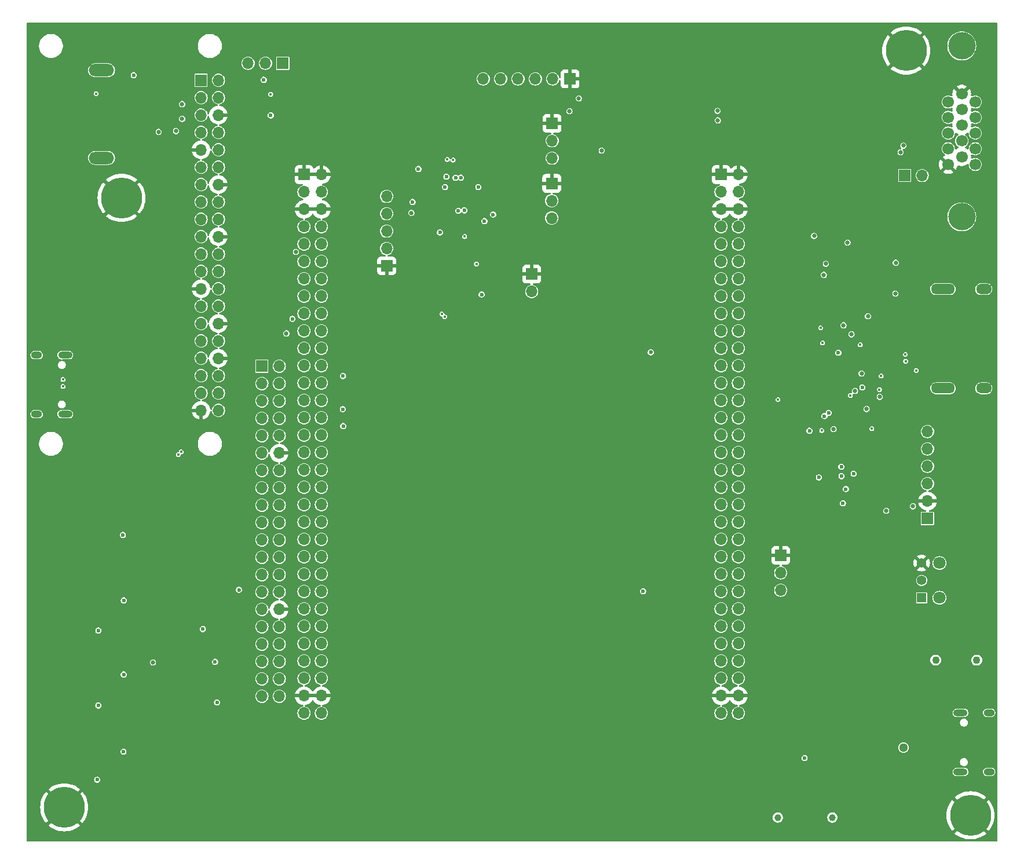
<source format=gbr>
%TF.GenerationSoftware,KiCad,Pcbnew,7.0.10*%
%TF.CreationDate,2024-01-24T08:03:13+07:00*%
%TF.ProjectId,QMTech-MiSTeX,514d5465-6368-42d4-9d69-535465582e6b,rev?*%
%TF.SameCoordinates,Original*%
%TF.FileFunction,Copper,L2,Inr*%
%TF.FilePolarity,Positive*%
%FSLAX46Y46*%
G04 Gerber Fmt 4.6, Leading zero omitted, Abs format (unit mm)*
G04 Created by KiCad (PCBNEW 7.0.10) date 2024-01-24 08:03:13*
%MOMM*%
%LPD*%
G01*
G04 APERTURE LIST*
%TA.AperFunction,ComponentPad*%
%ADD10R,1.700000X1.700000*%
%TD*%
%TA.AperFunction,ComponentPad*%
%ADD11O,1.700000X1.700000*%
%TD*%
%TA.AperFunction,ComponentPad*%
%ADD12C,1.700000*%
%TD*%
%TA.AperFunction,ComponentPad*%
%ADD13C,4.000000*%
%TD*%
%TA.AperFunction,ComponentPad*%
%ADD14C,0.800000*%
%TD*%
%TA.AperFunction,ComponentPad*%
%ADD15C,6.000000*%
%TD*%
%TA.AperFunction,ComponentPad*%
%ADD16O,2.100000X1.000000*%
%TD*%
%TA.AperFunction,ComponentPad*%
%ADD17O,1.600000X1.000000*%
%TD*%
%TA.AperFunction,ComponentPad*%
%ADD18O,3.500000X1.500000*%
%TD*%
%TA.AperFunction,ComponentPad*%
%ADD19O,2.300000X1.500000*%
%TD*%
%TA.AperFunction,ComponentPad*%
%ADD20R,1.400000X1.400000*%
%TD*%
%TA.AperFunction,ComponentPad*%
%ADD21C,1.400000*%
%TD*%
%TA.AperFunction,ComponentPad*%
%ADD22C,1.800000*%
%TD*%
%TA.AperFunction,ComponentPad*%
%ADD23C,1.000000*%
%TD*%
%TA.AperFunction,ComponentPad*%
%ADD24O,3.700000X1.800000*%
%TD*%
%TA.AperFunction,ComponentPad*%
%ADD25C,1.100000*%
%TD*%
%TA.AperFunction,ViaPad*%
%ADD26C,0.650000*%
%TD*%
%TA.AperFunction,ViaPad*%
%ADD27C,0.450000*%
%TD*%
%TA.AperFunction,ViaPad*%
%ADD28C,0.600000*%
%TD*%
%TA.AperFunction,ViaPad*%
%ADD29C,1.300000*%
%TD*%
G04 APERTURE END LIST*
D10*
%TO.N,GND*%
%TO.C,J14*%
X148386800Y-72034400D03*
D11*
%TO.N,Net-(J14-Pin_2)*%
X148386800Y-69494400D03*
%TO.N,Net-(J14-Pin_3)*%
X148386800Y-66954400D03*
%TO.N,Net-(J14-Pin_4)*%
X148386800Y-64414400D03*
%TO.N,Net-(J14-Pin_5)*%
X148386800Y-61874400D03*
%TD*%
D10*
%TO.N,GND*%
%TO.C,J6*%
X175209200Y-44704000D03*
D11*
%TO.N,/RP2040/TCK*%
X172669200Y-44704000D03*
%TO.N,/RP2040/TDO*%
X170129200Y-44704000D03*
%TO.N,/RP2040/TDI*%
X167589200Y-44704000D03*
%TO.N,/RP2040/TMS*%
X165049200Y-44704000D03*
%TO.N,/RP2040/GPIO*%
X162509200Y-44704000D03*
%TD*%
D12*
%TO.N,/VGA/VGA_RED*%
%TO.C,VGA1*%
X230480800Y-48073800D03*
%TO.N,/VGA/VGA_GREEN*%
X230480800Y-50343800D03*
%TO.N,/VGA/VGA_BLUE*%
X230480800Y-52633800D03*
%TO.N,unconnected-(VGA1-Pad4)*%
X230480800Y-54923800D03*
%TO.N,GND*%
X230480800Y-57213800D03*
X232460800Y-46913800D03*
X232460800Y-49193800D03*
X232460800Y-51493800D03*
%TO.N,Net-(J10-Pin_2)*%
X232460800Y-53773800D03*
%TO.N,GND*%
X232460800Y-56073800D03*
%TO.N,unconnected-(VGA1-Pad11)*%
X234440800Y-48073800D03*
%TO.N,unconnected-(VGA1-Pad12)*%
X234440800Y-50343800D03*
%TO.N,Net-(D5-D2+)*%
X234440800Y-52633800D03*
%TO.N,Net-(D5-D2-)*%
X234440800Y-54923800D03*
%TO.N,unconnected-(VGA1-Pad15)*%
X234440800Y-57213800D03*
D13*
%TO.N,/VGA/VGA_SHIELD*%
X232460800Y-39893800D03*
X232460800Y-64873800D03*
%TD*%
D10*
%TO.N,GND*%
%TO.C,J12*%
X172593000Y-51206400D03*
D11*
%TO.N,/RP2040/SWD*%
X172593000Y-53746400D03*
%TO.N,/RP2040/SWCLK*%
X172593000Y-56286400D03*
%TD*%
D10*
%TO.N,GND*%
%TO.C,J4*%
X136309100Y-58694400D03*
D11*
X138849100Y-58694400D03*
%TO.N,+3V3*%
X136309100Y-61234400D03*
X138849100Y-61234400D03*
%TO.N,GND*%
X136309100Y-63774400D03*
X138849100Y-63774400D03*
%TO.N,/FPGA_EN*%
X136309100Y-66314400D03*
%TO.N,/FPGA_RESET*%
X138849100Y-66314400D03*
%TO.N,/OSD_EN*%
X136309100Y-68854400D03*
%TO.N,/IO_EN*%
X138849100Y-68854400D03*
%TO.N,SPI_MOSI*%
X136309100Y-71394400D03*
%TO.N,/UART_RX*%
X138849100Y-71394400D03*
%TO.N,SPI_MISO*%
X136309100Y-73934400D03*
%TO.N,/UART_TX*%
X138849100Y-73934400D03*
%TO.N,SPI_CLK*%
X136309100Y-76474400D03*
%TO.N,SPI_CS*%
X138849100Y-76474400D03*
%TO.N,SPI_CLK*%
X136309100Y-79014400D03*
%TO.N,USER2*%
X138849100Y-79014400D03*
%TO.N,USER3*%
X136309100Y-81554400D03*
%TO.N,USER1*%
X138849100Y-81554400D03*
%TO.N,USER4*%
X136309100Y-84094400D03*
%TO.N,USER0*%
X138849100Y-84094400D03*
%TO.N,USER5*%
X136309100Y-86634400D03*
%TO.N,USER6*%
X138849100Y-86634400D03*
%TO.N,/RAM_DQ0*%
X136309100Y-89174400D03*
%TO.N,/RAM_DQ1*%
X138849100Y-89174400D03*
%TO.N,/RAM_DQ2*%
X136309100Y-91714400D03*
%TO.N,/RAM_DQ3*%
X138849100Y-91714400D03*
%TO.N,/RAM_DQ4*%
X136309100Y-94254400D03*
%TO.N,/RAM_DQ5*%
X138849100Y-94254400D03*
%TO.N,/RAM_DQ6*%
X136309100Y-96794400D03*
%TO.N,/RAM_DQ7*%
X138849100Y-96794400D03*
%TO.N,/RAM_DQ15*%
X136309100Y-99334400D03*
%TO.N,/RAM_DQ14*%
X138849100Y-99334400D03*
%TO.N,/RAM_DQ13*%
X136309100Y-101874400D03*
%TO.N,/RAM_DQ12*%
X138849100Y-101874400D03*
%TO.N,/RAM_DQ11*%
X136309100Y-104414400D03*
%TO.N,/RAM_DQ10*%
X138849100Y-104414400D03*
%TO.N,/RAM_DQ9*%
X136309100Y-106954400D03*
%TO.N,/RAM_DQ8*%
X138849100Y-106954400D03*
%TO.N,/RAM_A12*%
X136309100Y-109494400D03*
%TO.N,/RAM_CLK*%
X138849100Y-109494400D03*
%TO.N,/RAM_A9*%
X136309100Y-112034400D03*
%TO.N,/RAM_A11*%
X138849100Y-112034400D03*
%TO.N,/RAM_A7*%
X136309100Y-114574400D03*
%TO.N,/RAM_A8*%
X138849100Y-114574400D03*
%TO.N,/RAM_A5*%
X136309100Y-117114400D03*
%TO.N,/RAM_A6*%
X138849100Y-117114400D03*
%TO.N,/RAM_WE*%
X136309100Y-119654400D03*
%TO.N,/RAM_A4*%
X138849100Y-119654400D03*
%TO.N,/RAM_CAS*%
X136309100Y-122194400D03*
%TO.N,/RAM_RAS*%
X138849100Y-122194400D03*
%TO.N,/RAM_CS*%
X136309100Y-124734400D03*
%TO.N,/RAM_BA0*%
X138849100Y-124734400D03*
%TO.N,/RAM_BA1*%
X136309100Y-127274400D03*
%TO.N,/RAM_A10*%
X138849100Y-127274400D03*
%TO.N,/RAM_A0*%
X136309100Y-129814400D03*
%TO.N,/RAM_A1*%
X138849100Y-129814400D03*
%TO.N,/RAM_A2*%
X136309100Y-132354400D03*
%TO.N,/RAM_A3*%
X138849100Y-132354400D03*
%TO.N,GND*%
X136309100Y-134894400D03*
X138849100Y-134894400D03*
%TO.N,+5V*%
X136309100Y-137434400D03*
X138849100Y-137434400D03*
%TD*%
D14*
%TO.N,GND*%
%TO.C,H8*%
X107387000Y-62103000D03*
X108046010Y-60512010D03*
X108046010Y-63693990D03*
X109637000Y-59853000D03*
D15*
X109637000Y-62103000D03*
D14*
X109637000Y-64353000D03*
X111227990Y-60512010D03*
X111227990Y-63693990D03*
X111887000Y-62103000D03*
%TD*%
D10*
%TO.N,Net-(J11-Pin_1)*%
%TO.C,J11*%
X227457000Y-108966000D03*
D11*
%TO.N,GND*%
X227457000Y-106426000D03*
%TO.N,I2S_LRCLK*%
X227457000Y-103886000D03*
%TO.N,I2S_DAT*%
X227457000Y-101346000D03*
%TO.N,I2S_MCLK*%
X227457000Y-98806000D03*
%TO.N,I2S_SCLK*%
X227457000Y-96266000D03*
%TD*%
D10*
%TO.N,/RAM_DQ0*%
%TO.C,J2*%
X130149600Y-86715600D03*
D11*
%TO.N,/RAM_DQ1*%
X132689600Y-86715600D03*
%TO.N,/RAM_DQ2*%
X130149600Y-89255600D03*
%TO.N,/RAM_DQ3*%
X132689600Y-89255600D03*
%TO.N,/RAM_DQ4*%
X130149600Y-91795600D03*
%TO.N,/RAM_DQ5*%
X132689600Y-91795600D03*
%TO.N,/RAM_DQ6*%
X130149600Y-94335600D03*
%TO.N,/RAM_DQ7*%
X132689600Y-94335600D03*
%TO.N,/RAM_DQ15*%
X130149600Y-96875600D03*
%TO.N,/RAM_DQ14*%
X132689600Y-96875600D03*
%TO.N,Net-(J2-Pin_11)*%
X130149600Y-99415600D03*
%TO.N,GND*%
X132689600Y-99415600D03*
%TO.N,/RAM_DQ13*%
X130149600Y-101955600D03*
%TO.N,/RAM_DQ12*%
X132689600Y-101955600D03*
%TO.N,/RAM_DQ11*%
X130149600Y-104495600D03*
%TO.N,/RAM_DQ10*%
X132689600Y-104495600D03*
%TO.N,/RAM_DQ9*%
X130149600Y-107035600D03*
%TO.N,/RAM_DQ8*%
X132689600Y-107035600D03*
%TO.N,/RAM_A12*%
X130149600Y-109575600D03*
%TO.N,/RAM_CLK*%
X132689600Y-109575600D03*
%TO.N,/RAM_A9*%
X130149600Y-112115600D03*
%TO.N,/RAM_A11*%
X132689600Y-112115600D03*
%TO.N,/RAM_A7*%
X130149600Y-114655600D03*
%TO.N,/RAM_A8*%
X132689600Y-114655600D03*
%TO.N,/RAM_A5*%
X130149600Y-117195600D03*
%TO.N,/RAM_A6*%
X132689600Y-117195600D03*
%TO.N,/RAM_WE*%
X130149600Y-119735600D03*
%TO.N,/RAM_A4*%
X132689600Y-119735600D03*
%TO.N,Net-(J2-Pin_29)*%
X130149600Y-122275600D03*
%TO.N,GND*%
X132689600Y-122275600D03*
%TO.N,/RAM_CAS*%
X130149600Y-124815600D03*
%TO.N,/RAM_RAS*%
X132689600Y-124815600D03*
%TO.N,/RAM_CS*%
X130149600Y-127355600D03*
%TO.N,/RAM_BA0*%
X132689600Y-127355600D03*
%TO.N,/RAM_BA1*%
X130149600Y-129895600D03*
%TO.N,/RAM_A10*%
X132689600Y-129895600D03*
%TO.N,/RAM_A0*%
X130149600Y-132435600D03*
%TO.N,/RAM_A1*%
X132689600Y-132435600D03*
%TO.N,/RAM_A2*%
X130149600Y-134975600D03*
%TO.N,/RAM_A3*%
X132689600Y-134975600D03*
%TD*%
D10*
%TO.N,GND*%
%TO.C,J9*%
X169595800Y-73253600D03*
D11*
%TO.N,/RP2040/~{USB_BOOT}*%
X169595800Y-75793600D03*
%TD*%
D10*
%TO.N,+3V3*%
%TO.C,JP1*%
X133223000Y-42419000D03*
D11*
%TO.N,/User-Interface/SNAC6*%
X130683000Y-42419000D03*
%TO.N,Net-(JP1-B)*%
X128143000Y-42419000D03*
%TD*%
D10*
%TO.N,GND*%
%TO.C,J8*%
X205994000Y-114376200D03*
D11*
%TO.N,AUDIO_L*%
X205994000Y-116916200D03*
%TO.N,AUDIO_R*%
X205994000Y-119456200D03*
%TD*%
D14*
%TO.N,GND*%
%TO.C,H6*%
X222093400Y-40563800D03*
X222752410Y-38972810D03*
X222752410Y-42154790D03*
X224343400Y-38313800D03*
D15*
X224343400Y-40563800D03*
D14*
X224343400Y-42813800D03*
X225934390Y-38972810D03*
X225934390Y-42154790D03*
X226593400Y-40563800D03*
%TD*%
D16*
%TO.N,Net-(J3-SHIELD)*%
%TO.C,J3*%
X101406000Y-85090000D03*
D17*
X97226000Y-85090000D03*
D16*
X101406000Y-93730000D03*
D17*
X97226000Y-93730000D03*
%TD*%
D10*
%TO.N,unconnected-(J1-3.3V-Pad1)*%
%TO.C,J1*%
X121259600Y-44907200D03*
D11*
%TO.N,+5V*%
X123799600Y-44907200D03*
%TO.N,I2C_SDA*%
X121259600Y-47447200D03*
%TO.N,+5V*%
X123799600Y-47447200D03*
%TO.N,I2C_SCL*%
X121259600Y-49987200D03*
%TO.N,GND*%
X123799600Y-49987200D03*
%TO.N,unconnected-(J1-GPIO04_GCLK-Pad7)*%
X121259600Y-52527200D03*
%TO.N,/UART_TX*%
X123799600Y-52527200D03*
%TO.N,GND*%
X121259600Y-55067200D03*
%TO.N,/UART_RX*%
X123799600Y-55067200D03*
%TO.N,/UART_RTS*%
X121259600Y-57607200D03*
%TO.N,unconnected-(J1-GPIO18-Pad12)*%
X123799600Y-57607200D03*
%TO.N,unconnected-(J1-GPIO27-Pad13)*%
X121259600Y-60147200D03*
%TO.N,GND*%
X123799600Y-60147200D03*
%TO.N,/FPGA_RESET*%
X121259600Y-62687200D03*
%TO.N,/FPGA_EN*%
X123799600Y-62687200D03*
%TO.N,unconnected-(J1-3.3V-Pad17)*%
X121259600Y-65227200D03*
%TO.N,/OSD_EN*%
X123799600Y-65227200D03*
%TO.N,SPI_MOSI*%
X121259600Y-67767200D03*
%TO.N,GND*%
X123799600Y-67767200D03*
%TO.N,SPI_MISO*%
X121259600Y-70307200D03*
%TO.N,/IO_EN*%
X123799600Y-70307200D03*
%TO.N,Net-(J1-GPIO11_SPI_CLK)*%
X121259600Y-72847200D03*
%TO.N,SPI_CS*%
X123799600Y-72847200D03*
%TO.N,GND*%
X121259600Y-75387200D03*
%TO.N,unconnected-(J1-GPIO07_SPI_CE1_N-Pad26)*%
X123799600Y-75387200D03*
%TO.N,unconnected-(J1-ID_SD-Pad27)*%
X121259600Y-77927200D03*
%TO.N,unconnected-(J1-ID_SC-Pad28)*%
X123799600Y-77927200D03*
%TO.N,PI_REBOOT*%
X121259600Y-80467200D03*
%TO.N,GND*%
X123799600Y-80467200D03*
%TO.N,/PICO_RUN*%
X121259600Y-83007200D03*
%TO.N,unconnected-(J1-GPIO12-Pad32)*%
X123799600Y-83007200D03*
%TO.N,unconnected-(J1-GPIO13-Pad33)*%
X121259600Y-85547200D03*
%TO.N,GND*%
X123799600Y-85547200D03*
%TO.N,unconnected-(J1-GPIO19-Pad35)*%
X121259600Y-88087200D03*
%TO.N,/UART_CTS*%
X123799600Y-88087200D03*
%TO.N,unconnected-(J1-GPIO26-Pad37)*%
X121259600Y-90627200D03*
%TO.N,/UART_DTR*%
X123799600Y-90627200D03*
%TO.N,GND*%
X121259600Y-93167200D03*
%TO.N,/UART_DSR*%
X123799600Y-93167200D03*
%TD*%
D10*
%TO.N,GND*%
%TO.C,J7*%
X172516800Y-59969400D03*
D11*
%TO.N,/RP2040/UART0_RX*%
X172516800Y-62509400D03*
%TO.N,/RP2040/UART0_TX*%
X172516800Y-65049400D03*
%TD*%
D10*
%TO.N,+5V*%
%TO.C,J10*%
X224129600Y-58826400D03*
D11*
%TO.N,Net-(J10-Pin_2)*%
X226669600Y-58826400D03*
%TD*%
D16*
%TO.N,Net-(J13-SHIELD)*%
%TO.C,J13*%
X232281800Y-146028600D03*
D17*
X236461800Y-146028600D03*
D16*
X232281800Y-137388600D03*
D17*
X236461800Y-137388600D03*
%TD*%
D18*
%TO.N,Net-(C33-Pad1)*%
%TO.C,HDMI1*%
X229717600Y-89938000D03*
X229717600Y-75438000D03*
D19*
X235677600Y-89938000D03*
X235677600Y-75438000D03*
%TD*%
D10*
%TO.N,GND*%
%TO.C,J5*%
X197269100Y-58694400D03*
D11*
X199809100Y-58694400D03*
%TO.N,+3V3*%
X197269100Y-61234400D03*
X199809100Y-61234400D03*
%TO.N,GND*%
X197269100Y-63774400D03*
X199809100Y-63774400D03*
%TO.N,RGB_D22*%
X197269100Y-66314400D03*
%TO.N,RGB_D23*%
X199809100Y-66314400D03*
%TO.N,RGB_D20*%
X197269100Y-68854400D03*
%TO.N,RGB_D21*%
X199809100Y-68854400D03*
%TO.N,RGB_D18*%
X197269100Y-71394400D03*
%TO.N,RGB_D19*%
X199809100Y-71394400D03*
%TO.N,RGB_D16*%
X197269100Y-73934400D03*
%TO.N,RGB_D17*%
X199809100Y-73934400D03*
%TO.N,RGB_D14*%
X197269100Y-76474400D03*
%TO.N,RGB_D15*%
X199809100Y-76474400D03*
%TO.N,RGB_D12*%
X197269100Y-79014400D03*
%TO.N,RGB_D13*%
X199809100Y-79014400D03*
%TO.N,RGB_HSYNC*%
X197269100Y-81554400D03*
%TO.N,RGB_VSYNC*%
X199809100Y-81554400D03*
%TO.N,RGB_DE*%
X197269100Y-84094400D03*
%TO.N,RGB_CLK*%
X199809100Y-84094400D03*
%TO.N,RGB_D10*%
X197269100Y-86634400D03*
%TO.N,RGB_D11*%
X199809100Y-86634400D03*
%TO.N,RGB_D8*%
X197269100Y-89174400D03*
%TO.N,RGB_D9*%
X199809100Y-89174400D03*
%TO.N,RGB_D6*%
X197269100Y-91714400D03*
%TO.N,RGB_D7*%
X199809100Y-91714400D03*
%TO.N,RGB_D4*%
X197269100Y-94254400D03*
%TO.N,RGB_D5*%
X199809100Y-94254400D03*
%TO.N,RGB_D2*%
X197269100Y-96794400D03*
%TO.N,RGB_D3*%
X199809100Y-96794400D03*
%TO.N,RGB_D0*%
X197269100Y-99334400D03*
%TO.N,RGB_D1*%
X199809100Y-99334400D03*
%TO.N,SPDIF*%
X197269100Y-101874400D03*
%TO.N,RGB_INT*%
X199809100Y-101874400D03*
%TO.N,I2S_DAT*%
X197269100Y-104414400D03*
%TO.N,I2S_MCLK*%
X199809100Y-104414400D03*
%TO.N,I2S_LRCLK*%
X197269100Y-106954400D03*
%TO.N,I2S_SCLK*%
X199809100Y-106954400D03*
%TO.N,AUDIO_R*%
X197269100Y-109494400D03*
%TO.N,AUDIO_L*%
X199809100Y-109494400D03*
%TO.N,I2C_SDA*%
X197269100Y-112034400D03*
%TO.N,I2C_SCL*%
X199809100Y-112034400D03*
%TO.N,/UART_RTS*%
X197269100Y-114574400D03*
%TO.N,/UART_CTS*%
X199809100Y-114574400D03*
%TO.N,/UART_DSR*%
X197269100Y-117114400D03*
%TO.N,/UART_DTR*%
X199809100Y-117114400D03*
%TO.N,BTN_RESET*%
X197269100Y-119654400D03*
%TO.N,BTN_OSD*%
X199809100Y-119654400D03*
%TO.N,LED_HDD*%
X197269100Y-122194400D03*
%TO.N,BTN_USER*%
X199809100Y-122194400D03*
%TO.N,LED_PWR*%
X197269100Y-124734400D03*
%TO.N,LED_USR*%
X199809100Y-124734400D03*
%TO.N,/SDIO_DAT2*%
X197269100Y-127274400D03*
%TO.N,/SDIO_DAT3*%
X199809100Y-127274400D03*
%TO.N,/SDIO_CMD*%
X197269100Y-129814400D03*
%TO.N,/SDIO_CLK*%
X199809100Y-129814400D03*
%TO.N,/SDIO_DAT1*%
X197269100Y-132354400D03*
%TO.N,/SDIO_DAT0*%
X199809100Y-132354400D03*
%TO.N,GND*%
X197269100Y-134894400D03*
X199809100Y-134894400D03*
%TO.N,+5V*%
X197269100Y-137434400D03*
X199809100Y-137434400D03*
%TD*%
D14*
%TO.N,GND*%
%TO.C,H7*%
X231480800Y-152374600D03*
X232139810Y-150783610D03*
X232139810Y-153965590D03*
X233730800Y-150124600D03*
D15*
X233730800Y-152374600D03*
D14*
X233730800Y-154624600D03*
X235321790Y-150783610D03*
X235321790Y-153965590D03*
X235980800Y-152374600D03*
%TD*%
D20*
%TO.N,SPDIF*%
%TO.C,U5*%
X226589600Y-120573800D03*
D21*
%TO.N,+3V3*%
X226589600Y-118033800D03*
%TO.N,GND*%
X226589600Y-115493800D03*
D22*
%TO.N,unconnected-(U5-NC-Pad4)*%
X229209600Y-120573800D03*
%TO.N,unconnected-(U5-NC-Pad5)*%
X229209600Y-115493800D03*
%TD*%
D23*
%TO.N,*%
%TO.C,TF1*%
X205566400Y-152689200D03*
X213546400Y-152689200D03*
%TD*%
D24*
%TO.N,/User-Interface/SNAC_SHIELD*%
%TO.C,USB1*%
X106721000Y-56247000D03*
X106721000Y-43447000D03*
%TD*%
D25*
%TO.N,*%
%TO.C,CN1*%
X234649100Y-129692400D03*
X228649100Y-129692400D03*
%TD*%
D14*
%TO.N,GND*%
%TO.C,H5*%
X99005000Y-151206200D03*
X99664010Y-149615210D03*
X99664010Y-152797190D03*
X101255000Y-148956200D03*
D15*
X101255000Y-151206200D03*
D14*
X101255000Y-153456200D03*
X102845990Y-149615210D03*
X102845990Y-152797190D03*
X103505000Y-151206200D03*
%TD*%
D26*
%TO.N,GND*%
X194665600Y-57861200D03*
X221026106Y-94262390D03*
X193294000Y-98958400D03*
X230276400Y-145161000D03*
D27*
X140716000Y-122301000D03*
D28*
X203454000Y-126568200D03*
D27*
X201091800Y-73406000D03*
X201193400Y-87223600D03*
X155092400Y-56870600D03*
X153746200Y-68884800D03*
X111887000Y-47879000D03*
X157530800Y-79603600D03*
X227203000Y-82397600D03*
X220091000Y-81153000D03*
X154432000Y-55143400D03*
X201218800Y-96164400D03*
X99110800Y-138176000D03*
D28*
X203555600Y-131165600D03*
X203504800Y-127965200D03*
D27*
X109143800Y-51638200D03*
D28*
X229184200Y-53441600D03*
D27*
X140589000Y-119761000D03*
X126796800Y-102209600D03*
D28*
X224840800Y-67665600D03*
D27*
X159816800Y-70993000D03*
X227203000Y-77825600D03*
D28*
X161798000Y-55981600D03*
D27*
X212623400Y-96189800D03*
D26*
X194208400Y-60655200D03*
X230327200Y-141630400D03*
D27*
X224637600Y-77978000D03*
X160807400Y-70866000D03*
D28*
X203403200Y-136372600D03*
D27*
X220802200Y-78359000D03*
X221843600Y-81356200D03*
X155930600Y-78714600D03*
D28*
X221437200Y-84023200D03*
D27*
X201142600Y-69316600D03*
X208991200Y-104978200D03*
X201269600Y-98704400D03*
D26*
X193294000Y-105105200D03*
D27*
X208991200Y-106273600D03*
X227177600Y-80924400D03*
X220929200Y-86715600D03*
D26*
X128549400Y-76962000D03*
D27*
X127812800Y-96875600D03*
D26*
X193344800Y-92303600D03*
D28*
X226314000Y-63804800D03*
D27*
X201168000Y-89789000D03*
D26*
X228041200Y-93421200D03*
X103403400Y-86207600D03*
D27*
X210870800Y-96393000D03*
D26*
X115739000Y-66040000D03*
X226517200Y-94386400D03*
X134162800Y-69189600D03*
X221594369Y-93573107D03*
D28*
X219405200Y-68580000D03*
D26*
X217068400Y-79908400D03*
D27*
X222580200Y-80924400D03*
X201193400Y-91109800D03*
D28*
X161467800Y-51841400D03*
D27*
X165201600Y-59461400D03*
D26*
X193903600Y-85496400D03*
D27*
X117550399Y-100076801D03*
D26*
X195986400Y-50088800D03*
D27*
X151180800Y-67970400D03*
X223545400Y-82423000D03*
X222859600Y-89408000D03*
D26*
X217170000Y-71069200D03*
D28*
X159689800Y-50063400D03*
D26*
X213207600Y-78384400D03*
D28*
X222554800Y-93167200D03*
D27*
X222656400Y-78028800D03*
D26*
X203098400Y-89916000D03*
D27*
X201168000Y-79679800D03*
X221183200Y-82092800D03*
X224434400Y-80873600D03*
X221716600Y-79400400D03*
D26*
X217982800Y-76149200D03*
D27*
X200964800Y-82219800D03*
X223545400Y-80873600D03*
D26*
X98586000Y-89410000D03*
D27*
X224866200Y-85471000D03*
X224790000Y-79400400D03*
X152730200Y-67716400D03*
X224764600Y-82397600D03*
X172542200Y-58394600D03*
X169570400Y-71678800D03*
X201218800Y-94919800D03*
X106095800Y-104038200D03*
X226034600Y-83921600D03*
X99093800Y-116076400D03*
D26*
X230352600Y-138252200D03*
X179832000Y-54152800D03*
D27*
X153365200Y-63169800D03*
D28*
X213258400Y-83007200D03*
D26*
X98018600Y-83566000D03*
D27*
X227203000Y-79400400D03*
X152755600Y-66243200D03*
D28*
X222763024Y-91648224D03*
D27*
X201117200Y-74625200D03*
D26*
X220421200Y-94843600D03*
X214223600Y-68376800D03*
D27*
X201269600Y-97383600D03*
X201117200Y-75819000D03*
D28*
X158791800Y-52773400D03*
D27*
X218871800Y-84404200D03*
D26*
X115570000Y-70358000D03*
D28*
X195326000Y-122047000D03*
X161823400Y-54330600D03*
D27*
X208991200Y-103682800D03*
X208991200Y-107518200D03*
X226618800Y-89255600D03*
X153365200Y-65049400D03*
X105765600Y-138125200D03*
D26*
X207264000Y-140512800D03*
X103378000Y-92583000D03*
D27*
X99491800Y-104063600D03*
X224256600Y-83896200D03*
X153416000Y-59791600D03*
X223901000Y-79400400D03*
X165227000Y-61544200D03*
D26*
X193243200Y-95300800D03*
X104114600Y-83591400D03*
X132588000Y-80772000D03*
D27*
X155067000Y-54432200D03*
X127762000Y-94183200D03*
X222199200Y-86690200D03*
D26*
X194767200Y-54660800D03*
D27*
X219354400Y-81838800D03*
X201218800Y-99898200D03*
D26*
X189839600Y-75031600D03*
D27*
X222758000Y-82702400D03*
X125831600Y-99466400D03*
X222123000Y-83362800D03*
X118515599Y-98679801D03*
D28*
X213817200Y-84048600D03*
D27*
X159842200Y-70434200D03*
X213055200Y-94259400D03*
X158902400Y-69926200D03*
D28*
X215087200Y-97586800D03*
D27*
X201142600Y-77012800D03*
D28*
X209448400Y-140512800D03*
D27*
X105672400Y-116025600D03*
X127304800Y-127508000D03*
D28*
X202184000Y-132867400D03*
D27*
X153390600Y-61264800D03*
X109067600Y-52832000D03*
X201218800Y-92735400D03*
X201168000Y-78409800D03*
D26*
X194970400Y-112014000D03*
X132486400Y-72644000D03*
D27*
X154457400Y-56134000D03*
X219786200Y-79451200D03*
D28*
X161366200Y-59359800D03*
X154482800Y-51079400D03*
D27*
X140843000Y-124079000D03*
D26*
X189839600Y-69291200D03*
X200202800Y-53797200D03*
D27*
X201091800Y-72136000D03*
D26*
X210870800Y-76301600D03*
D27*
X227203000Y-84175600D03*
D26*
%TO.N,+3V3*%
X225323400Y-107188000D03*
D28*
X106070400Y-147167600D03*
X163957000Y-64541400D03*
D26*
X151993600Y-64287400D03*
X210870800Y-67665600D03*
D28*
X209480400Y-144009700D03*
D27*
X159781306Y-67742785D03*
D28*
X106248200Y-136321800D03*
X161798000Y-60528200D03*
D27*
X161518600Y-71755000D03*
D26*
X212598000Y-71729600D03*
D28*
X159258000Y-59131200D03*
D26*
X114228400Y-130022600D03*
D28*
X126796800Y-119405400D03*
X156921200Y-60502800D03*
X158851600Y-63982600D03*
X106256600Y-125347400D03*
D26*
X215747600Y-68630800D03*
%TO.N,+5V*%
X221411800Y-107848400D03*
D28*
X111417100Y-44157900D03*
D27*
X105918000Y-46863000D03*
D29*
X223951800Y-142468600D03*
D26*
%TO.N,/IO_EN*%
X135128000Y-70002400D03*
D28*
%TO.N,+1V1*%
X158470600Y-59156600D03*
X159766000Y-63931800D03*
X156184600Y-67157600D03*
D26*
%TO.N,/HDMI/1V8_PVDD*%
X222808800Y-71577200D03*
X216865200Y-90322400D03*
%TO.N,/HDMI/1V8_DVDD*%
X213715600Y-95910400D03*
X222758000Y-76098400D03*
X215170378Y-80721200D03*
D27*
X205587600Y-91592400D03*
D26*
X218541600Y-92964000D03*
%TO.N,/HDMI/1V8_AVDD*%
X218744800Y-79400400D03*
D27*
X217627200Y-83566000D03*
D26*
X217822245Y-87774245D03*
X220472000Y-91186000D03*
%TO.N,/HDMI/3V3_DVDD*%
X216344303Y-82042000D03*
X212293200Y-73355200D03*
D27*
%TO.N,/HDMI/DDC_SCL*%
X224205800Y-84988400D03*
X211836000Y-81102200D03*
%TO.N,/HDMI/DDC_SDA*%
X224256600Y-85979000D03*
X212115400Y-83312000D03*
%TO.N,/HDMI/HDMI_HPD*%
X220421200Y-90119200D03*
X225806000Y-87325200D03*
D26*
%TO.N,/VGA/VGA_GREEN*%
X179832000Y-55168800D03*
D28*
%TO.N,/VGA/VGA_BLUE*%
X186994800Y-84683600D03*
%TO.N,/UART_DSR*%
X141986000Y-92989400D03*
%TO.N,/UART_DTR*%
X142036800Y-95453200D03*
%TO.N,/UART_CTS*%
X142011400Y-88138000D03*
%TO.N,/PICO_RUN*%
X153035000Y-57861200D03*
%TO.N,PI_REBOOT*%
X109827600Y-111374800D03*
%TO.N,/UART_RTS*%
X134620000Y-79781400D03*
D26*
%TO.N,I2C_SCL*%
X196748400Y-49377600D03*
X175107600Y-49428400D03*
%TO.N,I2C_SDA*%
X196799200Y-50749200D03*
X176479200Y-47548800D03*
D27*
%TO.N,/RP2040/USB_D+*%
X117930598Y-99645802D03*
X156871201Y-79477401D03*
%TO.N,/RP2040/USB_D-*%
X101087000Y-88648000D03*
X156463199Y-79069399D03*
X118338600Y-99237800D03*
X101087000Y-89664000D03*
D26*
%TO.N,USER0*%
X117602000Y-52324000D03*
%TO.N,USER1*%
X118491000Y-48387000D03*
%TO.N,USER4*%
X133731000Y-81915000D03*
X115062000Y-52451000D03*
%TO.N,USER3*%
X118491000Y-50546000D03*
D27*
%TO.N,USER6*%
X131445000Y-46939200D03*
D28*
X130429000Y-44831000D03*
X131445000Y-50038000D03*
%TO.N,BTN_RESET*%
X185877200Y-119608600D03*
X109965000Y-120953200D03*
%TO.N,LED_PWR*%
X123601000Y-135864600D03*
%TO.N,BTN_USER*%
X109905800Y-143052800D03*
%TO.N,LED_HDD*%
X123296200Y-129921000D03*
%TO.N,BTN_OSD*%
X109956600Y-131775200D03*
%TO.N,LED_USR*%
X121518200Y-125145800D03*
%TO.N,I2S_LRCLK*%
X215519000Y-104673400D03*
%TO.N,I2S_SCLK*%
X216662000Y-102438200D03*
%TO.N,I2S_DAT*%
X214884000Y-102793800D03*
%TO.N,I2S_MCLK*%
X214858600Y-101396800D03*
D27*
%TO.N,RGB_INT*%
X211988400Y-96113600D03*
D28*
X214414100Y-84734400D03*
%TO.N,SPDIF*%
X215087200Y-106756200D03*
X211582000Y-102971600D03*
%TO.N,RGB_DE*%
X210192907Y-96134206D03*
%TO.N,RGB_VSYNC*%
X213014102Y-93531398D03*
D26*
X223520000Y-55422800D03*
D28*
%TO.N,RGB_HSYNC*%
X212382100Y-94005400D03*
D26*
X223926400Y-54457600D03*
D27*
%TO.N,/RP2040/SWD*%
X157251400Y-56489600D03*
%TO.N,/RP2040/SWCLK*%
X158115000Y-56565800D03*
D28*
%TO.N,/RP2040/QSPI_SS*%
X162687000Y-65481200D03*
X162280600Y-76225400D03*
D27*
%TO.N,Net-(U4-R_EXT)*%
X220675200Y-88138000D03*
D28*
X217932000Y-89814400D03*
D27*
%TO.N,Net-(U4-LRCLK)*%
X216179400Y-90982800D03*
X219303600Y-95834200D03*
D28*
%TO.N,Net-(J14-Pin_5)*%
X157124400Y-59004200D03*
%TO.N,Net-(J14-Pin_2)*%
X152171400Y-62687200D03*
%TD*%
%TA.AperFunction,Conductor*%
%TO.N,GND*%
G36*
X138389607Y-134684556D02*
G01*
X138349100Y-134822511D01*
X138349100Y-134966289D01*
X138389607Y-135104244D01*
X138417984Y-135148400D01*
X136740216Y-135148400D01*
X136768593Y-135104244D01*
X136809100Y-134966289D01*
X136809100Y-134822511D01*
X136768593Y-134684556D01*
X136740216Y-134640400D01*
X138417984Y-134640400D01*
X138389607Y-134684556D01*
G37*
%TD.AperFunction*%
%TA.AperFunction,Conductor*%
G36*
X199349607Y-134684556D02*
G01*
X199309100Y-134822511D01*
X199309100Y-134966289D01*
X199349607Y-135104244D01*
X199377984Y-135148400D01*
X197700216Y-135148400D01*
X197728593Y-135104244D01*
X197769100Y-134966289D01*
X197769100Y-134822511D01*
X197728593Y-134684556D01*
X197700216Y-134640400D01*
X199377984Y-134640400D01*
X199349607Y-134684556D01*
G37*
%TD.AperFunction*%
%TA.AperFunction,Conductor*%
G36*
X138389607Y-63564556D02*
G01*
X138349100Y-63702511D01*
X138349100Y-63846289D01*
X138389607Y-63984244D01*
X138417984Y-64028400D01*
X136740216Y-64028400D01*
X136768593Y-63984244D01*
X136809100Y-63846289D01*
X136809100Y-63702511D01*
X136768593Y-63564556D01*
X136740216Y-63520400D01*
X138417984Y-63520400D01*
X138389607Y-63564556D01*
G37*
%TD.AperFunction*%
%TA.AperFunction,Conductor*%
G36*
X138389607Y-58484556D02*
G01*
X138349100Y-58622511D01*
X138349100Y-58766289D01*
X138389607Y-58904244D01*
X138417984Y-58948400D01*
X136740216Y-58948400D01*
X136768593Y-58904244D01*
X136809100Y-58766289D01*
X136809100Y-58622511D01*
X136768593Y-58484556D01*
X136740216Y-58440400D01*
X138417984Y-58440400D01*
X138389607Y-58484556D01*
G37*
%TD.AperFunction*%
%TA.AperFunction,Conductor*%
G36*
X199349607Y-63564556D02*
G01*
X199309100Y-63702511D01*
X199309100Y-63846289D01*
X199349607Y-63984244D01*
X199377984Y-64028400D01*
X197700216Y-64028400D01*
X197728593Y-63984244D01*
X197769100Y-63846289D01*
X197769100Y-63702511D01*
X197728593Y-63564556D01*
X197700216Y-63520400D01*
X199377984Y-63520400D01*
X199349607Y-63564556D01*
G37*
%TD.AperFunction*%
%TA.AperFunction,Conductor*%
G36*
X199349607Y-58484556D02*
G01*
X199309100Y-58622511D01*
X199309100Y-58766289D01*
X199349607Y-58904244D01*
X199377984Y-58948400D01*
X197700216Y-58948400D01*
X197728593Y-58904244D01*
X197769100Y-58766289D01*
X197769100Y-58622511D01*
X197728593Y-58484556D01*
X197700216Y-58440400D01*
X199377984Y-58440400D01*
X199349607Y-58484556D01*
G37*
%TD.AperFunction*%
%TA.AperFunction,Conductor*%
G36*
X237634821Y-36520302D02*
G01*
X237681314Y-36573958D01*
X237692700Y-36626300D01*
X237692700Y-156058100D01*
X237672698Y-156126221D01*
X237619042Y-156172714D01*
X237566700Y-156184100D01*
X95859100Y-156184100D01*
X95790979Y-156164098D01*
X95744486Y-156110442D01*
X95733100Y-156058100D01*
X95733100Y-151206207D01*
X97742186Y-151206207D01*
X97761428Y-151573382D01*
X97818948Y-151936553D01*
X97914112Y-152291710D01*
X97914116Y-152291723D01*
X98045880Y-152634980D01*
X98045884Y-152634988D01*
X98212809Y-152962597D01*
X98212812Y-152962603D01*
X98413077Y-153270984D01*
X98413081Y-153270989D01*
X98600077Y-153501910D01*
X98600078Y-153501911D01*
X100028913Y-152073075D01*
X100147632Y-152225604D01*
X100330523Y-152393968D01*
X100388537Y-152431870D01*
X98959287Y-153861120D01*
X98959288Y-153861121D01*
X99190210Y-154048118D01*
X99190215Y-154048122D01*
X99498596Y-154248387D01*
X99498602Y-154248390D01*
X99826211Y-154415315D01*
X99826219Y-154415319D01*
X100169476Y-154547083D01*
X100169489Y-154547087D01*
X100524646Y-154642251D01*
X100887817Y-154699771D01*
X101254993Y-154719014D01*
X101255007Y-154719014D01*
X101622182Y-154699771D01*
X101985353Y-154642251D01*
X102340510Y-154547087D01*
X102340523Y-154547083D01*
X102683780Y-154415319D01*
X102683788Y-154415315D01*
X103011397Y-154248390D01*
X103011403Y-154248387D01*
X103319782Y-154048124D01*
X103550711Y-153861120D01*
X102121461Y-152431870D01*
X102179477Y-152393968D01*
X102362368Y-152225604D01*
X102481085Y-152073076D01*
X103909920Y-153501911D01*
X104096924Y-153270982D01*
X104297187Y-152962603D01*
X104297190Y-152962597D01*
X104414107Y-152733135D01*
X204812069Y-152733135D01*
X204842535Y-152905911D01*
X204874152Y-152979208D01*
X204912024Y-153067007D01*
X205016787Y-153207727D01*
X205016789Y-153207728D01*
X205016790Y-153207730D01*
X205072668Y-153254617D01*
X205151184Y-153320501D01*
X205151186Y-153320502D01*
X205307967Y-153399240D01*
X205478679Y-153439700D01*
X205478681Y-153439700D01*
X205610112Y-153439700D01*
X205708018Y-153428255D01*
X205740655Y-153424441D01*
X205905517Y-153364437D01*
X206052096Y-153268030D01*
X206172492Y-153140418D01*
X206260212Y-152988481D01*
X206310530Y-152820410D01*
X206315613Y-152733135D01*
X212792069Y-152733135D01*
X212822535Y-152905911D01*
X212854152Y-152979208D01*
X212892024Y-153067007D01*
X212996787Y-153207727D01*
X212996789Y-153207728D01*
X212996790Y-153207730D01*
X213052668Y-153254617D01*
X213131184Y-153320501D01*
X213131186Y-153320502D01*
X213287967Y-153399240D01*
X213458679Y-153439700D01*
X213458681Y-153439700D01*
X213590112Y-153439700D01*
X213688018Y-153428255D01*
X213720655Y-153424441D01*
X213885517Y-153364437D01*
X214032096Y-153268030D01*
X214152492Y-153140418D01*
X214240212Y-152988481D01*
X214290530Y-152820410D01*
X214300731Y-152645265D01*
X214270265Y-152472489D01*
X214228043Y-152374607D01*
X230217986Y-152374607D01*
X230237228Y-152741782D01*
X230294748Y-153104953D01*
X230389912Y-153460110D01*
X230389916Y-153460123D01*
X230521680Y-153803380D01*
X230521684Y-153803388D01*
X230688609Y-154130997D01*
X230688612Y-154131003D01*
X230888877Y-154439384D01*
X230888881Y-154439389D01*
X231075877Y-154670310D01*
X231075878Y-154670311D01*
X232504713Y-153241475D01*
X232623432Y-153394004D01*
X232806323Y-153562368D01*
X232864337Y-153600270D01*
X231435087Y-155029520D01*
X231435088Y-155029521D01*
X231666010Y-155216518D01*
X231666015Y-155216522D01*
X231974396Y-155416787D01*
X231974402Y-155416790D01*
X232302011Y-155583715D01*
X232302019Y-155583719D01*
X232645276Y-155715483D01*
X232645289Y-155715487D01*
X233000446Y-155810651D01*
X233363617Y-155868171D01*
X233730793Y-155887414D01*
X233730807Y-155887414D01*
X234097982Y-155868171D01*
X234461153Y-155810651D01*
X234816310Y-155715487D01*
X234816323Y-155715483D01*
X235159580Y-155583719D01*
X235159588Y-155583715D01*
X235487197Y-155416790D01*
X235487203Y-155416787D01*
X235795582Y-155216524D01*
X236026511Y-155029520D01*
X234597261Y-153600270D01*
X234655277Y-153562368D01*
X234838168Y-153394004D01*
X234956885Y-153241476D01*
X236385720Y-154670311D01*
X236572724Y-154439382D01*
X236772987Y-154131003D01*
X236772990Y-154130997D01*
X236939915Y-153803388D01*
X236939919Y-153803380D01*
X237071683Y-153460123D01*
X237071687Y-153460110D01*
X237166851Y-153104953D01*
X237224371Y-152741782D01*
X237243614Y-152374607D01*
X237243614Y-152374592D01*
X237224371Y-152007417D01*
X237166851Y-151644246D01*
X237071687Y-151289089D01*
X237071683Y-151289076D01*
X236939919Y-150945819D01*
X236939915Y-150945811D01*
X236772990Y-150618202D01*
X236772987Y-150618196D01*
X236572722Y-150309815D01*
X236572718Y-150309810D01*
X236385721Y-150078888D01*
X236385720Y-150078887D01*
X234956884Y-151507722D01*
X234838168Y-151355196D01*
X234655277Y-151186832D01*
X234597261Y-151148928D01*
X236026511Y-149719678D01*
X236026510Y-149719677D01*
X235795589Y-149532681D01*
X235795584Y-149532677D01*
X235487203Y-149332412D01*
X235487197Y-149332409D01*
X235159588Y-149165484D01*
X235159580Y-149165480D01*
X234816323Y-149033716D01*
X234816310Y-149033712D01*
X234461153Y-148938548D01*
X234097982Y-148881028D01*
X233730807Y-148861786D01*
X233730793Y-148861786D01*
X233363617Y-148881028D01*
X233000446Y-148938548D01*
X232645289Y-149033712D01*
X232645276Y-149033716D01*
X232302019Y-149165480D01*
X232302011Y-149165484D01*
X231974402Y-149332409D01*
X231974396Y-149332412D01*
X231666027Y-149532668D01*
X231666022Y-149532672D01*
X231435087Y-149719678D01*
X232864338Y-151148929D01*
X232806323Y-151186832D01*
X232623432Y-151355196D01*
X232504714Y-151507723D01*
X231075878Y-150078887D01*
X230888872Y-150309822D01*
X230888868Y-150309827D01*
X230688612Y-150618196D01*
X230688609Y-150618202D01*
X230521684Y-150945811D01*
X230521680Y-150945819D01*
X230389916Y-151289076D01*
X230389912Y-151289089D01*
X230294748Y-151644246D01*
X230237228Y-152007417D01*
X230217986Y-152374592D01*
X230217986Y-152374607D01*
X214228043Y-152374607D01*
X214200777Y-152311396D01*
X214200776Y-152311395D01*
X214200775Y-152311392D01*
X214096012Y-152170672D01*
X213961615Y-152057898D01*
X213804834Y-151979160D01*
X213747929Y-151965673D01*
X213634121Y-151938700D01*
X213502691Y-151938700D01*
X213502688Y-151938700D01*
X213372145Y-151953958D01*
X213372143Y-151953959D01*
X213207287Y-152013961D01*
X213207274Y-152013968D01*
X213060706Y-152110367D01*
X212940309Y-152237980D01*
X212940306Y-152237984D01*
X212852588Y-152389917D01*
X212827868Y-152472487D01*
X212802270Y-152557990D01*
X212792069Y-152733135D01*
X206315613Y-152733135D01*
X206320731Y-152645265D01*
X206290265Y-152472489D01*
X206220777Y-152311396D01*
X206220776Y-152311395D01*
X206220775Y-152311392D01*
X206116012Y-152170672D01*
X205981615Y-152057898D01*
X205824834Y-151979160D01*
X205767929Y-151965673D01*
X205654121Y-151938700D01*
X205522691Y-151938700D01*
X205522688Y-151938700D01*
X205392145Y-151953958D01*
X205392143Y-151953959D01*
X205227287Y-152013961D01*
X205227274Y-152013968D01*
X205080706Y-152110367D01*
X204960309Y-152237980D01*
X204960306Y-152237984D01*
X204872588Y-152389917D01*
X204847868Y-152472487D01*
X204822270Y-152557990D01*
X204812069Y-152733135D01*
X104414107Y-152733135D01*
X104464115Y-152634988D01*
X104464119Y-152634980D01*
X104595883Y-152291723D01*
X104595887Y-152291710D01*
X104691051Y-151936553D01*
X104748571Y-151573382D01*
X104767814Y-151206207D01*
X104767814Y-151206192D01*
X104748571Y-150839017D01*
X104691051Y-150475846D01*
X104595887Y-150120689D01*
X104595883Y-150120676D01*
X104464119Y-149777419D01*
X104464115Y-149777411D01*
X104297190Y-149449802D01*
X104297187Y-149449796D01*
X104096922Y-149141415D01*
X104096918Y-149141410D01*
X103909921Y-148910488D01*
X103909920Y-148910487D01*
X102481084Y-150339322D01*
X102362368Y-150186796D01*
X102179477Y-150018432D01*
X102121461Y-149980528D01*
X103550711Y-148551278D01*
X103550710Y-148551277D01*
X103319789Y-148364281D01*
X103319784Y-148364277D01*
X103011403Y-148164012D01*
X103011397Y-148164009D01*
X102683788Y-147997084D01*
X102683780Y-147997080D01*
X102340523Y-147865316D01*
X102340510Y-147865312D01*
X101985353Y-147770148D01*
X101622182Y-147712628D01*
X101255007Y-147693386D01*
X101254993Y-147693386D01*
X100887817Y-147712628D01*
X100524646Y-147770148D01*
X100169489Y-147865312D01*
X100169476Y-147865316D01*
X99826219Y-147997080D01*
X99826211Y-147997084D01*
X99498602Y-148164009D01*
X99498596Y-148164012D01*
X99190227Y-148364268D01*
X99190222Y-148364272D01*
X98959287Y-148551278D01*
X100388538Y-149980529D01*
X100330523Y-150018432D01*
X100147632Y-150186796D01*
X100028914Y-150339323D01*
X98600078Y-148910487D01*
X98413072Y-149141422D01*
X98413068Y-149141427D01*
X98212812Y-149449796D01*
X98212809Y-149449802D01*
X98045884Y-149777411D01*
X98045880Y-149777419D01*
X97914116Y-150120676D01*
X97914112Y-150120689D01*
X97818948Y-150475846D01*
X97761428Y-150839017D01*
X97742186Y-151206192D01*
X97742186Y-151206207D01*
X95733100Y-151206207D01*
X95733100Y-147167600D01*
X105615267Y-147167600D01*
X105633703Y-147295826D01*
X105687518Y-147413663D01*
X105772351Y-147511567D01*
X105881331Y-147581604D01*
X106005628Y-147618100D01*
X106005632Y-147618100D01*
X106135168Y-147618100D01*
X106135172Y-147618100D01*
X106259469Y-147581604D01*
X106368449Y-147511567D01*
X106453282Y-147413663D01*
X106507097Y-147295826D01*
X106525533Y-147167600D01*
X106507097Y-147039374D01*
X106453282Y-146921537D01*
X106368449Y-146823633D01*
X106368448Y-146823632D01*
X106259473Y-146753598D01*
X106259470Y-146753596D01*
X106259469Y-146753596D01*
X106259466Y-146753595D01*
X106135176Y-146717101D01*
X106135174Y-146717100D01*
X106135172Y-146717100D01*
X106005628Y-146717100D01*
X106005625Y-146717100D01*
X106005623Y-146717101D01*
X105881333Y-146753595D01*
X105881326Y-146753598D01*
X105772351Y-146823632D01*
X105687518Y-146921537D01*
X105633703Y-147039374D01*
X105615267Y-147167600D01*
X95733100Y-147167600D01*
X95733100Y-145989962D01*
X231117662Y-145989962D01*
X231127346Y-146143900D01*
X231127348Y-146143906D01*
X231175012Y-146290603D01*
X231257661Y-146420838D01*
X231370104Y-146526429D01*
X231370105Y-146526430D01*
X231505274Y-146600740D01*
X231505276Y-146600741D01*
X231654668Y-146639098D01*
X231654676Y-146639100D01*
X231654679Y-146639100D01*
X232870204Y-146639100D01*
X232870208Y-146639100D01*
X232914442Y-146633512D01*
X232984827Y-146624621D01*
X232984827Y-146624620D01*
X232984832Y-146624620D01*
X233128248Y-146567837D01*
X233253037Y-146477172D01*
X233351359Y-146358322D01*
X233417035Y-146218754D01*
X233445938Y-146067238D01*
X233441075Y-145989962D01*
X235547662Y-145989962D01*
X235557346Y-146143900D01*
X235557348Y-146143906D01*
X235605012Y-146290603D01*
X235687661Y-146420838D01*
X235800104Y-146526429D01*
X235800105Y-146526430D01*
X235935274Y-146600740D01*
X235935276Y-146600741D01*
X236084668Y-146639098D01*
X236084676Y-146639100D01*
X236084679Y-146639100D01*
X236800204Y-146639100D01*
X236800208Y-146639100D01*
X236844442Y-146633512D01*
X236914827Y-146624621D01*
X236914827Y-146624620D01*
X236914832Y-146624620D01*
X237058248Y-146567837D01*
X237183037Y-146477172D01*
X237281359Y-146358322D01*
X237347035Y-146218754D01*
X237375938Y-146067238D01*
X237371075Y-145989955D01*
X237366253Y-145913299D01*
X237366251Y-145913293D01*
X237341933Y-145838450D01*
X237318587Y-145766596D01*
X237235937Y-145636360D01*
X237123495Y-145530770D01*
X237123494Y-145530769D01*
X236988325Y-145456459D01*
X236988323Y-145456458D01*
X236838931Y-145418101D01*
X236838925Y-145418100D01*
X236838924Y-145418100D01*
X236123392Y-145418100D01*
X236123389Y-145418100D01*
X236123377Y-145418101D01*
X236008772Y-145432578D01*
X236008770Y-145432579D01*
X235865353Y-145489362D01*
X235865349Y-145489365D01*
X235740564Y-145580026D01*
X235740563Y-145580027D01*
X235642240Y-145698878D01*
X235642239Y-145698879D01*
X235576565Y-145838444D01*
X235576563Y-145838450D01*
X235547662Y-145989955D01*
X235547662Y-145989962D01*
X233441075Y-145989962D01*
X233441075Y-145989955D01*
X233436253Y-145913299D01*
X233436251Y-145913293D01*
X233411933Y-145838450D01*
X233388587Y-145766596D01*
X233305937Y-145636360D01*
X233193495Y-145530770D01*
X233193494Y-145530769D01*
X233058325Y-145456459D01*
X233058323Y-145456458D01*
X232908931Y-145418101D01*
X232908925Y-145418100D01*
X232908924Y-145418100D01*
X232888542Y-145418100D01*
X232820421Y-145398098D01*
X232780311Y-145351808D01*
X232758698Y-145386336D01*
X232694473Y-145416595D01*
X232675058Y-145418100D01*
X231693392Y-145418100D01*
X231693389Y-145418100D01*
X231693377Y-145418101D01*
X231578772Y-145432578D01*
X231578770Y-145432579D01*
X231435353Y-145489362D01*
X231435349Y-145489365D01*
X231310564Y-145580026D01*
X231310563Y-145580027D01*
X231212240Y-145698878D01*
X231212239Y-145698879D01*
X231146565Y-145838444D01*
X231146563Y-145838450D01*
X231117662Y-145989955D01*
X231117662Y-145989962D01*
X95733100Y-145989962D01*
X95733100Y-144598600D01*
X232201334Y-144598600D01*
X232221112Y-144748834D01*
X232279101Y-144888831D01*
X232279106Y-144888839D01*
X232371348Y-145009051D01*
X232491560Y-145101293D01*
X232491567Y-145101298D01*
X232631564Y-145159287D01*
X232691504Y-145167178D01*
X232756431Y-145195900D01*
X232781920Y-145234543D01*
X232793318Y-145209588D01*
X232853044Y-145171204D01*
X232872092Y-145167178D01*
X232932036Y-145159287D01*
X233072033Y-145101298D01*
X233192251Y-145009051D01*
X233284498Y-144888833D01*
X233342487Y-144748836D01*
X233362266Y-144598600D01*
X233342487Y-144448364D01*
X233284498Y-144308367D01*
X233284493Y-144308360D01*
X233192251Y-144188148D01*
X233072039Y-144095906D01*
X233072031Y-144095901D01*
X232932034Y-144037912D01*
X232819522Y-144023100D01*
X232819520Y-144023100D01*
X232744080Y-144023100D01*
X232744077Y-144023100D01*
X232631565Y-144037912D01*
X232491568Y-144095901D01*
X232491560Y-144095906D01*
X232371348Y-144188148D01*
X232279106Y-144308360D01*
X232279101Y-144308368D01*
X232221112Y-144448365D01*
X232201334Y-144598599D01*
X232201334Y-144598600D01*
X95733100Y-144598600D01*
X95733100Y-144009700D01*
X209025267Y-144009700D01*
X209043703Y-144137926D01*
X209097518Y-144255763D01*
X209182351Y-144353667D01*
X209291331Y-144423704D01*
X209415628Y-144460200D01*
X209415632Y-144460200D01*
X209545168Y-144460200D01*
X209545172Y-144460200D01*
X209669469Y-144423704D01*
X209778449Y-144353667D01*
X209863282Y-144255763D01*
X209917097Y-144137926D01*
X209935533Y-144009700D01*
X209917097Y-143881474D01*
X209863282Y-143763637D01*
X209778449Y-143665733D01*
X209778448Y-143665732D01*
X209669473Y-143595698D01*
X209669470Y-143595696D01*
X209669469Y-143595696D01*
X209669466Y-143595695D01*
X209545176Y-143559201D01*
X209545174Y-143559200D01*
X209545172Y-143559200D01*
X209415628Y-143559200D01*
X209415625Y-143559200D01*
X209415623Y-143559201D01*
X209291333Y-143595695D01*
X209291326Y-143595698D01*
X209182351Y-143665732D01*
X209097518Y-143763637D01*
X209043703Y-143881474D01*
X209025267Y-144009700D01*
X95733100Y-144009700D01*
X95733100Y-143052800D01*
X109450667Y-143052800D01*
X109469103Y-143181026D01*
X109522918Y-143298863D01*
X109607751Y-143396767D01*
X109716731Y-143466804D01*
X109841028Y-143503300D01*
X109841032Y-143503300D01*
X109970568Y-143503300D01*
X109970572Y-143503300D01*
X110094869Y-143466804D01*
X110203849Y-143396767D01*
X110288682Y-143298863D01*
X110342497Y-143181026D01*
X110360933Y-143052800D01*
X110342497Y-142924574D01*
X110288682Y-142806737D01*
X110203849Y-142708833D01*
X110203848Y-142708832D01*
X110094873Y-142638798D01*
X110094870Y-142638796D01*
X110094869Y-142638796D01*
X110094866Y-142638795D01*
X109970576Y-142602301D01*
X109970574Y-142602300D01*
X109970572Y-142602300D01*
X109841028Y-142602300D01*
X109841025Y-142602300D01*
X109841023Y-142602301D01*
X109716733Y-142638795D01*
X109716726Y-142638798D01*
X109607751Y-142708832D01*
X109522918Y-142806737D01*
X109469103Y-142924574D01*
X109450667Y-143052800D01*
X95733100Y-143052800D01*
X95733100Y-142468600D01*
X223186488Y-142468600D01*
X223205676Y-142638898D01*
X223262278Y-142800656D01*
X223262279Y-142800659D01*
X223353454Y-142945764D01*
X223474635Y-143066945D01*
X223619740Y-143158120D01*
X223619741Y-143158120D01*
X223619744Y-143158122D01*
X223781502Y-143214724D01*
X223951800Y-143233912D01*
X224122098Y-143214724D01*
X224283856Y-143158122D01*
X224428964Y-143066945D01*
X224550145Y-142945764D01*
X224641322Y-142800656D01*
X224697924Y-142638898D01*
X224717112Y-142468600D01*
X224697924Y-142298302D01*
X224641322Y-142136544D01*
X224641320Y-142136541D01*
X224641320Y-142136540D01*
X224550145Y-141991435D01*
X224428964Y-141870254D01*
X224283859Y-141779079D01*
X224283856Y-141779078D01*
X224122098Y-141722476D01*
X223951800Y-141703288D01*
X223781502Y-141722476D01*
X223781499Y-141722476D01*
X223781499Y-141722477D01*
X223619743Y-141779078D01*
X223619740Y-141779079D01*
X223474635Y-141870254D01*
X223353454Y-141991435D01*
X223262279Y-142136540D01*
X223262278Y-142136543D01*
X223262278Y-142136544D01*
X223205676Y-142298302D01*
X223186488Y-142468600D01*
X95733100Y-142468600D01*
X95733100Y-138818600D01*
X232201334Y-138818600D01*
X232221112Y-138968834D01*
X232279101Y-139108831D01*
X232279106Y-139108839D01*
X232371348Y-139229051D01*
X232491560Y-139321293D01*
X232491567Y-139321298D01*
X232631564Y-139379287D01*
X232744080Y-139394100D01*
X232744087Y-139394100D01*
X232819513Y-139394100D01*
X232819520Y-139394100D01*
X232932036Y-139379287D01*
X233072033Y-139321298D01*
X233192251Y-139229051D01*
X233284498Y-139108833D01*
X233342487Y-138968836D01*
X233362266Y-138818600D01*
X233342487Y-138668364D01*
X233284498Y-138528367D01*
X233284493Y-138528360D01*
X233192251Y-138408148D01*
X233072039Y-138315906D01*
X233072031Y-138315901D01*
X232932034Y-138257912D01*
X232877673Y-138250756D01*
X232866999Y-138249350D01*
X232802073Y-138220629D01*
X232779775Y-138186825D01*
X232770282Y-138207612D01*
X232710556Y-138245996D01*
X232691507Y-138250021D01*
X232678352Y-138251753D01*
X232631565Y-138257912D01*
X232491568Y-138315901D01*
X232491560Y-138315906D01*
X232371348Y-138408148D01*
X232279106Y-138528360D01*
X232279101Y-138528368D01*
X232221112Y-138668365D01*
X232201334Y-138818599D01*
X232201334Y-138818600D01*
X95733100Y-138818600D01*
X95733100Y-136321800D01*
X105793067Y-136321800D01*
X105811503Y-136450026D01*
X105865318Y-136567863D01*
X105950151Y-136665767D01*
X106059131Y-136735804D01*
X106183428Y-136772300D01*
X106183432Y-136772300D01*
X106312968Y-136772300D01*
X106312972Y-136772300D01*
X106437269Y-136735804D01*
X106546249Y-136665767D01*
X106631082Y-136567863D01*
X106684897Y-136450026D01*
X106703333Y-136321800D01*
X106684897Y-136193574D01*
X106631082Y-136075737D01*
X106546249Y-135977833D01*
X106546248Y-135977832D01*
X106437273Y-135907798D01*
X106437270Y-135907796D01*
X106437269Y-135907796D01*
X106400276Y-135896934D01*
X106312976Y-135871301D01*
X106312974Y-135871300D01*
X106312972Y-135871300D01*
X106183428Y-135871300D01*
X106183425Y-135871300D01*
X106183423Y-135871301D01*
X106059133Y-135907795D01*
X106059126Y-135907798D01*
X105950151Y-135977832D01*
X105865318Y-136075737D01*
X105811503Y-136193574D01*
X105793067Y-136321800D01*
X95733100Y-136321800D01*
X95733100Y-135864600D01*
X123145867Y-135864600D01*
X123164303Y-135992826D01*
X123218118Y-136110663D01*
X123302951Y-136208567D01*
X123411931Y-136278604D01*
X123536228Y-136315100D01*
X123536232Y-136315100D01*
X123665768Y-136315100D01*
X123665772Y-136315100D01*
X123790069Y-136278604D01*
X123899049Y-136208567D01*
X123983882Y-136110663D01*
X124037697Y-135992826D01*
X124056133Y-135864600D01*
X124037697Y-135736374D01*
X123983882Y-135618537D01*
X123899049Y-135520633D01*
X123899048Y-135520632D01*
X123790073Y-135450598D01*
X123790070Y-135450596D01*
X123790069Y-135450596D01*
X123790066Y-135450595D01*
X123665776Y-135414101D01*
X123665774Y-135414100D01*
X123665772Y-135414100D01*
X123536228Y-135414100D01*
X123536225Y-135414100D01*
X123536223Y-135414101D01*
X123411933Y-135450595D01*
X123411926Y-135450598D01*
X123302951Y-135520632D01*
X123283615Y-135542948D01*
X123218118Y-135618537D01*
X123164303Y-135736374D01*
X123145867Y-135864600D01*
X95733100Y-135864600D01*
X95733100Y-134975603D01*
X129184453Y-134975603D01*
X129202996Y-135163884D01*
X129257919Y-135344944D01*
X129347113Y-135511812D01*
X129467137Y-135658062D01*
X129613387Y-135778086D01*
X129613390Y-135778087D01*
X129613393Y-135778090D01*
X129780254Y-135867280D01*
X129961309Y-135922202D01*
X129961313Y-135922202D01*
X129961315Y-135922203D01*
X130149597Y-135940747D01*
X130149600Y-135940747D01*
X130149603Y-135940747D01*
X130337884Y-135922203D01*
X130337885Y-135922202D01*
X130337891Y-135922202D01*
X130518946Y-135867280D01*
X130685807Y-135778090D01*
X130832062Y-135658062D01*
X130952090Y-135511807D01*
X131041280Y-135344946D01*
X131096202Y-135163891D01*
X131114747Y-134975603D01*
X131724453Y-134975603D01*
X131742996Y-135163884D01*
X131797919Y-135344944D01*
X131887113Y-135511812D01*
X132007137Y-135658062D01*
X132153387Y-135778086D01*
X132153390Y-135778087D01*
X132153393Y-135778090D01*
X132320254Y-135867280D01*
X132501309Y-135922202D01*
X132501313Y-135922202D01*
X132501315Y-135922203D01*
X132689597Y-135940747D01*
X132689600Y-135940747D01*
X132689603Y-135940747D01*
X132877884Y-135922203D01*
X132877885Y-135922202D01*
X132877891Y-135922202D01*
X133058946Y-135867280D01*
X133225807Y-135778090D01*
X133372062Y-135658062D01*
X133492090Y-135511807D01*
X133581280Y-135344946D01*
X133636202Y-135163891D01*
X133637728Y-135148400D01*
X134972555Y-135148400D01*
X135020276Y-135336849D01*
X135020279Y-135336856D01*
X135110680Y-135542948D01*
X135233774Y-135731358D01*
X135386197Y-135896934D01*
X135563798Y-136035167D01*
X135563799Y-136035168D01*
X135761728Y-136142282D01*
X135761730Y-136142283D01*
X135974583Y-136215355D01*
X135974590Y-136215357D01*
X136119212Y-136239490D01*
X136183111Y-136270432D01*
X136220139Y-136331008D01*
X136218538Y-136401987D01*
X136178818Y-136460832D01*
X136126626Y-136485655D01*
X136126732Y-136486002D01*
X136124429Y-136486700D01*
X136123066Y-136487349D01*
X136120813Y-136487797D01*
X136120810Y-136487797D01*
X136120809Y-136487798D01*
X136078359Y-136500674D01*
X135939755Y-136542719D01*
X135772887Y-136631913D01*
X135626637Y-136751937D01*
X135506613Y-136898187D01*
X135417419Y-137065055D01*
X135362496Y-137246115D01*
X135343953Y-137434396D01*
X135343953Y-137434403D01*
X135362496Y-137622684D01*
X135410471Y-137780840D01*
X135417420Y-137803746D01*
X135501336Y-137960741D01*
X135506613Y-137970612D01*
X135626637Y-138116862D01*
X135772887Y-138236886D01*
X135772890Y-138236887D01*
X135772893Y-138236890D01*
X135939754Y-138326080D01*
X136120809Y-138381002D01*
X136120813Y-138381002D01*
X136120815Y-138381003D01*
X136309097Y-138399547D01*
X136309100Y-138399547D01*
X136309103Y-138399547D01*
X136497384Y-138381003D01*
X136497385Y-138381002D01*
X136497391Y-138381002D01*
X136678446Y-138326080D01*
X136845307Y-138236890D01*
X136880983Y-138207612D01*
X136991562Y-138116862D01*
X137111586Y-137970612D01*
X137111586Y-137970611D01*
X137111590Y-137970607D01*
X137200780Y-137803746D01*
X137255702Y-137622691D01*
X137260030Y-137578755D01*
X137274247Y-137434403D01*
X137274247Y-137434396D01*
X137255703Y-137246115D01*
X137255702Y-137246113D01*
X137255702Y-137246109D01*
X137200780Y-137065054D01*
X137111590Y-136898193D01*
X137111587Y-136898190D01*
X137111586Y-136898187D01*
X136991562Y-136751937D01*
X136845312Y-136631913D01*
X136845308Y-136631910D01*
X136845307Y-136631910D01*
X136678446Y-136542720D01*
X136678445Y-136542719D01*
X136678444Y-136542719D01*
X136591605Y-136516377D01*
X136497391Y-136487798D01*
X136497388Y-136487797D01*
X136497383Y-136487796D01*
X136495135Y-136487349D01*
X136494067Y-136486790D01*
X136491468Y-136486002D01*
X136491617Y-136485508D01*
X136432228Y-136454437D01*
X136397101Y-136392739D01*
X136400906Y-136321845D01*
X136442436Y-136264262D01*
X136498987Y-136239490D01*
X136643609Y-136215357D01*
X136643616Y-136215355D01*
X136856469Y-136142283D01*
X136856471Y-136142282D01*
X137054400Y-136035168D01*
X137054401Y-136035167D01*
X137232002Y-135896934D01*
X137384427Y-135731355D01*
X137473617Y-135594841D01*
X137527621Y-135548752D01*
X137597968Y-135539177D01*
X137662326Y-135569154D01*
X137684583Y-135594841D01*
X137773772Y-135731355D01*
X137926197Y-135896934D01*
X138103798Y-136035167D01*
X138103799Y-136035168D01*
X138301728Y-136142282D01*
X138301730Y-136142283D01*
X138514583Y-136215355D01*
X138514590Y-136215357D01*
X138659212Y-136239490D01*
X138723111Y-136270432D01*
X138760139Y-136331008D01*
X138758538Y-136401987D01*
X138718818Y-136460832D01*
X138666626Y-136485655D01*
X138666732Y-136486002D01*
X138664429Y-136486700D01*
X138663066Y-136487349D01*
X138660813Y-136487797D01*
X138660810Y-136487797D01*
X138660809Y-136487798D01*
X138618359Y-136500674D01*
X138479755Y-136542719D01*
X138312887Y-136631913D01*
X138166637Y-136751937D01*
X138046613Y-136898187D01*
X137957419Y-137065055D01*
X137902496Y-137246115D01*
X137883953Y-137434396D01*
X137883953Y-137434403D01*
X137902496Y-137622684D01*
X137950471Y-137780840D01*
X137957420Y-137803746D01*
X138041336Y-137960741D01*
X138046613Y-137970612D01*
X138166637Y-138116862D01*
X138312887Y-138236886D01*
X138312890Y-138236887D01*
X138312893Y-138236890D01*
X138479754Y-138326080D01*
X138660809Y-138381002D01*
X138660813Y-138381002D01*
X138660815Y-138381003D01*
X138849097Y-138399547D01*
X138849100Y-138399547D01*
X138849103Y-138399547D01*
X139037384Y-138381003D01*
X139037385Y-138381002D01*
X139037391Y-138381002D01*
X139218446Y-138326080D01*
X139385307Y-138236890D01*
X139420983Y-138207612D01*
X139531562Y-138116862D01*
X139651586Y-137970612D01*
X139651586Y-137970611D01*
X139651590Y-137970607D01*
X139740780Y-137803746D01*
X139795702Y-137622691D01*
X139800030Y-137578755D01*
X139814247Y-137434403D01*
X139814247Y-137434396D01*
X139795703Y-137246115D01*
X139795702Y-137246113D01*
X139795702Y-137246109D01*
X139740780Y-137065054D01*
X139651590Y-136898193D01*
X139651587Y-136898190D01*
X139651586Y-136898187D01*
X139531562Y-136751937D01*
X139385312Y-136631913D01*
X139385308Y-136631910D01*
X139385307Y-136631910D01*
X139218446Y-136542720D01*
X139218445Y-136542719D01*
X139218444Y-136542719D01*
X139131605Y-136516377D01*
X139037391Y-136487798D01*
X139037388Y-136487797D01*
X139037383Y-136487796D01*
X139035135Y-136487349D01*
X139034067Y-136486790D01*
X139031468Y-136486002D01*
X139031617Y-136485508D01*
X138972228Y-136454437D01*
X138937101Y-136392739D01*
X138940906Y-136321845D01*
X138982436Y-136264262D01*
X139038987Y-136239490D01*
X139183609Y-136215357D01*
X139183616Y-136215355D01*
X139396469Y-136142283D01*
X139396471Y-136142282D01*
X139594400Y-136035168D01*
X139594401Y-136035167D01*
X139772002Y-135896934D01*
X139924425Y-135731358D01*
X140047519Y-135542948D01*
X140137920Y-135336856D01*
X140137923Y-135336849D01*
X140185644Y-135148400D01*
X195932555Y-135148400D01*
X195980276Y-135336849D01*
X195980279Y-135336856D01*
X196070680Y-135542948D01*
X196193774Y-135731358D01*
X196346197Y-135896934D01*
X196523798Y-136035167D01*
X196523799Y-136035168D01*
X196721728Y-136142282D01*
X196721730Y-136142283D01*
X196934583Y-136215355D01*
X196934590Y-136215357D01*
X197079212Y-136239490D01*
X197143111Y-136270432D01*
X197180139Y-136331008D01*
X197178538Y-136401987D01*
X197138818Y-136460832D01*
X197086626Y-136485655D01*
X197086732Y-136486002D01*
X197084429Y-136486700D01*
X197083066Y-136487349D01*
X197080813Y-136487797D01*
X197080810Y-136487797D01*
X197080809Y-136487798D01*
X197038359Y-136500674D01*
X196899755Y-136542719D01*
X196732887Y-136631913D01*
X196586637Y-136751937D01*
X196466613Y-136898187D01*
X196377419Y-137065055D01*
X196322496Y-137246115D01*
X196303953Y-137434396D01*
X196303953Y-137434403D01*
X196322496Y-137622684D01*
X196370471Y-137780840D01*
X196377420Y-137803746D01*
X196461336Y-137960741D01*
X196466613Y-137970612D01*
X196586637Y-138116862D01*
X196732887Y-138236886D01*
X196732890Y-138236887D01*
X196732893Y-138236890D01*
X196899754Y-138326080D01*
X197080809Y-138381002D01*
X197080813Y-138381002D01*
X197080815Y-138381003D01*
X197269097Y-138399547D01*
X197269100Y-138399547D01*
X197269103Y-138399547D01*
X197457384Y-138381003D01*
X197457385Y-138381002D01*
X197457391Y-138381002D01*
X197638446Y-138326080D01*
X197805307Y-138236890D01*
X197840983Y-138207612D01*
X197951562Y-138116862D01*
X198071586Y-137970612D01*
X198071586Y-137970611D01*
X198071590Y-137970607D01*
X198160780Y-137803746D01*
X198215702Y-137622691D01*
X198220030Y-137578755D01*
X198234247Y-137434403D01*
X198234247Y-137434396D01*
X198215703Y-137246115D01*
X198215702Y-137246113D01*
X198215702Y-137246109D01*
X198160780Y-137065054D01*
X198071590Y-136898193D01*
X198071587Y-136898190D01*
X198071586Y-136898187D01*
X197951562Y-136751937D01*
X197805312Y-136631913D01*
X197805308Y-136631910D01*
X197805307Y-136631910D01*
X197638446Y-136542720D01*
X197638445Y-136542719D01*
X197638444Y-136542719D01*
X197551605Y-136516377D01*
X197457391Y-136487798D01*
X197457388Y-136487797D01*
X197457383Y-136487796D01*
X197455135Y-136487349D01*
X197454067Y-136486790D01*
X197451468Y-136486002D01*
X197451617Y-136485508D01*
X197392228Y-136454437D01*
X197357101Y-136392739D01*
X197360906Y-136321845D01*
X197402436Y-136264262D01*
X197458987Y-136239490D01*
X197603609Y-136215357D01*
X197603616Y-136215355D01*
X197816469Y-136142283D01*
X197816471Y-136142282D01*
X198014400Y-136035168D01*
X198014401Y-136035167D01*
X198192002Y-135896934D01*
X198344427Y-135731355D01*
X198433617Y-135594841D01*
X198487621Y-135548752D01*
X198557968Y-135539177D01*
X198622326Y-135569154D01*
X198644583Y-135594841D01*
X198733772Y-135731355D01*
X198886197Y-135896934D01*
X199063798Y-136035167D01*
X199063799Y-136035168D01*
X199261728Y-136142282D01*
X199261730Y-136142283D01*
X199474583Y-136215355D01*
X199474590Y-136215357D01*
X199619212Y-136239490D01*
X199683111Y-136270432D01*
X199720139Y-136331008D01*
X199718538Y-136401987D01*
X199678818Y-136460832D01*
X199626626Y-136485655D01*
X199626732Y-136486002D01*
X199624429Y-136486700D01*
X199623066Y-136487349D01*
X199620813Y-136487797D01*
X199620810Y-136487797D01*
X199620809Y-136487798D01*
X199578359Y-136500674D01*
X199439755Y-136542719D01*
X199272887Y-136631913D01*
X199126637Y-136751937D01*
X199006613Y-136898187D01*
X198917419Y-137065055D01*
X198862496Y-137246115D01*
X198843953Y-137434396D01*
X198843953Y-137434403D01*
X198862496Y-137622684D01*
X198910471Y-137780840D01*
X198917420Y-137803746D01*
X199001336Y-137960741D01*
X199006613Y-137970612D01*
X199126637Y-138116862D01*
X199272887Y-138236886D01*
X199272890Y-138236887D01*
X199272893Y-138236890D01*
X199439754Y-138326080D01*
X199620809Y-138381002D01*
X199620813Y-138381002D01*
X199620815Y-138381003D01*
X199809097Y-138399547D01*
X199809100Y-138399547D01*
X199809103Y-138399547D01*
X199997384Y-138381003D01*
X199997385Y-138381002D01*
X199997391Y-138381002D01*
X200178446Y-138326080D01*
X200345307Y-138236890D01*
X200380983Y-138207612D01*
X200491562Y-138116862D01*
X200611586Y-137970612D01*
X200611586Y-137970611D01*
X200611590Y-137970607D01*
X200700780Y-137803746D01*
X200755702Y-137622691D01*
X200760030Y-137578755D01*
X200774247Y-137434403D01*
X200774247Y-137434396D01*
X200765931Y-137349962D01*
X231117662Y-137349962D01*
X231127346Y-137503900D01*
X231127348Y-137503906D01*
X231175012Y-137650603D01*
X231257661Y-137780838D01*
X231257662Y-137780839D01*
X231257663Y-137780840D01*
X231317651Y-137837172D01*
X231370104Y-137886429D01*
X231370105Y-137886430D01*
X231505274Y-137960740D01*
X231505276Y-137960741D01*
X231654668Y-137999098D01*
X231654676Y-137999100D01*
X231654679Y-137999100D01*
X232675058Y-137999100D01*
X232743179Y-138019102D01*
X232780086Y-138061695D01*
X232799806Y-138030193D01*
X232864031Y-137999934D01*
X232867655Y-137999422D01*
X232870204Y-137999100D01*
X232870208Y-137999100D01*
X232984832Y-137984620D01*
X233128248Y-137927837D01*
X233253037Y-137837172D01*
X233351359Y-137718322D01*
X233417035Y-137578754D01*
X233445938Y-137427238D01*
X233441075Y-137349962D01*
X235547662Y-137349962D01*
X235557346Y-137503900D01*
X235557348Y-137503906D01*
X235605012Y-137650603D01*
X235687661Y-137780838D01*
X235687662Y-137780839D01*
X235687663Y-137780840D01*
X235747651Y-137837172D01*
X235800104Y-137886429D01*
X235800105Y-137886430D01*
X235935274Y-137960740D01*
X235935276Y-137960741D01*
X236084668Y-137999098D01*
X236084676Y-137999100D01*
X236084679Y-137999100D01*
X236800204Y-137999100D01*
X236800208Y-137999100D01*
X236844442Y-137993512D01*
X236914827Y-137984621D01*
X236914827Y-137984620D01*
X236914832Y-137984620D01*
X237058248Y-137927837D01*
X237183037Y-137837172D01*
X237281359Y-137718322D01*
X237347035Y-137578754D01*
X237375938Y-137427238D01*
X237371075Y-137349955D01*
X237366253Y-137273299D01*
X237366251Y-137273293D01*
X237357420Y-137246115D01*
X237318587Y-137126596D01*
X237279532Y-137065055D01*
X237235938Y-136996361D01*
X237123495Y-136890770D01*
X237123494Y-136890769D01*
X236988325Y-136816459D01*
X236988323Y-136816458D01*
X236838931Y-136778101D01*
X236838925Y-136778100D01*
X236838924Y-136778100D01*
X236123392Y-136778100D01*
X236123389Y-136778100D01*
X236123377Y-136778101D01*
X236008772Y-136792578D01*
X236008770Y-136792579D01*
X235865353Y-136849362D01*
X235865349Y-136849365D01*
X235740564Y-136940026D01*
X235740563Y-136940027D01*
X235642240Y-137058878D01*
X235642239Y-137058879D01*
X235576565Y-137198444D01*
X235576563Y-137198450D01*
X235547662Y-137349955D01*
X235547662Y-137349962D01*
X233441075Y-137349962D01*
X233441075Y-137349955D01*
X233436253Y-137273299D01*
X233436251Y-137273293D01*
X233427420Y-137246115D01*
X233388587Y-137126596D01*
X233349532Y-137065055D01*
X233305938Y-136996361D01*
X233193495Y-136890770D01*
X233193494Y-136890769D01*
X233058325Y-136816459D01*
X233058323Y-136816458D01*
X232908931Y-136778101D01*
X232908925Y-136778100D01*
X232908924Y-136778100D01*
X231693392Y-136778100D01*
X231693389Y-136778100D01*
X231693377Y-136778101D01*
X231578772Y-136792578D01*
X231578770Y-136792579D01*
X231435353Y-136849362D01*
X231435349Y-136849365D01*
X231310564Y-136940026D01*
X231310563Y-136940027D01*
X231212240Y-137058878D01*
X231212239Y-137058879D01*
X231146565Y-137198444D01*
X231146563Y-137198450D01*
X231117662Y-137349955D01*
X231117662Y-137349962D01*
X200765931Y-137349962D01*
X200755703Y-137246115D01*
X200755702Y-137246113D01*
X200755702Y-137246109D01*
X200700780Y-137065054D01*
X200611590Y-136898193D01*
X200611587Y-136898190D01*
X200611586Y-136898187D01*
X200491562Y-136751937D01*
X200345312Y-136631913D01*
X200345308Y-136631910D01*
X200345307Y-136631910D01*
X200178446Y-136542720D01*
X200178445Y-136542719D01*
X200178444Y-136542719D01*
X200091605Y-136516377D01*
X199997391Y-136487798D01*
X199997388Y-136487797D01*
X199997383Y-136487796D01*
X199995135Y-136487349D01*
X199994067Y-136486790D01*
X199991468Y-136486002D01*
X199991617Y-136485508D01*
X199932228Y-136454437D01*
X199897101Y-136392739D01*
X199900906Y-136321845D01*
X199942436Y-136264262D01*
X199998987Y-136239490D01*
X200143609Y-136215357D01*
X200143616Y-136215355D01*
X200356469Y-136142283D01*
X200356471Y-136142282D01*
X200554400Y-136035168D01*
X200554401Y-136035167D01*
X200732002Y-135896934D01*
X200884425Y-135731358D01*
X201007519Y-135542948D01*
X201097920Y-135336856D01*
X201097923Y-135336849D01*
X201145644Y-135148400D01*
X200240216Y-135148400D01*
X200268593Y-135104244D01*
X200309100Y-134966289D01*
X200309100Y-134822511D01*
X200268593Y-134684556D01*
X200240216Y-134640400D01*
X201145644Y-134640400D01*
X201145644Y-134640399D01*
X201097923Y-134451950D01*
X201097920Y-134451943D01*
X201007519Y-134245851D01*
X200884425Y-134057441D01*
X200732002Y-133891865D01*
X200554401Y-133753632D01*
X200554400Y-133753631D01*
X200356471Y-133646517D01*
X200356469Y-133646516D01*
X200143616Y-133573444D01*
X200143597Y-133573439D01*
X199998987Y-133549308D01*
X199935087Y-133518367D01*
X199898060Y-133457790D01*
X199899661Y-133386812D01*
X199939382Y-133327966D01*
X199991574Y-133303147D01*
X199991468Y-133302798D01*
X199993790Y-133302093D01*
X199995150Y-133301447D01*
X199997379Y-133301003D01*
X199997391Y-133301002D01*
X200178446Y-133246080D01*
X200345307Y-133156890D01*
X200491562Y-133036862D01*
X200611590Y-132890607D01*
X200700780Y-132723746D01*
X200755702Y-132542691D01*
X200766250Y-132435603D01*
X200774247Y-132354403D01*
X200774247Y-132354396D01*
X200755703Y-132166115D01*
X200755702Y-132166113D01*
X200755702Y-132166109D01*
X200700780Y-131985054D01*
X200611590Y-131818193D01*
X200611587Y-131818190D01*
X200611586Y-131818187D01*
X200491562Y-131671937D01*
X200345312Y-131551913D01*
X200345308Y-131551910D01*
X200345307Y-131551910D01*
X200178446Y-131462720D01*
X200178445Y-131462719D01*
X200178444Y-131462719D01*
X199997384Y-131407796D01*
X199809103Y-131389253D01*
X199809097Y-131389253D01*
X199620815Y-131407796D01*
X199439755Y-131462719D01*
X199272887Y-131551913D01*
X199126637Y-131671937D01*
X199006613Y-131818187D01*
X198917419Y-131985055D01*
X198862496Y-132166115D01*
X198843953Y-132354396D01*
X198843953Y-132354403D01*
X198862496Y-132542684D01*
X198917419Y-132723744D01*
X199006613Y-132890612D01*
X199126637Y-133036862D01*
X199272887Y-133156886D01*
X199272890Y-133156887D01*
X199272893Y-133156890D01*
X199439754Y-133246080D01*
X199620809Y-133301002D01*
X199620818Y-133301002D01*
X199623052Y-133301448D01*
X199624115Y-133302004D01*
X199626732Y-133302798D01*
X199626581Y-133303294D01*
X199685962Y-133334354D01*
X199721095Y-133396048D01*
X199717297Y-133466943D01*
X199675772Y-133524530D01*
X199619213Y-133549308D01*
X199474600Y-133573440D01*
X199474583Y-133573444D01*
X199261730Y-133646516D01*
X199261728Y-133646517D01*
X199063799Y-133753631D01*
X199063798Y-133753632D01*
X198886197Y-133891865D01*
X198733774Y-134057442D01*
X198644583Y-134193959D01*
X198590579Y-134240047D01*
X198520231Y-134249622D01*
X198455874Y-134219644D01*
X198433617Y-134193959D01*
X198344425Y-134057442D01*
X198192002Y-133891865D01*
X198014401Y-133753632D01*
X198014400Y-133753631D01*
X197816471Y-133646517D01*
X197816469Y-133646516D01*
X197603616Y-133573444D01*
X197603597Y-133573439D01*
X197458987Y-133549308D01*
X197395087Y-133518367D01*
X197358060Y-133457790D01*
X197359661Y-133386812D01*
X197399382Y-133327966D01*
X197451574Y-133303147D01*
X197451468Y-133302798D01*
X197453790Y-133302093D01*
X197455150Y-133301447D01*
X197457379Y-133301003D01*
X197457391Y-133301002D01*
X197638446Y-133246080D01*
X197805307Y-133156890D01*
X197951562Y-133036862D01*
X198071590Y-132890607D01*
X198160780Y-132723746D01*
X198215702Y-132542691D01*
X198226250Y-132435603D01*
X198234247Y-132354403D01*
X198234247Y-132354396D01*
X198215703Y-132166115D01*
X198215702Y-132166113D01*
X198215702Y-132166109D01*
X198160780Y-131985054D01*
X198071590Y-131818193D01*
X198071587Y-131818190D01*
X198071586Y-131818187D01*
X197951562Y-131671937D01*
X197805312Y-131551913D01*
X197805308Y-131551910D01*
X197805307Y-131551910D01*
X197638446Y-131462720D01*
X197638445Y-131462719D01*
X197638444Y-131462719D01*
X197457384Y-131407796D01*
X197269103Y-131389253D01*
X197269097Y-131389253D01*
X197080815Y-131407796D01*
X196899755Y-131462719D01*
X196732887Y-131551913D01*
X196586637Y-131671937D01*
X196466613Y-131818187D01*
X196377419Y-131985055D01*
X196322496Y-132166115D01*
X196303953Y-132354396D01*
X196303953Y-132354403D01*
X196322496Y-132542684D01*
X196377419Y-132723744D01*
X196466613Y-132890612D01*
X196586637Y-133036862D01*
X196732887Y-133156886D01*
X196732890Y-133156887D01*
X196732893Y-133156890D01*
X196899754Y-133246080D01*
X197080809Y-133301002D01*
X197080818Y-133301002D01*
X197083052Y-133301448D01*
X197084115Y-133302004D01*
X197086732Y-133302798D01*
X197086581Y-133303294D01*
X197145962Y-133334354D01*
X197181095Y-133396048D01*
X197177297Y-133466943D01*
X197135772Y-133524530D01*
X197079213Y-133549308D01*
X196934600Y-133573440D01*
X196934583Y-133573444D01*
X196721730Y-133646516D01*
X196721728Y-133646517D01*
X196523799Y-133753631D01*
X196523798Y-133753632D01*
X196346197Y-133891865D01*
X196193774Y-134057441D01*
X196070680Y-134245851D01*
X195980279Y-134451943D01*
X195980276Y-134451950D01*
X195932555Y-134640399D01*
X195932556Y-134640400D01*
X196837984Y-134640400D01*
X196809607Y-134684556D01*
X196769100Y-134822511D01*
X196769100Y-134966289D01*
X196809607Y-135104244D01*
X196837984Y-135148400D01*
X195932555Y-135148400D01*
X140185644Y-135148400D01*
X139280216Y-135148400D01*
X139308593Y-135104244D01*
X139349100Y-134966289D01*
X139349100Y-134822511D01*
X139308593Y-134684556D01*
X139280216Y-134640400D01*
X140185644Y-134640400D01*
X140185644Y-134640399D01*
X140137923Y-134451950D01*
X140137920Y-134451943D01*
X140047519Y-134245851D01*
X139924425Y-134057441D01*
X139772002Y-133891865D01*
X139594401Y-133753632D01*
X139594400Y-133753631D01*
X139396471Y-133646517D01*
X139396469Y-133646516D01*
X139183616Y-133573444D01*
X139183597Y-133573439D01*
X139038987Y-133549308D01*
X138975087Y-133518367D01*
X138938060Y-133457790D01*
X138939661Y-133386812D01*
X138979382Y-133327966D01*
X139031574Y-133303147D01*
X139031468Y-133302798D01*
X139033790Y-133302093D01*
X139035150Y-133301447D01*
X139037379Y-133301003D01*
X139037391Y-133301002D01*
X139218446Y-133246080D01*
X139385307Y-133156890D01*
X139531562Y-133036862D01*
X139651590Y-132890607D01*
X139740780Y-132723746D01*
X139795702Y-132542691D01*
X139806250Y-132435603D01*
X139814247Y-132354403D01*
X139814247Y-132354396D01*
X139795703Y-132166115D01*
X139795702Y-132166113D01*
X139795702Y-132166109D01*
X139740780Y-131985054D01*
X139651590Y-131818193D01*
X139651587Y-131818190D01*
X139651586Y-131818187D01*
X139531562Y-131671937D01*
X139385312Y-131551913D01*
X139385308Y-131551910D01*
X139385307Y-131551910D01*
X139218446Y-131462720D01*
X139218445Y-131462719D01*
X139218444Y-131462719D01*
X139037384Y-131407796D01*
X138849103Y-131389253D01*
X138849097Y-131389253D01*
X138660815Y-131407796D01*
X138479755Y-131462719D01*
X138312887Y-131551913D01*
X138166637Y-131671937D01*
X138046613Y-131818187D01*
X137957419Y-131985055D01*
X137902496Y-132166115D01*
X137883953Y-132354396D01*
X137883953Y-132354403D01*
X137902496Y-132542684D01*
X137957419Y-132723744D01*
X138046613Y-132890612D01*
X138166637Y-133036862D01*
X138312887Y-133156886D01*
X138312890Y-133156887D01*
X138312893Y-133156890D01*
X138479754Y-133246080D01*
X138660809Y-133301002D01*
X138660818Y-133301002D01*
X138663052Y-133301448D01*
X138664115Y-133302004D01*
X138666732Y-133302798D01*
X138666581Y-133303294D01*
X138725962Y-133334354D01*
X138761095Y-133396048D01*
X138757297Y-133466943D01*
X138715772Y-133524530D01*
X138659213Y-133549308D01*
X138514600Y-133573440D01*
X138514583Y-133573444D01*
X138301730Y-133646516D01*
X138301728Y-133646517D01*
X138103799Y-133753631D01*
X138103798Y-133753632D01*
X137926197Y-133891865D01*
X137773774Y-134057442D01*
X137684583Y-134193959D01*
X137630579Y-134240047D01*
X137560231Y-134249622D01*
X137495874Y-134219644D01*
X137473617Y-134193959D01*
X137384425Y-134057442D01*
X137232002Y-133891865D01*
X137054401Y-133753632D01*
X137054400Y-133753631D01*
X136856471Y-133646517D01*
X136856469Y-133646516D01*
X136643616Y-133573444D01*
X136643597Y-133573439D01*
X136498987Y-133549308D01*
X136435087Y-133518367D01*
X136398060Y-133457790D01*
X136399661Y-133386812D01*
X136439382Y-133327966D01*
X136491574Y-133303147D01*
X136491468Y-133302798D01*
X136493790Y-133302093D01*
X136495150Y-133301447D01*
X136497379Y-133301003D01*
X136497391Y-133301002D01*
X136678446Y-133246080D01*
X136845307Y-133156890D01*
X136991562Y-133036862D01*
X137111590Y-132890607D01*
X137200780Y-132723746D01*
X137255702Y-132542691D01*
X137266250Y-132435603D01*
X137274247Y-132354403D01*
X137274247Y-132354396D01*
X137255703Y-132166115D01*
X137255702Y-132166113D01*
X137255702Y-132166109D01*
X137200780Y-131985054D01*
X137111590Y-131818193D01*
X137111587Y-131818190D01*
X137111586Y-131818187D01*
X136991562Y-131671937D01*
X136845312Y-131551913D01*
X136845308Y-131551910D01*
X136845307Y-131551910D01*
X136678446Y-131462720D01*
X136678445Y-131462719D01*
X136678444Y-131462719D01*
X136497384Y-131407796D01*
X136309103Y-131389253D01*
X136309097Y-131389253D01*
X136120815Y-131407796D01*
X135939755Y-131462719D01*
X135772887Y-131551913D01*
X135626637Y-131671937D01*
X135506613Y-131818187D01*
X135417419Y-131985055D01*
X135362496Y-132166115D01*
X135343953Y-132354396D01*
X135343953Y-132354403D01*
X135362496Y-132542684D01*
X135417419Y-132723744D01*
X135506613Y-132890612D01*
X135626637Y-133036862D01*
X135772887Y-133156886D01*
X135772890Y-133156887D01*
X135772893Y-133156890D01*
X135939754Y-133246080D01*
X136120809Y-133301002D01*
X136120818Y-133301002D01*
X136123052Y-133301448D01*
X136124115Y-133302004D01*
X136126732Y-133302798D01*
X136126581Y-133303294D01*
X136185962Y-133334354D01*
X136221095Y-133396048D01*
X136217297Y-133466943D01*
X136175772Y-133524530D01*
X136119213Y-133549308D01*
X135974600Y-133573440D01*
X135974583Y-133573444D01*
X135761730Y-133646516D01*
X135761728Y-133646517D01*
X135563799Y-133753631D01*
X135563798Y-133753632D01*
X135386197Y-133891865D01*
X135233774Y-134057441D01*
X135110680Y-134245851D01*
X135020279Y-134451943D01*
X135020276Y-134451950D01*
X134972555Y-134640399D01*
X134972556Y-134640400D01*
X135877984Y-134640400D01*
X135849607Y-134684556D01*
X135809100Y-134822511D01*
X135809100Y-134966289D01*
X135849607Y-135104244D01*
X135877984Y-135148400D01*
X134972555Y-135148400D01*
X133637728Y-135148400D01*
X133654747Y-134975600D01*
X133636202Y-134787309D01*
X133581280Y-134606254D01*
X133492090Y-134439393D01*
X133492087Y-134439390D01*
X133492086Y-134439387D01*
X133372062Y-134293137D01*
X133225812Y-134173113D01*
X133225808Y-134173110D01*
X133225807Y-134173110D01*
X133058946Y-134083920D01*
X133058945Y-134083919D01*
X133058944Y-134083919D01*
X132877884Y-134028996D01*
X132689603Y-134010453D01*
X132689597Y-134010453D01*
X132501315Y-134028996D01*
X132320255Y-134083919D01*
X132153387Y-134173113D01*
X132007137Y-134293137D01*
X131887113Y-134439387D01*
X131797919Y-134606255D01*
X131742996Y-134787315D01*
X131724453Y-134975596D01*
X131724453Y-134975603D01*
X131114747Y-134975603D01*
X131114747Y-134975600D01*
X131096202Y-134787309D01*
X131041280Y-134606254D01*
X130952090Y-134439393D01*
X130952087Y-134439390D01*
X130952086Y-134439387D01*
X130832062Y-134293137D01*
X130685812Y-134173113D01*
X130685808Y-134173110D01*
X130685807Y-134173110D01*
X130518946Y-134083920D01*
X130518945Y-134083919D01*
X130518944Y-134083919D01*
X130337884Y-134028996D01*
X130149603Y-134010453D01*
X130149597Y-134010453D01*
X129961315Y-134028996D01*
X129780255Y-134083919D01*
X129613387Y-134173113D01*
X129467137Y-134293137D01*
X129347113Y-134439387D01*
X129257919Y-134606255D01*
X129202996Y-134787315D01*
X129184453Y-134975596D01*
X129184453Y-134975603D01*
X95733100Y-134975603D01*
X95733100Y-132435603D01*
X129184453Y-132435603D01*
X129202996Y-132623884D01*
X129257919Y-132804944D01*
X129347113Y-132971812D01*
X129467137Y-133118062D01*
X129613387Y-133238086D01*
X129613390Y-133238087D01*
X129613393Y-133238090D01*
X129780254Y-133327280D01*
X129961309Y-133382202D01*
X129961313Y-133382202D01*
X129961315Y-133382203D01*
X130149597Y-133400747D01*
X130149600Y-133400747D01*
X130149603Y-133400747D01*
X130337884Y-133382203D01*
X130337885Y-133382202D01*
X130337891Y-133382202D01*
X130518946Y-133327280D01*
X130685807Y-133238090D01*
X130832062Y-133118062D01*
X130952090Y-132971807D01*
X131041280Y-132804946D01*
X131096202Y-132623891D01*
X131104200Y-132542691D01*
X131114747Y-132435603D01*
X131724453Y-132435603D01*
X131742996Y-132623884D01*
X131797919Y-132804944D01*
X131887113Y-132971812D01*
X132007137Y-133118062D01*
X132153387Y-133238086D01*
X132153390Y-133238087D01*
X132153393Y-133238090D01*
X132320254Y-133327280D01*
X132501309Y-133382202D01*
X132501313Y-133382202D01*
X132501315Y-133382203D01*
X132689597Y-133400747D01*
X132689600Y-133400747D01*
X132689603Y-133400747D01*
X132877884Y-133382203D01*
X132877885Y-133382202D01*
X132877891Y-133382202D01*
X133058946Y-133327280D01*
X133225807Y-133238090D01*
X133372062Y-133118062D01*
X133492090Y-132971807D01*
X133581280Y-132804946D01*
X133636202Y-132623891D01*
X133644200Y-132542691D01*
X133654747Y-132435603D01*
X133654747Y-132435596D01*
X133636203Y-132247315D01*
X133636202Y-132247313D01*
X133636202Y-132247309D01*
X133581280Y-132066254D01*
X133492090Y-131899393D01*
X133492087Y-131899390D01*
X133492086Y-131899387D01*
X133372062Y-131753137D01*
X133225812Y-131633113D01*
X133225808Y-131633110D01*
X133225807Y-131633110D01*
X133058946Y-131543920D01*
X133058945Y-131543919D01*
X133058944Y-131543919D01*
X132877884Y-131488996D01*
X132689603Y-131470453D01*
X132689597Y-131470453D01*
X132501315Y-131488996D01*
X132320255Y-131543919D01*
X132153387Y-131633113D01*
X132007137Y-131753137D01*
X131887113Y-131899387D01*
X131797919Y-132066255D01*
X131742996Y-132247315D01*
X131724453Y-132435596D01*
X131724453Y-132435603D01*
X131114747Y-132435603D01*
X131114747Y-132435596D01*
X131096203Y-132247315D01*
X131096202Y-132247313D01*
X131096202Y-132247309D01*
X131041280Y-132066254D01*
X130952090Y-131899393D01*
X130952087Y-131899390D01*
X130952086Y-131899387D01*
X130832062Y-131753137D01*
X130685812Y-131633113D01*
X130685808Y-131633110D01*
X130685807Y-131633110D01*
X130518946Y-131543920D01*
X130518945Y-131543919D01*
X130518944Y-131543919D01*
X130337884Y-131488996D01*
X130149603Y-131470453D01*
X130149597Y-131470453D01*
X129961315Y-131488996D01*
X129780255Y-131543919D01*
X129613387Y-131633113D01*
X129467137Y-131753137D01*
X129347113Y-131899387D01*
X129257919Y-132066255D01*
X129202996Y-132247315D01*
X129184453Y-132435596D01*
X129184453Y-132435603D01*
X95733100Y-132435603D01*
X95733100Y-131775200D01*
X109501467Y-131775200D01*
X109519903Y-131903426D01*
X109573718Y-132021263D01*
X109658551Y-132119167D01*
X109731603Y-132166115D01*
X109767531Y-132189204D01*
X109891828Y-132225700D01*
X109891832Y-132225700D01*
X110021368Y-132225700D01*
X110021372Y-132225700D01*
X110145669Y-132189204D01*
X110254649Y-132119167D01*
X110339482Y-132021263D01*
X110393297Y-131903426D01*
X110411733Y-131775200D01*
X110393297Y-131646974D01*
X110339482Y-131529137D01*
X110254649Y-131431233D01*
X110254648Y-131431232D01*
X110145673Y-131361198D01*
X110145670Y-131361196D01*
X110145669Y-131361196D01*
X110145666Y-131361195D01*
X110021376Y-131324701D01*
X110021374Y-131324700D01*
X110021372Y-131324700D01*
X109891828Y-131324700D01*
X109891825Y-131324700D01*
X109891823Y-131324701D01*
X109767533Y-131361195D01*
X109767526Y-131361198D01*
X109658551Y-131431232D01*
X109608498Y-131488998D01*
X109573718Y-131529137D01*
X109519903Y-131646974D01*
X109501467Y-131775200D01*
X95733100Y-131775200D01*
X95733100Y-130022600D01*
X113773267Y-130022600D01*
X113791703Y-130150826D01*
X113845518Y-130268663D01*
X113903002Y-130335004D01*
X113930351Y-130366567D01*
X114031866Y-130431807D01*
X114039331Y-130436604D01*
X114163628Y-130473100D01*
X114163632Y-130473100D01*
X114293168Y-130473100D01*
X114293172Y-130473100D01*
X114417469Y-130436604D01*
X114526449Y-130366567D01*
X114611282Y-130268663D01*
X114665097Y-130150826D01*
X114683533Y-130022600D01*
X114668925Y-129921000D01*
X122841067Y-129921000D01*
X122859503Y-130049226D01*
X122913318Y-130167063D01*
X122998151Y-130264967D01*
X123107131Y-130335004D01*
X123231428Y-130371500D01*
X123231432Y-130371500D01*
X123360968Y-130371500D01*
X123360972Y-130371500D01*
X123485269Y-130335004D01*
X123594249Y-130264967D01*
X123679082Y-130167063D01*
X123732897Y-130049226D01*
X123751333Y-129921000D01*
X123747681Y-129895603D01*
X129184453Y-129895603D01*
X129202996Y-130083884D01*
X129202997Y-130083890D01*
X129202998Y-130083891D01*
X129257920Y-130264946D01*
X129339830Y-130418188D01*
X129347113Y-130431812D01*
X129467137Y-130578062D01*
X129613387Y-130698086D01*
X129613390Y-130698087D01*
X129613393Y-130698090D01*
X129780254Y-130787280D01*
X129961309Y-130842202D01*
X129961313Y-130842202D01*
X129961315Y-130842203D01*
X130149597Y-130860747D01*
X130149600Y-130860747D01*
X130149603Y-130860747D01*
X130337884Y-130842203D01*
X130337885Y-130842202D01*
X130337891Y-130842202D01*
X130518946Y-130787280D01*
X130685807Y-130698090D01*
X130832062Y-130578062D01*
X130918202Y-130473100D01*
X130952086Y-130431812D01*
X130952086Y-130431811D01*
X130952090Y-130431807D01*
X131041280Y-130264946D01*
X131096202Y-130083891D01*
X131099617Y-130049226D01*
X131114747Y-129895603D01*
X131724453Y-129895603D01*
X131742996Y-130083884D01*
X131742997Y-130083890D01*
X131742998Y-130083891D01*
X131797920Y-130264946D01*
X131879830Y-130418188D01*
X131887113Y-130431812D01*
X132007137Y-130578062D01*
X132153387Y-130698086D01*
X132153390Y-130698087D01*
X132153393Y-130698090D01*
X132320254Y-130787280D01*
X132501309Y-130842202D01*
X132501313Y-130842202D01*
X132501315Y-130842203D01*
X132689597Y-130860747D01*
X132689600Y-130860747D01*
X132689603Y-130860747D01*
X132877884Y-130842203D01*
X132877885Y-130842202D01*
X132877891Y-130842202D01*
X133058946Y-130787280D01*
X133225807Y-130698090D01*
X133372062Y-130578062D01*
X133458202Y-130473100D01*
X133492086Y-130431812D01*
X133492086Y-130431811D01*
X133492090Y-130431807D01*
X133581280Y-130264946D01*
X133636202Y-130083891D01*
X133639617Y-130049226D01*
X133654747Y-129895603D01*
X133654747Y-129895596D01*
X133646750Y-129814403D01*
X135343953Y-129814403D01*
X135362496Y-130002684D01*
X135362497Y-130002690D01*
X135362498Y-130002691D01*
X135374399Y-130041925D01*
X135387129Y-130083891D01*
X135417420Y-130183746D01*
X135498268Y-130335001D01*
X135506613Y-130350612D01*
X135626637Y-130496862D01*
X135772887Y-130616886D01*
X135772890Y-130616887D01*
X135772893Y-130616890D01*
X135939754Y-130706080D01*
X136120809Y-130761002D01*
X136120813Y-130761002D01*
X136120815Y-130761003D01*
X136309097Y-130779547D01*
X136309100Y-130779547D01*
X136309103Y-130779547D01*
X136497384Y-130761003D01*
X136497385Y-130761002D01*
X136497391Y-130761002D01*
X136678446Y-130706080D01*
X136845307Y-130616890D01*
X136991562Y-130496862D01*
X137111590Y-130350607D01*
X137200780Y-130183746D01*
X137255702Y-130002691D01*
X137266250Y-129895603D01*
X137274247Y-129814403D01*
X137883953Y-129814403D01*
X137902496Y-130002684D01*
X137902497Y-130002690D01*
X137902498Y-130002691D01*
X137914399Y-130041925D01*
X137927129Y-130083891D01*
X137957420Y-130183746D01*
X138038268Y-130335001D01*
X138046613Y-130350612D01*
X138166637Y-130496862D01*
X138312887Y-130616886D01*
X138312890Y-130616887D01*
X138312893Y-130616890D01*
X138479754Y-130706080D01*
X138660809Y-130761002D01*
X138660813Y-130761002D01*
X138660815Y-130761003D01*
X138849097Y-130779547D01*
X138849100Y-130779547D01*
X138849103Y-130779547D01*
X139037384Y-130761003D01*
X139037385Y-130761002D01*
X139037391Y-130761002D01*
X139218446Y-130706080D01*
X139385307Y-130616890D01*
X139531562Y-130496862D01*
X139651590Y-130350607D01*
X139740780Y-130183746D01*
X139795702Y-130002691D01*
X139806250Y-129895603D01*
X139814247Y-129814403D01*
X196303953Y-129814403D01*
X196322496Y-130002684D01*
X196322497Y-130002690D01*
X196322498Y-130002691D01*
X196334399Y-130041925D01*
X196347129Y-130083891D01*
X196377420Y-130183746D01*
X196458268Y-130335001D01*
X196466613Y-130350612D01*
X196586637Y-130496862D01*
X196732887Y-130616886D01*
X196732890Y-130616887D01*
X196732893Y-130616890D01*
X196899754Y-130706080D01*
X197080809Y-130761002D01*
X197080813Y-130761002D01*
X197080815Y-130761003D01*
X197269097Y-130779547D01*
X197269100Y-130779547D01*
X197269103Y-130779547D01*
X197457384Y-130761003D01*
X197457385Y-130761002D01*
X197457391Y-130761002D01*
X197638446Y-130706080D01*
X197805307Y-130616890D01*
X197951562Y-130496862D01*
X198071590Y-130350607D01*
X198160780Y-130183746D01*
X198215702Y-130002691D01*
X198226250Y-129895603D01*
X198234247Y-129814403D01*
X198843953Y-129814403D01*
X198862496Y-130002684D01*
X198862497Y-130002690D01*
X198862498Y-130002691D01*
X198874399Y-130041925D01*
X198887129Y-130083891D01*
X198917420Y-130183746D01*
X198998268Y-130335001D01*
X199006613Y-130350612D01*
X199126637Y-130496862D01*
X199272887Y-130616886D01*
X199272890Y-130616887D01*
X199272893Y-130616890D01*
X199439754Y-130706080D01*
X199620809Y-130761002D01*
X199620813Y-130761002D01*
X199620815Y-130761003D01*
X199809097Y-130779547D01*
X199809100Y-130779547D01*
X199809103Y-130779547D01*
X199997384Y-130761003D01*
X199997385Y-130761002D01*
X199997391Y-130761002D01*
X200178446Y-130706080D01*
X200345307Y-130616890D01*
X200491562Y-130496862D01*
X200611590Y-130350607D01*
X200700780Y-130183746D01*
X200755702Y-130002691D01*
X200766250Y-129895603D01*
X200774247Y-129814403D01*
X200774247Y-129814396D01*
X200762231Y-129692400D01*
X227843535Y-129692400D01*
X227863732Y-129871655D01*
X227916550Y-130022600D01*
X227923311Y-130041922D01*
X227923312Y-130041925D01*
X228019282Y-130194660D01*
X228019283Y-130194662D01*
X228146837Y-130322216D01*
X228146839Y-130322217D01*
X228299574Y-130418187D01*
X228299575Y-130418187D01*
X228299578Y-130418189D01*
X228469845Y-130477768D01*
X228604146Y-130492900D01*
X228694054Y-130492900D01*
X228828355Y-130477768D01*
X228998622Y-130418189D01*
X229151362Y-130322216D01*
X229278916Y-130194662D01*
X229374889Y-130041922D01*
X229434468Y-129871655D01*
X229454665Y-129692400D01*
X233843535Y-129692400D01*
X233863732Y-129871655D01*
X233916550Y-130022600D01*
X233923311Y-130041922D01*
X233923312Y-130041925D01*
X234019282Y-130194660D01*
X234019283Y-130194662D01*
X234146837Y-130322216D01*
X234146839Y-130322217D01*
X234299574Y-130418187D01*
X234299575Y-130418187D01*
X234299578Y-130418189D01*
X234469845Y-130477768D01*
X234604146Y-130492900D01*
X234694054Y-130492900D01*
X234828355Y-130477768D01*
X234998622Y-130418189D01*
X235151362Y-130322216D01*
X235278916Y-130194662D01*
X235374889Y-130041922D01*
X235434468Y-129871655D01*
X235454665Y-129692400D01*
X235434468Y-129513145D01*
X235374889Y-129342878D01*
X235374887Y-129342875D01*
X235374887Y-129342874D01*
X235278917Y-129190139D01*
X235278916Y-129190137D01*
X235151362Y-129062583D01*
X235151360Y-129062582D01*
X234998625Y-128966612D01*
X234998622Y-128966611D01*
X234895288Y-128930453D01*
X234828355Y-128907032D01*
X234694054Y-128891900D01*
X234604146Y-128891900D01*
X234469845Y-128907032D01*
X234469842Y-128907032D01*
X234469842Y-128907033D01*
X234299577Y-128966611D01*
X234299574Y-128966612D01*
X234146839Y-129062582D01*
X234146837Y-129062583D01*
X234019283Y-129190137D01*
X234019282Y-129190139D01*
X233923312Y-129342874D01*
X233923311Y-129342877D01*
X233923311Y-129342878D01*
X233863732Y-129513145D01*
X233843535Y-129692400D01*
X229454665Y-129692400D01*
X229434468Y-129513145D01*
X229374889Y-129342878D01*
X229374887Y-129342875D01*
X229374887Y-129342874D01*
X229278917Y-129190139D01*
X229278916Y-129190137D01*
X229151362Y-129062583D01*
X229151360Y-129062582D01*
X228998625Y-128966612D01*
X228998622Y-128966611D01*
X228895288Y-128930453D01*
X228828355Y-128907032D01*
X228694054Y-128891900D01*
X228604146Y-128891900D01*
X228469845Y-128907032D01*
X228469842Y-128907032D01*
X228469842Y-128907033D01*
X228299577Y-128966611D01*
X228299574Y-128966612D01*
X228146839Y-129062582D01*
X228146837Y-129062583D01*
X228019283Y-129190137D01*
X228019282Y-129190139D01*
X227923312Y-129342874D01*
X227923311Y-129342877D01*
X227923311Y-129342878D01*
X227863732Y-129513145D01*
X227843535Y-129692400D01*
X200762231Y-129692400D01*
X200755703Y-129626115D01*
X200755702Y-129626113D01*
X200755702Y-129626109D01*
X200700780Y-129445054D01*
X200611590Y-129278193D01*
X200611587Y-129278190D01*
X200611586Y-129278187D01*
X200491562Y-129131937D01*
X200345312Y-129011913D01*
X200345308Y-129011910D01*
X200345307Y-129011910D01*
X200178446Y-128922720D01*
X200178445Y-128922719D01*
X200178444Y-128922719D01*
X199997384Y-128867796D01*
X199809103Y-128849253D01*
X199809097Y-128849253D01*
X199620815Y-128867796D01*
X199439755Y-128922719D01*
X199272887Y-129011913D01*
X199126637Y-129131937D01*
X199006613Y-129278187D01*
X198917419Y-129445055D01*
X198862496Y-129626115D01*
X198843953Y-129814396D01*
X198843953Y-129814403D01*
X198234247Y-129814403D01*
X198234247Y-129814396D01*
X198215703Y-129626115D01*
X198215702Y-129626113D01*
X198215702Y-129626109D01*
X198160780Y-129445054D01*
X198071590Y-129278193D01*
X198071587Y-129278190D01*
X198071586Y-129278187D01*
X197951562Y-129131937D01*
X197805312Y-129011913D01*
X197805308Y-129011910D01*
X197805307Y-129011910D01*
X197638446Y-128922720D01*
X197638445Y-128922719D01*
X197638444Y-128922719D01*
X197457384Y-128867796D01*
X197269103Y-128849253D01*
X197269097Y-128849253D01*
X197080815Y-128867796D01*
X196899755Y-128922719D01*
X196732887Y-129011913D01*
X196586637Y-129131937D01*
X196466613Y-129278187D01*
X196377419Y-129445055D01*
X196322496Y-129626115D01*
X196303953Y-129814396D01*
X196303953Y-129814403D01*
X139814247Y-129814403D01*
X139814247Y-129814396D01*
X139795703Y-129626115D01*
X139795702Y-129626113D01*
X139795702Y-129626109D01*
X139740780Y-129445054D01*
X139651590Y-129278193D01*
X139651587Y-129278190D01*
X139651586Y-129278187D01*
X139531562Y-129131937D01*
X139385312Y-129011913D01*
X139385308Y-129011910D01*
X139385307Y-129011910D01*
X139218446Y-128922720D01*
X139218445Y-128922719D01*
X139218444Y-128922719D01*
X139037384Y-128867796D01*
X138849103Y-128849253D01*
X138849097Y-128849253D01*
X138660815Y-128867796D01*
X138479755Y-128922719D01*
X138312887Y-129011913D01*
X138166637Y-129131937D01*
X138046613Y-129278187D01*
X137957419Y-129445055D01*
X137902496Y-129626115D01*
X137883953Y-129814396D01*
X137883953Y-129814403D01*
X137274247Y-129814403D01*
X137274247Y-129814396D01*
X137255703Y-129626115D01*
X137255702Y-129626113D01*
X137255702Y-129626109D01*
X137200780Y-129445054D01*
X137111590Y-129278193D01*
X137111587Y-129278190D01*
X137111586Y-129278187D01*
X136991562Y-129131937D01*
X136845312Y-129011913D01*
X136845308Y-129011910D01*
X136845307Y-129011910D01*
X136678446Y-128922720D01*
X136678445Y-128922719D01*
X136678444Y-128922719D01*
X136497384Y-128867796D01*
X136309103Y-128849253D01*
X136309097Y-128849253D01*
X136120815Y-128867796D01*
X135939755Y-128922719D01*
X135772887Y-129011913D01*
X135626637Y-129131937D01*
X135506613Y-129278187D01*
X135417419Y-129445055D01*
X135362496Y-129626115D01*
X135343953Y-129814396D01*
X135343953Y-129814403D01*
X133646750Y-129814403D01*
X133636203Y-129707315D01*
X133636202Y-129707313D01*
X133636202Y-129707309D01*
X133581280Y-129526254D01*
X133492090Y-129359393D01*
X133492087Y-129359390D01*
X133492086Y-129359387D01*
X133372062Y-129213137D01*
X133225812Y-129093113D01*
X133225808Y-129093110D01*
X133225807Y-129093110D01*
X133058946Y-129003920D01*
X133058945Y-129003919D01*
X133058944Y-129003919D01*
X132877884Y-128948996D01*
X132689603Y-128930453D01*
X132689597Y-128930453D01*
X132501315Y-128948996D01*
X132320255Y-129003919D01*
X132153387Y-129093113D01*
X132007137Y-129213137D01*
X131887113Y-129359387D01*
X131797919Y-129526255D01*
X131742996Y-129707315D01*
X131724453Y-129895596D01*
X131724453Y-129895603D01*
X131114747Y-129895603D01*
X131114747Y-129895596D01*
X131096203Y-129707315D01*
X131096202Y-129707313D01*
X131096202Y-129707309D01*
X131041280Y-129526254D01*
X130952090Y-129359393D01*
X130952087Y-129359390D01*
X130952086Y-129359387D01*
X130832062Y-129213137D01*
X130685812Y-129093113D01*
X130685808Y-129093110D01*
X130685807Y-129093110D01*
X130518946Y-129003920D01*
X130518945Y-129003919D01*
X130518944Y-129003919D01*
X130337884Y-128948996D01*
X130149603Y-128930453D01*
X130149597Y-128930453D01*
X129961315Y-128948996D01*
X129780255Y-129003919D01*
X129613387Y-129093113D01*
X129467137Y-129213137D01*
X129347113Y-129359387D01*
X129257919Y-129526255D01*
X129202996Y-129707315D01*
X129184453Y-129895596D01*
X129184453Y-129895603D01*
X123747681Y-129895603D01*
X123732897Y-129792774D01*
X123679082Y-129674937D01*
X123594249Y-129577033D01*
X123594248Y-129577032D01*
X123485273Y-129506998D01*
X123485270Y-129506996D01*
X123485269Y-129506996D01*
X123485266Y-129506995D01*
X123360976Y-129470501D01*
X123360974Y-129470500D01*
X123360972Y-129470500D01*
X123231428Y-129470500D01*
X123231425Y-129470500D01*
X123231423Y-129470501D01*
X123107133Y-129506995D01*
X123107126Y-129506998D01*
X122998151Y-129577032D01*
X122913318Y-129674937D01*
X122859503Y-129792774D01*
X122841067Y-129921000D01*
X114668925Y-129921000D01*
X114665097Y-129894374D01*
X114611282Y-129776537D01*
X114526449Y-129678633D01*
X114526448Y-129678632D01*
X114417473Y-129608598D01*
X114417470Y-129608596D01*
X114417469Y-129608596D01*
X114309973Y-129577033D01*
X114293176Y-129572101D01*
X114293174Y-129572100D01*
X114293172Y-129572100D01*
X114163628Y-129572100D01*
X114163625Y-129572100D01*
X114163623Y-129572101D01*
X114039333Y-129608595D01*
X114039326Y-129608598D01*
X113930351Y-129678632D01*
X113905503Y-129707309D01*
X113845518Y-129776537D01*
X113791703Y-129894374D01*
X113773267Y-130022600D01*
X95733100Y-130022600D01*
X95733100Y-127355603D01*
X129184453Y-127355603D01*
X129202996Y-127543884D01*
X129257919Y-127724944D01*
X129347113Y-127891812D01*
X129467137Y-128038062D01*
X129613387Y-128158086D01*
X129613390Y-128158087D01*
X129613393Y-128158090D01*
X129780254Y-128247280D01*
X129961309Y-128302202D01*
X129961313Y-128302202D01*
X129961315Y-128302203D01*
X130149597Y-128320747D01*
X130149600Y-128320747D01*
X130149603Y-128320747D01*
X130337884Y-128302203D01*
X130337885Y-128302202D01*
X130337891Y-128302202D01*
X130518946Y-128247280D01*
X130685807Y-128158090D01*
X130832062Y-128038062D01*
X130952090Y-127891807D01*
X131041280Y-127724946D01*
X131096202Y-127543891D01*
X131104200Y-127462691D01*
X131114747Y-127355603D01*
X131724453Y-127355603D01*
X131742996Y-127543884D01*
X131797919Y-127724944D01*
X131887113Y-127891812D01*
X132007137Y-128038062D01*
X132153387Y-128158086D01*
X132153390Y-128158087D01*
X132153393Y-128158090D01*
X132320254Y-128247280D01*
X132501309Y-128302202D01*
X132501313Y-128302202D01*
X132501315Y-128302203D01*
X132689597Y-128320747D01*
X132689600Y-128320747D01*
X132689603Y-128320747D01*
X132877884Y-128302203D01*
X132877885Y-128302202D01*
X132877891Y-128302202D01*
X133058946Y-128247280D01*
X133225807Y-128158090D01*
X133372062Y-128038062D01*
X133492090Y-127891807D01*
X133581280Y-127724946D01*
X133636202Y-127543891D01*
X133644200Y-127462691D01*
X133654747Y-127355603D01*
X133654747Y-127355596D01*
X133646750Y-127274403D01*
X135343953Y-127274403D01*
X135362496Y-127462684D01*
X135417419Y-127643744D01*
X135506613Y-127810612D01*
X135626637Y-127956862D01*
X135772887Y-128076886D01*
X135772890Y-128076887D01*
X135772893Y-128076890D01*
X135939754Y-128166080D01*
X136120809Y-128221002D01*
X136120813Y-128221002D01*
X136120815Y-128221003D01*
X136309097Y-128239547D01*
X136309100Y-128239547D01*
X136309103Y-128239547D01*
X136497384Y-128221003D01*
X136497385Y-128221002D01*
X136497391Y-128221002D01*
X136678446Y-128166080D01*
X136845307Y-128076890D01*
X136991562Y-127956862D01*
X137111590Y-127810607D01*
X137200780Y-127643746D01*
X137255702Y-127462691D01*
X137266250Y-127355603D01*
X137274247Y-127274403D01*
X137883953Y-127274403D01*
X137902496Y-127462684D01*
X137957419Y-127643744D01*
X138046613Y-127810612D01*
X138166637Y-127956862D01*
X138312887Y-128076886D01*
X138312890Y-128076887D01*
X138312893Y-128076890D01*
X138479754Y-128166080D01*
X138660809Y-128221002D01*
X138660813Y-128221002D01*
X138660815Y-128221003D01*
X138849097Y-128239547D01*
X138849100Y-128239547D01*
X138849103Y-128239547D01*
X139037384Y-128221003D01*
X139037385Y-128221002D01*
X139037391Y-128221002D01*
X139218446Y-128166080D01*
X139385307Y-128076890D01*
X139531562Y-127956862D01*
X139651590Y-127810607D01*
X139740780Y-127643746D01*
X139795702Y-127462691D01*
X139806250Y-127355603D01*
X139814247Y-127274403D01*
X196303953Y-127274403D01*
X196322496Y-127462684D01*
X196377419Y-127643744D01*
X196466613Y-127810612D01*
X196586637Y-127956862D01*
X196732887Y-128076886D01*
X196732890Y-128076887D01*
X196732893Y-128076890D01*
X196899754Y-128166080D01*
X197080809Y-128221002D01*
X197080813Y-128221002D01*
X197080815Y-128221003D01*
X197269097Y-128239547D01*
X197269100Y-128239547D01*
X197269103Y-128239547D01*
X197457384Y-128221003D01*
X197457385Y-128221002D01*
X197457391Y-128221002D01*
X197638446Y-128166080D01*
X197805307Y-128076890D01*
X197951562Y-127956862D01*
X198071590Y-127810607D01*
X198160780Y-127643746D01*
X198215702Y-127462691D01*
X198226250Y-127355603D01*
X198234247Y-127274403D01*
X198843953Y-127274403D01*
X198862496Y-127462684D01*
X198917419Y-127643744D01*
X199006613Y-127810612D01*
X199126637Y-127956862D01*
X199272887Y-128076886D01*
X199272890Y-128076887D01*
X199272893Y-128076890D01*
X199439754Y-128166080D01*
X199620809Y-128221002D01*
X199620813Y-128221002D01*
X199620815Y-128221003D01*
X199809097Y-128239547D01*
X199809100Y-128239547D01*
X199809103Y-128239547D01*
X199997384Y-128221003D01*
X199997385Y-128221002D01*
X199997391Y-128221002D01*
X200178446Y-128166080D01*
X200345307Y-128076890D01*
X200491562Y-127956862D01*
X200611590Y-127810607D01*
X200700780Y-127643746D01*
X200755702Y-127462691D01*
X200766250Y-127355603D01*
X200774247Y-127274403D01*
X200774247Y-127274396D01*
X200755703Y-127086115D01*
X200755702Y-127086113D01*
X200755702Y-127086109D01*
X200700780Y-126905054D01*
X200611590Y-126738193D01*
X200611587Y-126738190D01*
X200611586Y-126738187D01*
X200491562Y-126591937D01*
X200345312Y-126471913D01*
X200345308Y-126471910D01*
X200345307Y-126471910D01*
X200178446Y-126382720D01*
X200178445Y-126382719D01*
X200178444Y-126382719D01*
X199997384Y-126327796D01*
X199809103Y-126309253D01*
X199809097Y-126309253D01*
X199620815Y-126327796D01*
X199439755Y-126382719D01*
X199272887Y-126471913D01*
X199126637Y-126591937D01*
X199006613Y-126738187D01*
X198917419Y-126905055D01*
X198862496Y-127086115D01*
X198843953Y-127274396D01*
X198843953Y-127274403D01*
X198234247Y-127274403D01*
X198234247Y-127274396D01*
X198215703Y-127086115D01*
X198215702Y-127086113D01*
X198215702Y-127086109D01*
X198160780Y-126905054D01*
X198071590Y-126738193D01*
X198071587Y-126738190D01*
X198071586Y-126738187D01*
X197951562Y-126591937D01*
X197805312Y-126471913D01*
X197805308Y-126471910D01*
X197805307Y-126471910D01*
X197638446Y-126382720D01*
X197638445Y-126382719D01*
X197638444Y-126382719D01*
X197457384Y-126327796D01*
X197269103Y-126309253D01*
X197269097Y-126309253D01*
X197080815Y-126327796D01*
X196899755Y-126382719D01*
X196732887Y-126471913D01*
X196586637Y-126591937D01*
X196466613Y-126738187D01*
X196377419Y-126905055D01*
X196322496Y-127086115D01*
X196303953Y-127274396D01*
X196303953Y-127274403D01*
X139814247Y-127274403D01*
X139814247Y-127274396D01*
X139795703Y-127086115D01*
X139795702Y-127086113D01*
X139795702Y-127086109D01*
X139740780Y-126905054D01*
X139651590Y-126738193D01*
X139651587Y-126738190D01*
X139651586Y-126738187D01*
X139531562Y-126591937D01*
X139385312Y-126471913D01*
X139385308Y-126471910D01*
X139385307Y-126471910D01*
X139218446Y-126382720D01*
X139218445Y-126382719D01*
X139218444Y-126382719D01*
X139037384Y-126327796D01*
X138849103Y-126309253D01*
X138849097Y-126309253D01*
X138660815Y-126327796D01*
X138479755Y-126382719D01*
X138312887Y-126471913D01*
X138166637Y-126591937D01*
X138046613Y-126738187D01*
X137957419Y-126905055D01*
X137902496Y-127086115D01*
X137883953Y-127274396D01*
X137883953Y-127274403D01*
X137274247Y-127274403D01*
X137274247Y-127274396D01*
X137255703Y-127086115D01*
X137255702Y-127086113D01*
X137255702Y-127086109D01*
X137200780Y-126905054D01*
X137111590Y-126738193D01*
X137111587Y-126738190D01*
X137111586Y-126738187D01*
X136991562Y-126591937D01*
X136845312Y-126471913D01*
X136845308Y-126471910D01*
X136845307Y-126471910D01*
X136678446Y-126382720D01*
X136678445Y-126382719D01*
X136678444Y-126382719D01*
X136497384Y-126327796D01*
X136309103Y-126309253D01*
X136309097Y-126309253D01*
X136120815Y-126327796D01*
X135939755Y-126382719D01*
X135772887Y-126471913D01*
X135626637Y-126591937D01*
X135506613Y-126738187D01*
X135417419Y-126905055D01*
X135362496Y-127086115D01*
X135343953Y-127274396D01*
X135343953Y-127274403D01*
X133646750Y-127274403D01*
X133636203Y-127167315D01*
X133636202Y-127167313D01*
X133636202Y-127167309D01*
X133581280Y-126986254D01*
X133492090Y-126819393D01*
X133492087Y-126819390D01*
X133492086Y-126819387D01*
X133372062Y-126673137D01*
X133225812Y-126553113D01*
X133225808Y-126553110D01*
X133225807Y-126553110D01*
X133058946Y-126463920D01*
X133058945Y-126463919D01*
X133058944Y-126463919D01*
X132877884Y-126408996D01*
X132689603Y-126390453D01*
X132689597Y-126390453D01*
X132501315Y-126408996D01*
X132320255Y-126463919D01*
X132153387Y-126553113D01*
X132007137Y-126673137D01*
X131887113Y-126819387D01*
X131797919Y-126986255D01*
X131742996Y-127167315D01*
X131724453Y-127355596D01*
X131724453Y-127355603D01*
X131114747Y-127355603D01*
X131114747Y-127355596D01*
X131096203Y-127167315D01*
X131096202Y-127167313D01*
X131096202Y-127167309D01*
X131041280Y-126986254D01*
X130952090Y-126819393D01*
X130952087Y-126819390D01*
X130952086Y-126819387D01*
X130832062Y-126673137D01*
X130685812Y-126553113D01*
X130685808Y-126553110D01*
X130685807Y-126553110D01*
X130518946Y-126463920D01*
X130518945Y-126463919D01*
X130518944Y-126463919D01*
X130337884Y-126408996D01*
X130149603Y-126390453D01*
X130149597Y-126390453D01*
X129961315Y-126408996D01*
X129780255Y-126463919D01*
X129613387Y-126553113D01*
X129467137Y-126673137D01*
X129347113Y-126819387D01*
X129257919Y-126986255D01*
X129202996Y-127167315D01*
X129184453Y-127355596D01*
X129184453Y-127355603D01*
X95733100Y-127355603D01*
X95733100Y-125347400D01*
X105801467Y-125347400D01*
X105819903Y-125475626D01*
X105873718Y-125593463D01*
X105958551Y-125691367D01*
X106067531Y-125761404D01*
X106191828Y-125797900D01*
X106191832Y-125797900D01*
X106321368Y-125797900D01*
X106321372Y-125797900D01*
X106445669Y-125761404D01*
X106554649Y-125691367D01*
X106639482Y-125593463D01*
X106693297Y-125475626D01*
X106711733Y-125347400D01*
X106693297Y-125219174D01*
X106659788Y-125145800D01*
X121063067Y-125145800D01*
X121081503Y-125274026D01*
X121135318Y-125391863D01*
X121220151Y-125489767D01*
X121329131Y-125559804D01*
X121453428Y-125596300D01*
X121453432Y-125596300D01*
X121582968Y-125596300D01*
X121582972Y-125596300D01*
X121707269Y-125559804D01*
X121816249Y-125489767D01*
X121901082Y-125391863D01*
X121954897Y-125274026D01*
X121973333Y-125145800D01*
X121954897Y-125017574D01*
X121901082Y-124899737D01*
X121828181Y-124815603D01*
X129184453Y-124815603D01*
X129202996Y-125003884D01*
X129202997Y-125003890D01*
X129202998Y-125003891D01*
X129257920Y-125184946D01*
X129344754Y-125347400D01*
X129347113Y-125351812D01*
X129467137Y-125498062D01*
X129613387Y-125618086D01*
X129613390Y-125618087D01*
X129613393Y-125618090D01*
X129780254Y-125707280D01*
X129961309Y-125762202D01*
X129961313Y-125762202D01*
X129961315Y-125762203D01*
X130149597Y-125780747D01*
X130149600Y-125780747D01*
X130149603Y-125780747D01*
X130337884Y-125762203D01*
X130337885Y-125762202D01*
X130337891Y-125762202D01*
X130518946Y-125707280D01*
X130685807Y-125618090D01*
X130832062Y-125498062D01*
X130952090Y-125351807D01*
X131041280Y-125184946D01*
X131096202Y-125003891D01*
X131096248Y-125003432D01*
X131114747Y-124815603D01*
X131114747Y-124815596D01*
X131096203Y-124627315D01*
X131096202Y-124627313D01*
X131096202Y-124627309D01*
X131041280Y-124446254D01*
X130952090Y-124279393D01*
X130952087Y-124279390D01*
X130952086Y-124279387D01*
X130832062Y-124133137D01*
X130685812Y-124013113D01*
X130685808Y-124013110D01*
X130685807Y-124013110D01*
X130518946Y-123923920D01*
X130518945Y-123923919D01*
X130518944Y-123923919D01*
X130337884Y-123868996D01*
X130149603Y-123850453D01*
X130149597Y-123850453D01*
X129961315Y-123868996D01*
X129780255Y-123923919D01*
X129613387Y-124013113D01*
X129467137Y-124133137D01*
X129347113Y-124279387D01*
X129257919Y-124446255D01*
X129202996Y-124627315D01*
X129184453Y-124815596D01*
X129184453Y-124815603D01*
X121828181Y-124815603D01*
X121816249Y-124801833D01*
X121816248Y-124801832D01*
X121707273Y-124731798D01*
X121707270Y-124731796D01*
X121707269Y-124731796D01*
X121707266Y-124731795D01*
X121582976Y-124695301D01*
X121582974Y-124695300D01*
X121582972Y-124695300D01*
X121453428Y-124695300D01*
X121453425Y-124695300D01*
X121453423Y-124695301D01*
X121329133Y-124731795D01*
X121329126Y-124731798D01*
X121220151Y-124801832D01*
X121208219Y-124815603D01*
X121135318Y-124899737D01*
X121081503Y-125017574D01*
X121063067Y-125145800D01*
X106659788Y-125145800D01*
X106639482Y-125101337D01*
X106554649Y-125003433D01*
X106554648Y-125003432D01*
X106445673Y-124933398D01*
X106445670Y-124933396D01*
X106445669Y-124933396D01*
X106445666Y-124933395D01*
X106321376Y-124896901D01*
X106321374Y-124896900D01*
X106321372Y-124896900D01*
X106191828Y-124896900D01*
X106191825Y-124896900D01*
X106191823Y-124896901D01*
X106067533Y-124933395D01*
X106067526Y-124933398D01*
X105958551Y-125003432D01*
X105873718Y-125101337D01*
X105819903Y-125219174D01*
X105801467Y-125347400D01*
X95733100Y-125347400D01*
X95733100Y-122275603D01*
X129184453Y-122275603D01*
X129202996Y-122463884D01*
X129257919Y-122644944D01*
X129347113Y-122811812D01*
X129467137Y-122958062D01*
X129613387Y-123078086D01*
X129613390Y-123078087D01*
X129613393Y-123078090D01*
X129780254Y-123167280D01*
X129961309Y-123222202D01*
X129961313Y-123222202D01*
X129961315Y-123222203D01*
X130149597Y-123240747D01*
X130149600Y-123240747D01*
X130149603Y-123240747D01*
X130337884Y-123222203D01*
X130337885Y-123222202D01*
X130337891Y-123222202D01*
X130518946Y-123167280D01*
X130685807Y-123078090D01*
X130832062Y-122958062D01*
X130952090Y-122811807D01*
X131041280Y-122644946D01*
X131096202Y-122463891D01*
X131096203Y-122463884D01*
X131097998Y-122457968D01*
X131100756Y-122458804D01*
X131127883Y-122406835D01*
X131189546Y-122371648D01*
X131260444Y-122375385D01*
X131318067Y-122416859D01*
X131344120Y-122482903D01*
X131344202Y-122483839D01*
X131345532Y-122499892D01*
X131400776Y-122718049D01*
X131400779Y-122718056D01*
X131491180Y-122924148D01*
X131614274Y-123112558D01*
X131766697Y-123278134D01*
X131944298Y-123416367D01*
X131944299Y-123416368D01*
X132142228Y-123523482D01*
X132142230Y-123523483D01*
X132355083Y-123596555D01*
X132355090Y-123596557D01*
X132499712Y-123620690D01*
X132563611Y-123651632D01*
X132600639Y-123712208D01*
X132599038Y-123783187D01*
X132559318Y-123842032D01*
X132507126Y-123866855D01*
X132507232Y-123867202D01*
X132504929Y-123867900D01*
X132503566Y-123868549D01*
X132501313Y-123868997D01*
X132501310Y-123868997D01*
X132501309Y-123868998D01*
X132458859Y-123881874D01*
X132320255Y-123923919D01*
X132153387Y-124013113D01*
X132007137Y-124133137D01*
X131887113Y-124279387D01*
X131797919Y-124446255D01*
X131742996Y-124627315D01*
X131724453Y-124815596D01*
X131724453Y-124815603D01*
X131742996Y-125003884D01*
X131742997Y-125003890D01*
X131742998Y-125003891D01*
X131797920Y-125184946D01*
X131884754Y-125347400D01*
X131887113Y-125351812D01*
X132007137Y-125498062D01*
X132153387Y-125618086D01*
X132153390Y-125618087D01*
X132153393Y-125618090D01*
X132320254Y-125707280D01*
X132501309Y-125762202D01*
X132501313Y-125762202D01*
X132501315Y-125762203D01*
X132689597Y-125780747D01*
X132689600Y-125780747D01*
X132689603Y-125780747D01*
X132877884Y-125762203D01*
X132877885Y-125762202D01*
X132877891Y-125762202D01*
X133058946Y-125707280D01*
X133225807Y-125618090D01*
X133372062Y-125498062D01*
X133492090Y-125351807D01*
X133581280Y-125184946D01*
X133636202Y-125003891D01*
X133636248Y-125003432D01*
X133654747Y-124815603D01*
X133654747Y-124815596D01*
X133646750Y-124734403D01*
X135343953Y-124734403D01*
X135362496Y-124922684D01*
X135417419Y-125103744D01*
X135506613Y-125270612D01*
X135626637Y-125416862D01*
X135772887Y-125536886D01*
X135772890Y-125536887D01*
X135772893Y-125536890D01*
X135939754Y-125626080D01*
X136120809Y-125681002D01*
X136120813Y-125681002D01*
X136120815Y-125681003D01*
X136309097Y-125699547D01*
X136309100Y-125699547D01*
X136309103Y-125699547D01*
X136497384Y-125681003D01*
X136497385Y-125681002D01*
X136497391Y-125681002D01*
X136678446Y-125626080D01*
X136845307Y-125536890D01*
X136991562Y-125416862D01*
X137111590Y-125270607D01*
X137200780Y-125103746D01*
X137255702Y-124922691D01*
X137266250Y-124815603D01*
X137274247Y-124734403D01*
X137883953Y-124734403D01*
X137902496Y-124922684D01*
X137957419Y-125103744D01*
X138046613Y-125270612D01*
X138166637Y-125416862D01*
X138312887Y-125536886D01*
X138312890Y-125536887D01*
X138312893Y-125536890D01*
X138479754Y-125626080D01*
X138660809Y-125681002D01*
X138660813Y-125681002D01*
X138660815Y-125681003D01*
X138849097Y-125699547D01*
X138849100Y-125699547D01*
X138849103Y-125699547D01*
X139037384Y-125681003D01*
X139037385Y-125681002D01*
X139037391Y-125681002D01*
X139218446Y-125626080D01*
X139385307Y-125536890D01*
X139531562Y-125416862D01*
X139651590Y-125270607D01*
X139740780Y-125103746D01*
X139795702Y-124922691D01*
X139806250Y-124815603D01*
X139814247Y-124734403D01*
X196303953Y-124734403D01*
X196322496Y-124922684D01*
X196377419Y-125103744D01*
X196466613Y-125270612D01*
X196586637Y-125416862D01*
X196732887Y-125536886D01*
X196732890Y-125536887D01*
X196732893Y-125536890D01*
X196899754Y-125626080D01*
X197080809Y-125681002D01*
X197080813Y-125681002D01*
X197080815Y-125681003D01*
X197269097Y-125699547D01*
X197269100Y-125699547D01*
X197269103Y-125699547D01*
X197457384Y-125681003D01*
X197457385Y-125681002D01*
X197457391Y-125681002D01*
X197638446Y-125626080D01*
X197805307Y-125536890D01*
X197951562Y-125416862D01*
X198071590Y-125270607D01*
X198160780Y-125103746D01*
X198215702Y-124922691D01*
X198226250Y-124815603D01*
X198234247Y-124734403D01*
X198843953Y-124734403D01*
X198862496Y-124922684D01*
X198917419Y-125103744D01*
X199006613Y-125270612D01*
X199126637Y-125416862D01*
X199272887Y-125536886D01*
X199272890Y-125536887D01*
X199272893Y-125536890D01*
X199439754Y-125626080D01*
X199620809Y-125681002D01*
X199620813Y-125681002D01*
X199620815Y-125681003D01*
X199809097Y-125699547D01*
X199809100Y-125699547D01*
X199809103Y-125699547D01*
X199997384Y-125681003D01*
X199997385Y-125681002D01*
X199997391Y-125681002D01*
X200178446Y-125626080D01*
X200345307Y-125536890D01*
X200491562Y-125416862D01*
X200611590Y-125270607D01*
X200700780Y-125103746D01*
X200755702Y-124922691D01*
X200766250Y-124815603D01*
X200774247Y-124734403D01*
X200774247Y-124734396D01*
X200755703Y-124546115D01*
X200755702Y-124546113D01*
X200755702Y-124546109D01*
X200700780Y-124365054D01*
X200611590Y-124198193D01*
X200611587Y-124198190D01*
X200611586Y-124198187D01*
X200491562Y-124051937D01*
X200345312Y-123931913D01*
X200345308Y-123931910D01*
X200345307Y-123931910D01*
X200178446Y-123842720D01*
X200178445Y-123842719D01*
X200178444Y-123842719D01*
X199997384Y-123787796D01*
X199809103Y-123769253D01*
X199809097Y-123769253D01*
X199620815Y-123787796D01*
X199439755Y-123842719D01*
X199272887Y-123931913D01*
X199126637Y-124051937D01*
X199006613Y-124198187D01*
X198917419Y-124365055D01*
X198862496Y-124546115D01*
X198843953Y-124734396D01*
X198843953Y-124734403D01*
X198234247Y-124734403D01*
X198234247Y-124734396D01*
X198215703Y-124546115D01*
X198215702Y-124546113D01*
X198215702Y-124546109D01*
X198160780Y-124365054D01*
X198071590Y-124198193D01*
X198071587Y-124198190D01*
X198071586Y-124198187D01*
X197951562Y-124051937D01*
X197805312Y-123931913D01*
X197805308Y-123931910D01*
X197805307Y-123931910D01*
X197638446Y-123842720D01*
X197638445Y-123842719D01*
X197638444Y-123842719D01*
X197457384Y-123787796D01*
X197269103Y-123769253D01*
X197269097Y-123769253D01*
X197080815Y-123787796D01*
X196899755Y-123842719D01*
X196732887Y-123931913D01*
X196586637Y-124051937D01*
X196466613Y-124198187D01*
X196377419Y-124365055D01*
X196322496Y-124546115D01*
X196303953Y-124734396D01*
X196303953Y-124734403D01*
X139814247Y-124734403D01*
X139814247Y-124734396D01*
X139795703Y-124546115D01*
X139795702Y-124546113D01*
X139795702Y-124546109D01*
X139740780Y-124365054D01*
X139651590Y-124198193D01*
X139651587Y-124198190D01*
X139651586Y-124198187D01*
X139531562Y-124051937D01*
X139385312Y-123931913D01*
X139385308Y-123931910D01*
X139385307Y-123931910D01*
X139218446Y-123842720D01*
X139218445Y-123842719D01*
X139218444Y-123842719D01*
X139037384Y-123787796D01*
X138849103Y-123769253D01*
X138849097Y-123769253D01*
X138660815Y-123787796D01*
X138479755Y-123842719D01*
X138312887Y-123931913D01*
X138166637Y-124051937D01*
X138046613Y-124198187D01*
X137957419Y-124365055D01*
X137902496Y-124546115D01*
X137883953Y-124734396D01*
X137883953Y-124734403D01*
X137274247Y-124734403D01*
X137274247Y-124734396D01*
X137255703Y-124546115D01*
X137255702Y-124546113D01*
X137255702Y-124546109D01*
X137200780Y-124365054D01*
X137111590Y-124198193D01*
X137111587Y-124198190D01*
X137111586Y-124198187D01*
X136991562Y-124051937D01*
X136845312Y-123931913D01*
X136845308Y-123931910D01*
X136845307Y-123931910D01*
X136678446Y-123842720D01*
X136678445Y-123842719D01*
X136678444Y-123842719D01*
X136497384Y-123787796D01*
X136309103Y-123769253D01*
X136309097Y-123769253D01*
X136120815Y-123787796D01*
X135939755Y-123842719D01*
X135772887Y-123931913D01*
X135626637Y-124051937D01*
X135506613Y-124198187D01*
X135417419Y-124365055D01*
X135362496Y-124546115D01*
X135343953Y-124734396D01*
X135343953Y-124734403D01*
X133646750Y-124734403D01*
X133636203Y-124627315D01*
X133636202Y-124627313D01*
X133636202Y-124627309D01*
X133581280Y-124446254D01*
X133492090Y-124279393D01*
X133492087Y-124279390D01*
X133492086Y-124279387D01*
X133372062Y-124133137D01*
X133225812Y-124013113D01*
X133225808Y-124013110D01*
X133225807Y-124013110D01*
X133058946Y-123923920D01*
X133058945Y-123923919D01*
X133058944Y-123923919D01*
X132972105Y-123897577D01*
X132877891Y-123868998D01*
X132877888Y-123868997D01*
X132877883Y-123868996D01*
X132875635Y-123868549D01*
X132874567Y-123867990D01*
X132871968Y-123867202D01*
X132872117Y-123866708D01*
X132812728Y-123835637D01*
X132777601Y-123773939D01*
X132781406Y-123703045D01*
X132822936Y-123645462D01*
X132879487Y-123620690D01*
X133024109Y-123596557D01*
X133024116Y-123596555D01*
X133236969Y-123523483D01*
X133236971Y-123523482D01*
X133434900Y-123416368D01*
X133434901Y-123416367D01*
X133612502Y-123278134D01*
X133764925Y-123112558D01*
X133888019Y-122924148D01*
X133978420Y-122718056D01*
X133978423Y-122718049D01*
X134026144Y-122529600D01*
X133120716Y-122529600D01*
X133149093Y-122485444D01*
X133189600Y-122347489D01*
X133189600Y-122203711D01*
X133186867Y-122194403D01*
X135343953Y-122194403D01*
X135362496Y-122382684D01*
X135400994Y-122509598D01*
X135417420Y-122563746D01*
X135499901Y-122718056D01*
X135506613Y-122730612D01*
X135626637Y-122876862D01*
X135772887Y-122996886D01*
X135772890Y-122996887D01*
X135772893Y-122996890D01*
X135939754Y-123086080D01*
X136120809Y-123141002D01*
X136120813Y-123141002D01*
X136120815Y-123141003D01*
X136309097Y-123159547D01*
X136309100Y-123159547D01*
X136309103Y-123159547D01*
X136497384Y-123141003D01*
X136497385Y-123141002D01*
X136497391Y-123141002D01*
X136678446Y-123086080D01*
X136845307Y-122996890D01*
X136991562Y-122876862D01*
X137111590Y-122730607D01*
X137200780Y-122563746D01*
X137255702Y-122382691D01*
X137266250Y-122275603D01*
X137274247Y-122194403D01*
X137883953Y-122194403D01*
X137902496Y-122382684D01*
X137940994Y-122509598D01*
X137957420Y-122563746D01*
X138039901Y-122718056D01*
X138046613Y-122730612D01*
X138166637Y-122876862D01*
X138312887Y-122996886D01*
X138312890Y-122996887D01*
X138312893Y-122996890D01*
X138479754Y-123086080D01*
X138660809Y-123141002D01*
X138660813Y-123141002D01*
X138660815Y-123141003D01*
X138849097Y-123159547D01*
X138849100Y-123159547D01*
X138849103Y-123159547D01*
X139037384Y-123141003D01*
X139037385Y-123141002D01*
X139037391Y-123141002D01*
X139218446Y-123086080D01*
X139385307Y-122996890D01*
X139531562Y-122876862D01*
X139651590Y-122730607D01*
X139740780Y-122563746D01*
X139795702Y-122382691D01*
X139806250Y-122275603D01*
X139814247Y-122194403D01*
X196303953Y-122194403D01*
X196322496Y-122382684D01*
X196360994Y-122509598D01*
X196377420Y-122563746D01*
X196459901Y-122718056D01*
X196466613Y-122730612D01*
X196586637Y-122876862D01*
X196732887Y-122996886D01*
X196732890Y-122996887D01*
X196732893Y-122996890D01*
X196899754Y-123086080D01*
X197080809Y-123141002D01*
X197080813Y-123141002D01*
X197080815Y-123141003D01*
X197269097Y-123159547D01*
X197269100Y-123159547D01*
X197269103Y-123159547D01*
X197457384Y-123141003D01*
X197457385Y-123141002D01*
X197457391Y-123141002D01*
X197638446Y-123086080D01*
X197805307Y-122996890D01*
X197951562Y-122876862D01*
X198071590Y-122730607D01*
X198160780Y-122563746D01*
X198215702Y-122382691D01*
X198226250Y-122275603D01*
X198234247Y-122194403D01*
X198843953Y-122194403D01*
X198862496Y-122382684D01*
X198900994Y-122509598D01*
X198917420Y-122563746D01*
X198999901Y-122718056D01*
X199006613Y-122730612D01*
X199126637Y-122876862D01*
X199272887Y-122996886D01*
X199272890Y-122996887D01*
X199272893Y-122996890D01*
X199439754Y-123086080D01*
X199620809Y-123141002D01*
X199620813Y-123141002D01*
X199620815Y-123141003D01*
X199809097Y-123159547D01*
X199809100Y-123159547D01*
X199809103Y-123159547D01*
X199997384Y-123141003D01*
X199997385Y-123141002D01*
X199997391Y-123141002D01*
X200178446Y-123086080D01*
X200345307Y-122996890D01*
X200491562Y-122876862D01*
X200611590Y-122730607D01*
X200700780Y-122563746D01*
X200755702Y-122382691D01*
X200766250Y-122275603D01*
X200774247Y-122194403D01*
X200774247Y-122194396D01*
X200755703Y-122006115D01*
X200755702Y-122006113D01*
X200755702Y-122006109D01*
X200700780Y-121825054D01*
X200611590Y-121658193D01*
X200611587Y-121658190D01*
X200611586Y-121658187D01*
X200491562Y-121511937D01*
X200345312Y-121391913D01*
X200345308Y-121391910D01*
X200345307Y-121391910D01*
X200178446Y-121302720D01*
X200178445Y-121302719D01*
X200178444Y-121302719D01*
X200118996Y-121284686D01*
X225779100Y-121284686D01*
X225785511Y-121316916D01*
X225809933Y-121353466D01*
X225846483Y-121377888D01*
X225846485Y-121377889D01*
X225878716Y-121384300D01*
X225878717Y-121384300D01*
X227300483Y-121384300D01*
X227300484Y-121384300D01*
X227332715Y-121377889D01*
X227369266Y-121353466D01*
X227393689Y-121316915D01*
X227400100Y-121284684D01*
X227400100Y-120573803D01*
X228194211Y-120573803D01*
X228213719Y-120771885D01*
X228213719Y-120771887D01*
X228271502Y-120962370D01*
X228271504Y-120962376D01*
X228306430Y-121027717D01*
X228365335Y-121137920D01*
X228491612Y-121291788D01*
X228645480Y-121418065D01*
X228821027Y-121511897D01*
X229011507Y-121569679D01*
X229011511Y-121569679D01*
X229011513Y-121569680D01*
X229209597Y-121589189D01*
X229209600Y-121589189D01*
X229209603Y-121589189D01*
X229407685Y-121569680D01*
X229407687Y-121569680D01*
X229407688Y-121569679D01*
X229407693Y-121569679D01*
X229598173Y-121511897D01*
X229773720Y-121418065D01*
X229927588Y-121291788D01*
X230053865Y-121137920D01*
X230147697Y-120962373D01*
X230205479Y-120771893D01*
X230214087Y-120684494D01*
X230224989Y-120573803D01*
X230224989Y-120573796D01*
X230205480Y-120375714D01*
X230205480Y-120375712D01*
X230205479Y-120375709D01*
X230205479Y-120375707D01*
X230147697Y-120185227D01*
X230053865Y-120009680D01*
X229927588Y-119855812D01*
X229773720Y-119729535D01*
X229598176Y-119635704D01*
X229598170Y-119635702D01*
X229407686Y-119577919D01*
X229209603Y-119558411D01*
X229209597Y-119558411D01*
X229011514Y-119577919D01*
X229011512Y-119577919D01*
X228821029Y-119635702D01*
X228821023Y-119635704D01*
X228645479Y-119729535D01*
X228491612Y-119855812D01*
X228365335Y-120009679D01*
X228271504Y-120185223D01*
X228271502Y-120185229D01*
X228213719Y-120375712D01*
X228213719Y-120375714D01*
X228194211Y-120573796D01*
X228194211Y-120573803D01*
X227400100Y-120573803D01*
X227400100Y-119862916D01*
X227393689Y-119830685D01*
X227393688Y-119830683D01*
X227369266Y-119794133D01*
X227332716Y-119769711D01*
X227300486Y-119763300D01*
X227300484Y-119763300D01*
X225878716Y-119763300D01*
X225878713Y-119763300D01*
X225846483Y-119769711D01*
X225809933Y-119794133D01*
X225785511Y-119830683D01*
X225779100Y-119862913D01*
X225779100Y-121284686D01*
X200118996Y-121284686D01*
X199997384Y-121247796D01*
X199809103Y-121229253D01*
X199809097Y-121229253D01*
X199620815Y-121247796D01*
X199439755Y-121302719D01*
X199272887Y-121391913D01*
X199126637Y-121511937D01*
X199006613Y-121658187D01*
X198917419Y-121825055D01*
X198862496Y-122006115D01*
X198843953Y-122194396D01*
X198843953Y-122194403D01*
X198234247Y-122194403D01*
X198234247Y-122194396D01*
X198215703Y-122006115D01*
X198215702Y-122006113D01*
X198215702Y-122006109D01*
X198160780Y-121825054D01*
X198071590Y-121658193D01*
X198071587Y-121658190D01*
X198071586Y-121658187D01*
X197951562Y-121511937D01*
X197805312Y-121391913D01*
X197805308Y-121391910D01*
X197805307Y-121391910D01*
X197638446Y-121302720D01*
X197638445Y-121302719D01*
X197638444Y-121302719D01*
X197457384Y-121247796D01*
X197269103Y-121229253D01*
X197269097Y-121229253D01*
X197080815Y-121247796D01*
X196899755Y-121302719D01*
X196732887Y-121391913D01*
X196586637Y-121511937D01*
X196466613Y-121658187D01*
X196377419Y-121825055D01*
X196322496Y-122006115D01*
X196303953Y-122194396D01*
X196303953Y-122194403D01*
X139814247Y-122194403D01*
X139814247Y-122194396D01*
X139795703Y-122006115D01*
X139795702Y-122006113D01*
X139795702Y-122006109D01*
X139740780Y-121825054D01*
X139651590Y-121658193D01*
X139651587Y-121658190D01*
X139651586Y-121658187D01*
X139531562Y-121511937D01*
X139385312Y-121391913D01*
X139385308Y-121391910D01*
X139385307Y-121391910D01*
X139218446Y-121302720D01*
X139218445Y-121302719D01*
X139218444Y-121302719D01*
X139037384Y-121247796D01*
X138849103Y-121229253D01*
X138849097Y-121229253D01*
X138660815Y-121247796D01*
X138479755Y-121302719D01*
X138312887Y-121391913D01*
X138166637Y-121511937D01*
X138046613Y-121658187D01*
X137957419Y-121825055D01*
X137902496Y-122006115D01*
X137883953Y-122194396D01*
X137883953Y-122194403D01*
X137274247Y-122194403D01*
X137274247Y-122194396D01*
X137255703Y-122006115D01*
X137255702Y-122006113D01*
X137255702Y-122006109D01*
X137200780Y-121825054D01*
X137111590Y-121658193D01*
X137111587Y-121658190D01*
X137111586Y-121658187D01*
X136991562Y-121511937D01*
X136845312Y-121391913D01*
X136845308Y-121391910D01*
X136845307Y-121391910D01*
X136678446Y-121302720D01*
X136678445Y-121302719D01*
X136678444Y-121302719D01*
X136497384Y-121247796D01*
X136309103Y-121229253D01*
X136309097Y-121229253D01*
X136120815Y-121247796D01*
X135939755Y-121302719D01*
X135772887Y-121391913D01*
X135626637Y-121511937D01*
X135506613Y-121658187D01*
X135417419Y-121825055D01*
X135362496Y-122006115D01*
X135343953Y-122194396D01*
X135343953Y-122194403D01*
X133186867Y-122194403D01*
X133149093Y-122065756D01*
X133120716Y-122021600D01*
X134026144Y-122021600D01*
X134026144Y-122021599D01*
X133978423Y-121833150D01*
X133978420Y-121833143D01*
X133888019Y-121627051D01*
X133764925Y-121438641D01*
X133612502Y-121273065D01*
X133434901Y-121134832D01*
X133434900Y-121134831D01*
X133236971Y-121027717D01*
X133236969Y-121027716D01*
X133024116Y-120954644D01*
X133024097Y-120954639D01*
X132879487Y-120930508D01*
X132815587Y-120899567D01*
X132778560Y-120838990D01*
X132780161Y-120768012D01*
X132819882Y-120709166D01*
X132872074Y-120684347D01*
X132871968Y-120683998D01*
X132874290Y-120683293D01*
X132875650Y-120682647D01*
X132877879Y-120682203D01*
X132877891Y-120682202D01*
X133058946Y-120627280D01*
X133225807Y-120538090D01*
X133372062Y-120418062D01*
X133492090Y-120271807D01*
X133581280Y-120104946D01*
X133636202Y-119923891D01*
X133642208Y-119862917D01*
X133654747Y-119735603D01*
X133654747Y-119735596D01*
X133646750Y-119654403D01*
X135343953Y-119654403D01*
X135362496Y-119842684D01*
X135362497Y-119842690D01*
X135362498Y-119842691D01*
X135375613Y-119885927D01*
X135417073Y-120022604D01*
X135417420Y-120023746D01*
X135503735Y-120185229D01*
X135506613Y-120190612D01*
X135626637Y-120336862D01*
X135772887Y-120456886D01*
X135772890Y-120456887D01*
X135772893Y-120456890D01*
X135939754Y-120546080D01*
X136120809Y-120601002D01*
X136120813Y-120601002D01*
X136120815Y-120601003D01*
X136309097Y-120619547D01*
X136309100Y-120619547D01*
X136309103Y-120619547D01*
X136497384Y-120601003D01*
X136497385Y-120601002D01*
X136497391Y-120601002D01*
X136678446Y-120546080D01*
X136845307Y-120456890D01*
X136991562Y-120336862D01*
X137111590Y-120190607D01*
X137200780Y-120023746D01*
X137255702Y-119842691D01*
X137256885Y-119830685D01*
X137274247Y-119654403D01*
X137883953Y-119654403D01*
X137902496Y-119842684D01*
X137902497Y-119842690D01*
X137902498Y-119842691D01*
X137915613Y-119885927D01*
X137957073Y-120022604D01*
X137957420Y-120023746D01*
X138043735Y-120185229D01*
X138046613Y-120190612D01*
X138166637Y-120336862D01*
X138312887Y-120456886D01*
X138312890Y-120456887D01*
X138312893Y-120456890D01*
X138479754Y-120546080D01*
X138660809Y-120601002D01*
X138660813Y-120601002D01*
X138660815Y-120601003D01*
X138849097Y-120619547D01*
X138849100Y-120619547D01*
X138849103Y-120619547D01*
X139037384Y-120601003D01*
X139037385Y-120601002D01*
X139037391Y-120601002D01*
X139218446Y-120546080D01*
X139385307Y-120456890D01*
X139531562Y-120336862D01*
X139651590Y-120190607D01*
X139740780Y-120023746D01*
X139795702Y-119842691D01*
X139796885Y-119830685D01*
X139814247Y-119654403D01*
X139814247Y-119654396D01*
X139809737Y-119608600D01*
X185422067Y-119608600D01*
X185440503Y-119736826D01*
X185494318Y-119854663D01*
X185579151Y-119952567D01*
X185688131Y-120022604D01*
X185812428Y-120059100D01*
X185812432Y-120059100D01*
X185941968Y-120059100D01*
X185941972Y-120059100D01*
X186066269Y-120022604D01*
X186175249Y-119952567D01*
X186260082Y-119854663D01*
X186313897Y-119736826D01*
X186325748Y-119654403D01*
X196303953Y-119654403D01*
X196322496Y-119842684D01*
X196322497Y-119842690D01*
X196322498Y-119842691D01*
X196335613Y-119885927D01*
X196377073Y-120022604D01*
X196377420Y-120023746D01*
X196463735Y-120185229D01*
X196466613Y-120190612D01*
X196586637Y-120336862D01*
X196732887Y-120456886D01*
X196732890Y-120456887D01*
X196732893Y-120456890D01*
X196899754Y-120546080D01*
X197080809Y-120601002D01*
X197080813Y-120601002D01*
X197080815Y-120601003D01*
X197269097Y-120619547D01*
X197269100Y-120619547D01*
X197269103Y-120619547D01*
X197457384Y-120601003D01*
X197457385Y-120601002D01*
X197457391Y-120601002D01*
X197638446Y-120546080D01*
X197805307Y-120456890D01*
X197951562Y-120336862D01*
X198071590Y-120190607D01*
X198160780Y-120023746D01*
X198215702Y-119842691D01*
X198216885Y-119830685D01*
X198234247Y-119654403D01*
X198843953Y-119654403D01*
X198862496Y-119842684D01*
X198862497Y-119842690D01*
X198862498Y-119842691D01*
X198875613Y-119885927D01*
X198917073Y-120022604D01*
X198917420Y-120023746D01*
X199003735Y-120185229D01*
X199006613Y-120190612D01*
X199126637Y-120336862D01*
X199272887Y-120456886D01*
X199272890Y-120456887D01*
X199272893Y-120456890D01*
X199439754Y-120546080D01*
X199620809Y-120601002D01*
X199620813Y-120601002D01*
X199620815Y-120601003D01*
X199809097Y-120619547D01*
X199809100Y-120619547D01*
X199809103Y-120619547D01*
X199997384Y-120601003D01*
X199997385Y-120601002D01*
X199997391Y-120601002D01*
X200178446Y-120546080D01*
X200345307Y-120456890D01*
X200491562Y-120336862D01*
X200611590Y-120190607D01*
X200700780Y-120023746D01*
X200755702Y-119842691D01*
X200756885Y-119830685D01*
X200774247Y-119654403D01*
X200774247Y-119654396D01*
X200755703Y-119466115D01*
X200755702Y-119466113D01*
X200755702Y-119466109D01*
X200752697Y-119456203D01*
X205028853Y-119456203D01*
X205047396Y-119644484D01*
X205100456Y-119819404D01*
X205102320Y-119825546D01*
X205154883Y-119923884D01*
X205191513Y-119992412D01*
X205311537Y-120138662D01*
X205457787Y-120258686D01*
X205457790Y-120258687D01*
X205457793Y-120258690D01*
X205624654Y-120347880D01*
X205805709Y-120402802D01*
X205805713Y-120402802D01*
X205805715Y-120402803D01*
X205993997Y-120421347D01*
X205994000Y-120421347D01*
X205994003Y-120421347D01*
X206182284Y-120402803D01*
X206182285Y-120402802D01*
X206182291Y-120402802D01*
X206363346Y-120347880D01*
X206530207Y-120258690D01*
X206676462Y-120138662D01*
X206770771Y-120023746D01*
X206796486Y-119992412D01*
X206796486Y-119992411D01*
X206796490Y-119992407D01*
X206885680Y-119825546D01*
X206940602Y-119644491D01*
X206941468Y-119635704D01*
X206959147Y-119456203D01*
X206959147Y-119456196D01*
X206940603Y-119267915D01*
X206940602Y-119267913D01*
X206940602Y-119267909D01*
X206885680Y-119086854D01*
X206796490Y-118919993D01*
X206796487Y-118919990D01*
X206796486Y-118919987D01*
X206676462Y-118773737D01*
X206530212Y-118653713D01*
X206530208Y-118653710D01*
X206530207Y-118653710D01*
X206363346Y-118564520D01*
X206363345Y-118564519D01*
X206363344Y-118564519D01*
X206182284Y-118509596D01*
X205994003Y-118491053D01*
X205993997Y-118491053D01*
X205805715Y-118509596D01*
X205624655Y-118564519D01*
X205457787Y-118653713D01*
X205311537Y-118773737D01*
X205191513Y-118919987D01*
X205102319Y-119086855D01*
X205047396Y-119267915D01*
X205028853Y-119456196D01*
X205028853Y-119456203D01*
X200752697Y-119456203D01*
X200700780Y-119285054D01*
X200611590Y-119118193D01*
X200611587Y-119118190D01*
X200611586Y-119118187D01*
X200491562Y-118971937D01*
X200345312Y-118851913D01*
X200345308Y-118851910D01*
X200345307Y-118851910D01*
X200178446Y-118762720D01*
X200178445Y-118762719D01*
X200178444Y-118762719D01*
X199997384Y-118707796D01*
X199809103Y-118689253D01*
X199809097Y-118689253D01*
X199620815Y-118707796D01*
X199439755Y-118762719D01*
X199272887Y-118851913D01*
X199126637Y-118971937D01*
X199006613Y-119118187D01*
X198917419Y-119285055D01*
X198862496Y-119466115D01*
X198843953Y-119654396D01*
X198843953Y-119654403D01*
X198234247Y-119654403D01*
X198234247Y-119654396D01*
X198215703Y-119466115D01*
X198215702Y-119466113D01*
X198215702Y-119466109D01*
X198160780Y-119285054D01*
X198071590Y-119118193D01*
X198071587Y-119118190D01*
X198071586Y-119118187D01*
X197951562Y-118971937D01*
X197805312Y-118851913D01*
X197805308Y-118851910D01*
X197805307Y-118851910D01*
X197638446Y-118762720D01*
X197638445Y-118762719D01*
X197638444Y-118762719D01*
X197457384Y-118707796D01*
X197269103Y-118689253D01*
X197269097Y-118689253D01*
X197080815Y-118707796D01*
X196899755Y-118762719D01*
X196732887Y-118851913D01*
X196586637Y-118971937D01*
X196466613Y-119118187D01*
X196377419Y-119285055D01*
X196322496Y-119466115D01*
X196303953Y-119654396D01*
X196303953Y-119654403D01*
X186325748Y-119654403D01*
X186332333Y-119608600D01*
X186313897Y-119480374D01*
X186260082Y-119362537D01*
X186175249Y-119264633D01*
X186175248Y-119264632D01*
X186066273Y-119194598D01*
X186066270Y-119194596D01*
X186066269Y-119194596D01*
X186066266Y-119194595D01*
X185941976Y-119158101D01*
X185941974Y-119158100D01*
X185941972Y-119158100D01*
X185812428Y-119158100D01*
X185812425Y-119158100D01*
X185812423Y-119158101D01*
X185688133Y-119194595D01*
X185688126Y-119194598D01*
X185579151Y-119264632D01*
X185494318Y-119362537D01*
X185440503Y-119480374D01*
X185422067Y-119608600D01*
X139809737Y-119608600D01*
X139795703Y-119466115D01*
X139795702Y-119466113D01*
X139795702Y-119466109D01*
X139740780Y-119285054D01*
X139651590Y-119118193D01*
X139651587Y-119118190D01*
X139651586Y-119118187D01*
X139531562Y-118971937D01*
X139385312Y-118851913D01*
X139385308Y-118851910D01*
X139385307Y-118851910D01*
X139218446Y-118762720D01*
X139218445Y-118762719D01*
X139218444Y-118762719D01*
X139037384Y-118707796D01*
X138849103Y-118689253D01*
X138849097Y-118689253D01*
X138660815Y-118707796D01*
X138479755Y-118762719D01*
X138312887Y-118851913D01*
X138166637Y-118971937D01*
X138046613Y-119118187D01*
X137957419Y-119285055D01*
X137902496Y-119466115D01*
X137883953Y-119654396D01*
X137883953Y-119654403D01*
X137274247Y-119654403D01*
X137274247Y-119654396D01*
X137255703Y-119466115D01*
X137255702Y-119466113D01*
X137255702Y-119466109D01*
X137200780Y-119285054D01*
X137111590Y-119118193D01*
X137111587Y-119118190D01*
X137111586Y-119118187D01*
X136991562Y-118971937D01*
X136845312Y-118851913D01*
X136845308Y-118851910D01*
X136845307Y-118851910D01*
X136678446Y-118762720D01*
X136678445Y-118762719D01*
X136678444Y-118762719D01*
X136497384Y-118707796D01*
X136309103Y-118689253D01*
X136309097Y-118689253D01*
X136120815Y-118707796D01*
X135939755Y-118762719D01*
X135772887Y-118851913D01*
X135626637Y-118971937D01*
X135506613Y-119118187D01*
X135417419Y-119285055D01*
X135362496Y-119466115D01*
X135343953Y-119654396D01*
X135343953Y-119654403D01*
X133646750Y-119654403D01*
X133636203Y-119547315D01*
X133636202Y-119547313D01*
X133636202Y-119547309D01*
X133581280Y-119366254D01*
X133492090Y-119199393D01*
X133492087Y-119199390D01*
X133492086Y-119199387D01*
X133372062Y-119053137D01*
X133225812Y-118933113D01*
X133225808Y-118933110D01*
X133225807Y-118933110D01*
X133058946Y-118843920D01*
X133058945Y-118843919D01*
X133058944Y-118843919D01*
X132877884Y-118788996D01*
X132689603Y-118770453D01*
X132689597Y-118770453D01*
X132501315Y-118788996D01*
X132320255Y-118843919D01*
X132153387Y-118933113D01*
X132007137Y-119053137D01*
X131887113Y-119199387D01*
X131797919Y-119366255D01*
X131742996Y-119547315D01*
X131724453Y-119735596D01*
X131724453Y-119735603D01*
X131742996Y-119923884D01*
X131769021Y-120009680D01*
X131797920Y-120104946D01*
X131840829Y-120185223D01*
X131887113Y-120271812D01*
X132007137Y-120418062D01*
X132153387Y-120538086D01*
X132153390Y-120538087D01*
X132153393Y-120538090D01*
X132320254Y-120627280D01*
X132501309Y-120682202D01*
X132501318Y-120682202D01*
X132503552Y-120682648D01*
X132504615Y-120683204D01*
X132507232Y-120683998D01*
X132507081Y-120684494D01*
X132566462Y-120715554D01*
X132601595Y-120777248D01*
X132597797Y-120848143D01*
X132556272Y-120905730D01*
X132499713Y-120930508D01*
X132355100Y-120954640D01*
X132355083Y-120954644D01*
X132142230Y-121027716D01*
X132142228Y-121027717D01*
X131944299Y-121134831D01*
X131944298Y-121134832D01*
X131766697Y-121273065D01*
X131614274Y-121438641D01*
X131491180Y-121627051D01*
X131400779Y-121833143D01*
X131400776Y-121833150D01*
X131345532Y-122051307D01*
X131344202Y-122067360D01*
X131318642Y-122133596D01*
X131261330Y-122175499D01*
X131190462Y-122179765D01*
X131128537Y-122145039D01*
X131100585Y-122092447D01*
X131097998Y-122093232D01*
X131096202Y-122087312D01*
X131096202Y-122087309D01*
X131041280Y-121906254D01*
X130952090Y-121739393D01*
X130952087Y-121739390D01*
X130952086Y-121739387D01*
X130832062Y-121593137D01*
X130685812Y-121473113D01*
X130685808Y-121473110D01*
X130685807Y-121473110D01*
X130518946Y-121383920D01*
X130518945Y-121383919D01*
X130518944Y-121383919D01*
X130337884Y-121328996D01*
X130149603Y-121310453D01*
X130149597Y-121310453D01*
X129961315Y-121328996D01*
X129780255Y-121383919D01*
X129613387Y-121473113D01*
X129467137Y-121593137D01*
X129347113Y-121739387D01*
X129257919Y-121906255D01*
X129202996Y-122087315D01*
X129184453Y-122275596D01*
X129184453Y-122275603D01*
X95733100Y-122275603D01*
X95733100Y-120953200D01*
X109509867Y-120953200D01*
X109528303Y-121081426D01*
X109582118Y-121199263D01*
X109646067Y-121273065D01*
X109666951Y-121297167D01*
X109697679Y-121316915D01*
X109775931Y-121367204D01*
X109900228Y-121403700D01*
X109900232Y-121403700D01*
X110029768Y-121403700D01*
X110029772Y-121403700D01*
X110154069Y-121367204D01*
X110263049Y-121297167D01*
X110347882Y-121199263D01*
X110401697Y-121081426D01*
X110420133Y-120953200D01*
X110401697Y-120824974D01*
X110347882Y-120707137D01*
X110263049Y-120609233D01*
X110263048Y-120609232D01*
X110154073Y-120539198D01*
X110154070Y-120539196D01*
X110154069Y-120539196D01*
X110154066Y-120539195D01*
X110029776Y-120502701D01*
X110029774Y-120502700D01*
X110029772Y-120502700D01*
X109900228Y-120502700D01*
X109900225Y-120502700D01*
X109900223Y-120502701D01*
X109775933Y-120539195D01*
X109775926Y-120539198D01*
X109666951Y-120609232D01*
X109602168Y-120683998D01*
X109582118Y-120707137D01*
X109528303Y-120824974D01*
X109509867Y-120953200D01*
X95733100Y-120953200D01*
X95733100Y-119405400D01*
X126341667Y-119405400D01*
X126360103Y-119533626D01*
X126413918Y-119651463D01*
X126498751Y-119749367D01*
X126607731Y-119819404D01*
X126732028Y-119855900D01*
X126732032Y-119855900D01*
X126861568Y-119855900D01*
X126861572Y-119855900D01*
X126985869Y-119819404D01*
X127094849Y-119749367D01*
X127106775Y-119735603D01*
X129184453Y-119735603D01*
X129202996Y-119923884D01*
X129229021Y-120009680D01*
X129257920Y-120104946D01*
X129300829Y-120185223D01*
X129347113Y-120271812D01*
X129467137Y-120418062D01*
X129613387Y-120538086D01*
X129613390Y-120538087D01*
X129613393Y-120538090D01*
X129780254Y-120627280D01*
X129961309Y-120682202D01*
X129961313Y-120682202D01*
X129961315Y-120682203D01*
X130149597Y-120700747D01*
X130149600Y-120700747D01*
X130149603Y-120700747D01*
X130337884Y-120682203D01*
X130337885Y-120682202D01*
X130337891Y-120682202D01*
X130518946Y-120627280D01*
X130685807Y-120538090D01*
X130832062Y-120418062D01*
X130952090Y-120271807D01*
X131041280Y-120104946D01*
X131096202Y-119923891D01*
X131102208Y-119862917D01*
X131114747Y-119735603D01*
X131114747Y-119735596D01*
X131096203Y-119547315D01*
X131096202Y-119547313D01*
X131096202Y-119547309D01*
X131041280Y-119366254D01*
X130952090Y-119199393D01*
X130952087Y-119199390D01*
X130952086Y-119199387D01*
X130832062Y-119053137D01*
X130685812Y-118933113D01*
X130685808Y-118933110D01*
X130685807Y-118933110D01*
X130518946Y-118843920D01*
X130518945Y-118843919D01*
X130518944Y-118843919D01*
X130337884Y-118788996D01*
X130149603Y-118770453D01*
X130149597Y-118770453D01*
X129961315Y-118788996D01*
X129780255Y-118843919D01*
X129613387Y-118933113D01*
X129467137Y-119053137D01*
X129347113Y-119199387D01*
X129257919Y-119366255D01*
X129202996Y-119547315D01*
X129184453Y-119735596D01*
X129184453Y-119735603D01*
X127106775Y-119735603D01*
X127179682Y-119651463D01*
X127233497Y-119533626D01*
X127251933Y-119405400D01*
X127233497Y-119277174D01*
X127179682Y-119159337D01*
X127094849Y-119061433D01*
X127094848Y-119061432D01*
X126985873Y-118991398D01*
X126985870Y-118991396D01*
X126985869Y-118991396D01*
X126919600Y-118971938D01*
X126861576Y-118954901D01*
X126861574Y-118954900D01*
X126861572Y-118954900D01*
X126732028Y-118954900D01*
X126732025Y-118954900D01*
X126732023Y-118954901D01*
X126607733Y-118991395D01*
X126607726Y-118991398D01*
X126498751Y-119061432D01*
X126449574Y-119118187D01*
X126413918Y-119159337D01*
X126360103Y-119277174D01*
X126341667Y-119405400D01*
X95733100Y-119405400D01*
X95733100Y-117195603D01*
X129184453Y-117195603D01*
X129202996Y-117383884D01*
X129245882Y-117525264D01*
X129257920Y-117564946D01*
X129319371Y-117679912D01*
X129347113Y-117731812D01*
X129467137Y-117878062D01*
X129613387Y-117998086D01*
X129613390Y-117998087D01*
X129613393Y-117998090D01*
X129780254Y-118087280D01*
X129961309Y-118142202D01*
X129961313Y-118142202D01*
X129961315Y-118142203D01*
X130149597Y-118160747D01*
X130149600Y-118160747D01*
X130149603Y-118160747D01*
X130337884Y-118142203D01*
X130337885Y-118142202D01*
X130337891Y-118142202D01*
X130518946Y-118087280D01*
X130685807Y-117998090D01*
X130832062Y-117878062D01*
X130952090Y-117731807D01*
X131041280Y-117564946D01*
X131096202Y-117383891D01*
X131104200Y-117302691D01*
X131114747Y-117195603D01*
X131724453Y-117195603D01*
X131742996Y-117383884D01*
X131785882Y-117525264D01*
X131797920Y-117564946D01*
X131859371Y-117679912D01*
X131887113Y-117731812D01*
X132007137Y-117878062D01*
X132153387Y-117998086D01*
X132153390Y-117998087D01*
X132153393Y-117998090D01*
X132320254Y-118087280D01*
X132501309Y-118142202D01*
X132501313Y-118142202D01*
X132501315Y-118142203D01*
X132689597Y-118160747D01*
X132689600Y-118160747D01*
X132689603Y-118160747D01*
X132877884Y-118142203D01*
X132877885Y-118142202D01*
X132877891Y-118142202D01*
X133058946Y-118087280D01*
X133225807Y-117998090D01*
X133372062Y-117878062D01*
X133492090Y-117731807D01*
X133581280Y-117564946D01*
X133636202Y-117383891D01*
X133644200Y-117302691D01*
X133654747Y-117195603D01*
X133654747Y-117195596D01*
X133646750Y-117114403D01*
X135343953Y-117114403D01*
X135362496Y-117302684D01*
X135417419Y-117483744D01*
X135506613Y-117650612D01*
X135626637Y-117796862D01*
X135772887Y-117916886D01*
X135772890Y-117916887D01*
X135772893Y-117916890D01*
X135939754Y-118006080D01*
X136120809Y-118061002D01*
X136120813Y-118061002D01*
X136120815Y-118061003D01*
X136309097Y-118079547D01*
X136309100Y-118079547D01*
X136309103Y-118079547D01*
X136497384Y-118061003D01*
X136497385Y-118061002D01*
X136497391Y-118061002D01*
X136678446Y-118006080D01*
X136845307Y-117916890D01*
X136991562Y-117796862D01*
X137111590Y-117650607D01*
X137200780Y-117483746D01*
X137255702Y-117302691D01*
X137262013Y-117238622D01*
X137274247Y-117114403D01*
X137883953Y-117114403D01*
X137902496Y-117302684D01*
X137957419Y-117483744D01*
X138046613Y-117650612D01*
X138166637Y-117796862D01*
X138312887Y-117916886D01*
X138312890Y-117916887D01*
X138312893Y-117916890D01*
X138479754Y-118006080D01*
X138660809Y-118061002D01*
X138660813Y-118061002D01*
X138660815Y-118061003D01*
X138849097Y-118079547D01*
X138849100Y-118079547D01*
X138849103Y-118079547D01*
X139037384Y-118061003D01*
X139037385Y-118061002D01*
X139037391Y-118061002D01*
X139218446Y-118006080D01*
X139385307Y-117916890D01*
X139531562Y-117796862D01*
X139651590Y-117650607D01*
X139740780Y-117483746D01*
X139795702Y-117302691D01*
X139802013Y-117238622D01*
X139814247Y-117114403D01*
X196303953Y-117114403D01*
X196322496Y-117302684D01*
X196377419Y-117483744D01*
X196466613Y-117650612D01*
X196586637Y-117796862D01*
X196732887Y-117916886D01*
X196732890Y-117916887D01*
X196732893Y-117916890D01*
X196899754Y-118006080D01*
X197080809Y-118061002D01*
X197080813Y-118061002D01*
X197080815Y-118061003D01*
X197269097Y-118079547D01*
X197269100Y-118079547D01*
X197269103Y-118079547D01*
X197457384Y-118061003D01*
X197457385Y-118061002D01*
X197457391Y-118061002D01*
X197638446Y-118006080D01*
X197805307Y-117916890D01*
X197951562Y-117796862D01*
X198071590Y-117650607D01*
X198160780Y-117483746D01*
X198215702Y-117302691D01*
X198222013Y-117238622D01*
X198234247Y-117114403D01*
X198843953Y-117114403D01*
X198862496Y-117302684D01*
X198917419Y-117483744D01*
X199006613Y-117650612D01*
X199126637Y-117796862D01*
X199272887Y-117916886D01*
X199272890Y-117916887D01*
X199272893Y-117916890D01*
X199439754Y-118006080D01*
X199620809Y-118061002D01*
X199620813Y-118061002D01*
X199620815Y-118061003D01*
X199809097Y-118079547D01*
X199809100Y-118079547D01*
X199809103Y-118079547D01*
X199997384Y-118061003D01*
X199997385Y-118061002D01*
X199997391Y-118061002D01*
X200087065Y-118033800D01*
X225773971Y-118033800D01*
X225794421Y-118215295D01*
X225794422Y-118215297D01*
X225854744Y-118387688D01*
X225854745Y-118387691D01*
X225951914Y-118542334D01*
X225951915Y-118542336D01*
X226081063Y-118671484D01*
X226081065Y-118671485D01*
X226235708Y-118768654D01*
X226235709Y-118768654D01*
X226235712Y-118768656D01*
X226408105Y-118828979D01*
X226589600Y-118849429D01*
X226771095Y-118828979D01*
X226943488Y-118768656D01*
X227098136Y-118671484D01*
X227227284Y-118542336D01*
X227324456Y-118387688D01*
X227384779Y-118215295D01*
X227405229Y-118033800D01*
X227384779Y-117852305D01*
X227324456Y-117679912D01*
X227324454Y-117679909D01*
X227324454Y-117679908D01*
X227227285Y-117525265D01*
X227227284Y-117525263D01*
X227098136Y-117396115D01*
X227098134Y-117396114D01*
X226943491Y-117298945D01*
X226943488Y-117298944D01*
X226905193Y-117285544D01*
X226771095Y-117238621D01*
X226589600Y-117218171D01*
X226408105Y-117238621D01*
X226408102Y-117238621D01*
X226408102Y-117238622D01*
X226235711Y-117298944D01*
X226235708Y-117298945D01*
X226081065Y-117396114D01*
X226081063Y-117396115D01*
X225951915Y-117525263D01*
X225951914Y-117525265D01*
X225854745Y-117679908D01*
X225854744Y-117679911D01*
X225854744Y-117679912D01*
X225794421Y-117852305D01*
X225773971Y-118033800D01*
X200087065Y-118033800D01*
X200178446Y-118006080D01*
X200345307Y-117916890D01*
X200491562Y-117796862D01*
X200611590Y-117650607D01*
X200700780Y-117483746D01*
X200755702Y-117302691D01*
X200762013Y-117238622D01*
X200774247Y-117114403D01*
X200774247Y-117114396D01*
X200755703Y-116926115D01*
X200755702Y-116926113D01*
X200755702Y-116926109D01*
X200700780Y-116745054D01*
X200611590Y-116578193D01*
X200611587Y-116578190D01*
X200611586Y-116578187D01*
X200491562Y-116431937D01*
X200345312Y-116311913D01*
X200345308Y-116311910D01*
X200345307Y-116311910D01*
X200178446Y-116222720D01*
X200178445Y-116222719D01*
X200178444Y-116222719D01*
X199997384Y-116167796D01*
X199809103Y-116149253D01*
X199809097Y-116149253D01*
X199620815Y-116167796D01*
X199439755Y-116222719D01*
X199272887Y-116311913D01*
X199126637Y-116431937D01*
X199006613Y-116578187D01*
X198917419Y-116745055D01*
X198862496Y-116926115D01*
X198843953Y-117114396D01*
X198843953Y-117114403D01*
X198234247Y-117114403D01*
X198234247Y-117114396D01*
X198215703Y-116926115D01*
X198215702Y-116926113D01*
X198215702Y-116926109D01*
X198160780Y-116745054D01*
X198071590Y-116578193D01*
X198071587Y-116578190D01*
X198071586Y-116578187D01*
X197951562Y-116431937D01*
X197805312Y-116311913D01*
X197805308Y-116311910D01*
X197805307Y-116311910D01*
X197638446Y-116222720D01*
X197638445Y-116222719D01*
X197638444Y-116222719D01*
X197457384Y-116167796D01*
X197269103Y-116149253D01*
X197269097Y-116149253D01*
X197080815Y-116167796D01*
X196899755Y-116222719D01*
X196732887Y-116311913D01*
X196586637Y-116431937D01*
X196466613Y-116578187D01*
X196377419Y-116745055D01*
X196322496Y-116926115D01*
X196303953Y-117114396D01*
X196303953Y-117114403D01*
X139814247Y-117114403D01*
X139814247Y-117114396D01*
X139795703Y-116926115D01*
X139795702Y-116926113D01*
X139795702Y-116926109D01*
X139740780Y-116745054D01*
X139651590Y-116578193D01*
X139651587Y-116578190D01*
X139651586Y-116578187D01*
X139531562Y-116431937D01*
X139385312Y-116311913D01*
X139385308Y-116311910D01*
X139385307Y-116311910D01*
X139218446Y-116222720D01*
X139218445Y-116222719D01*
X139218444Y-116222719D01*
X139037384Y-116167796D01*
X138849103Y-116149253D01*
X138849097Y-116149253D01*
X138660815Y-116167796D01*
X138479755Y-116222719D01*
X138312887Y-116311913D01*
X138166637Y-116431937D01*
X138046613Y-116578187D01*
X137957419Y-116745055D01*
X137902496Y-116926115D01*
X137883953Y-117114396D01*
X137883953Y-117114403D01*
X137274247Y-117114403D01*
X137274247Y-117114396D01*
X137255703Y-116926115D01*
X137255702Y-116926113D01*
X137255702Y-116926109D01*
X137200780Y-116745054D01*
X137111590Y-116578193D01*
X137111587Y-116578190D01*
X137111586Y-116578187D01*
X136991562Y-116431937D01*
X136845312Y-116311913D01*
X136845308Y-116311910D01*
X136845307Y-116311910D01*
X136678446Y-116222720D01*
X136678445Y-116222719D01*
X136678444Y-116222719D01*
X136497384Y-116167796D01*
X136309103Y-116149253D01*
X136309097Y-116149253D01*
X136120815Y-116167796D01*
X135939755Y-116222719D01*
X135772887Y-116311913D01*
X135626637Y-116431937D01*
X135506613Y-116578187D01*
X135417419Y-116745055D01*
X135362496Y-116926115D01*
X135343953Y-117114396D01*
X135343953Y-117114403D01*
X133646750Y-117114403D01*
X133636203Y-117007315D01*
X133636202Y-117007313D01*
X133636202Y-117007309D01*
X133581280Y-116826254D01*
X133492090Y-116659393D01*
X133492087Y-116659390D01*
X133492086Y-116659387D01*
X133372062Y-116513137D01*
X133225812Y-116393113D01*
X133225808Y-116393110D01*
X133225807Y-116393110D01*
X133058946Y-116303920D01*
X133058945Y-116303919D01*
X133058944Y-116303919D01*
X132877884Y-116248996D01*
X132689603Y-116230453D01*
X132689597Y-116230453D01*
X132501315Y-116248996D01*
X132320255Y-116303919D01*
X132153387Y-116393113D01*
X132007137Y-116513137D01*
X131887113Y-116659387D01*
X131797919Y-116826255D01*
X131742996Y-117007315D01*
X131724453Y-117195596D01*
X131724453Y-117195603D01*
X131114747Y-117195603D01*
X131114747Y-117195596D01*
X131096203Y-117007315D01*
X131096202Y-117007313D01*
X131096202Y-117007309D01*
X131041280Y-116826254D01*
X130952090Y-116659393D01*
X130952087Y-116659390D01*
X130952086Y-116659387D01*
X130832062Y-116513137D01*
X130685812Y-116393113D01*
X130685808Y-116393110D01*
X130685807Y-116393110D01*
X130518946Y-116303920D01*
X130518945Y-116303919D01*
X130518944Y-116303919D01*
X130337884Y-116248996D01*
X130149603Y-116230453D01*
X130149597Y-116230453D01*
X129961315Y-116248996D01*
X129780255Y-116303919D01*
X129613387Y-116393113D01*
X129467137Y-116513137D01*
X129347113Y-116659387D01*
X129257919Y-116826255D01*
X129202996Y-117007315D01*
X129184453Y-117195596D01*
X129184453Y-117195603D01*
X95733100Y-117195603D01*
X95733100Y-114655603D01*
X129184453Y-114655603D01*
X129202996Y-114843884D01*
X129229021Y-114929680D01*
X129257920Y-115024946D01*
X129330211Y-115160192D01*
X129347113Y-115191812D01*
X129467137Y-115338062D01*
X129613387Y-115458086D01*
X129613390Y-115458087D01*
X129613393Y-115458090D01*
X129780254Y-115547280D01*
X129961309Y-115602202D01*
X129961313Y-115602202D01*
X129961315Y-115602203D01*
X130149597Y-115620747D01*
X130149600Y-115620747D01*
X130149603Y-115620747D01*
X130337884Y-115602203D01*
X130337885Y-115602202D01*
X130337891Y-115602202D01*
X130518946Y-115547280D01*
X130685807Y-115458090D01*
X130832062Y-115338062D01*
X130952090Y-115191807D01*
X131041280Y-115024946D01*
X131096202Y-114843891D01*
X131100412Y-114801152D01*
X131114747Y-114655603D01*
X131724453Y-114655603D01*
X131742996Y-114843884D01*
X131769021Y-114929680D01*
X131797920Y-115024946D01*
X131870211Y-115160192D01*
X131887113Y-115191812D01*
X132007137Y-115338062D01*
X132153387Y-115458086D01*
X132153390Y-115458087D01*
X132153393Y-115458090D01*
X132320254Y-115547280D01*
X132501309Y-115602202D01*
X132501313Y-115602202D01*
X132501315Y-115602203D01*
X132689597Y-115620747D01*
X132689600Y-115620747D01*
X132689603Y-115620747D01*
X132877884Y-115602203D01*
X132877885Y-115602202D01*
X132877891Y-115602202D01*
X133058946Y-115547280D01*
X133225807Y-115458090D01*
X133372062Y-115338062D01*
X133492090Y-115191807D01*
X133581280Y-115024946D01*
X133636202Y-114843891D01*
X133640412Y-114801152D01*
X133654747Y-114655603D01*
X133654747Y-114655596D01*
X133646750Y-114574403D01*
X135343953Y-114574403D01*
X135362496Y-114762684D01*
X135387129Y-114843891D01*
X135417420Y-114943746D01*
X135503735Y-115105229D01*
X135506613Y-115110612D01*
X135626637Y-115256862D01*
X135772887Y-115376886D01*
X135772890Y-115376887D01*
X135772893Y-115376890D01*
X135939754Y-115466080D01*
X136120809Y-115521002D01*
X136120813Y-115521002D01*
X136120815Y-115521003D01*
X136309097Y-115539547D01*
X136309100Y-115539547D01*
X136309103Y-115539547D01*
X136497384Y-115521003D01*
X136497385Y-115521002D01*
X136497391Y-115521002D01*
X136678446Y-115466080D01*
X136845307Y-115376890D01*
X136905447Y-115327535D01*
X136991562Y-115256862D01*
X137111586Y-115110612D01*
X137111586Y-115110611D01*
X137111590Y-115110607D01*
X137200780Y-114943746D01*
X137255702Y-114762691D01*
X137261188Y-114706998D01*
X137274247Y-114574403D01*
X137883953Y-114574403D01*
X137902496Y-114762684D01*
X137927129Y-114843891D01*
X137957420Y-114943746D01*
X138043735Y-115105229D01*
X138046613Y-115110612D01*
X138166637Y-115256862D01*
X138312887Y-115376886D01*
X138312890Y-115376887D01*
X138312893Y-115376890D01*
X138479754Y-115466080D01*
X138660809Y-115521002D01*
X138660813Y-115521002D01*
X138660815Y-115521003D01*
X138849097Y-115539547D01*
X138849100Y-115539547D01*
X138849103Y-115539547D01*
X139037384Y-115521003D01*
X139037385Y-115521002D01*
X139037391Y-115521002D01*
X139218446Y-115466080D01*
X139385307Y-115376890D01*
X139445447Y-115327535D01*
X139531562Y-115256862D01*
X139651586Y-115110612D01*
X139651586Y-115110611D01*
X139651590Y-115110607D01*
X139740780Y-114943746D01*
X139795702Y-114762691D01*
X139801188Y-114706998D01*
X139814247Y-114574403D01*
X196303953Y-114574403D01*
X196322496Y-114762684D01*
X196347129Y-114843891D01*
X196377420Y-114943746D01*
X196463735Y-115105229D01*
X196466613Y-115110612D01*
X196586637Y-115256862D01*
X196732887Y-115376886D01*
X196732890Y-115376887D01*
X196732893Y-115376890D01*
X196899754Y-115466080D01*
X197080809Y-115521002D01*
X197080813Y-115521002D01*
X197080815Y-115521003D01*
X197269097Y-115539547D01*
X197269100Y-115539547D01*
X197269103Y-115539547D01*
X197457384Y-115521003D01*
X197457385Y-115521002D01*
X197457391Y-115521002D01*
X197638446Y-115466080D01*
X197805307Y-115376890D01*
X197865447Y-115327535D01*
X197951562Y-115256862D01*
X198071586Y-115110612D01*
X198071586Y-115110611D01*
X198071590Y-115110607D01*
X198160780Y-114943746D01*
X198215702Y-114762691D01*
X198221188Y-114706998D01*
X198234247Y-114574403D01*
X198843953Y-114574403D01*
X198862496Y-114762684D01*
X198887129Y-114843891D01*
X198917420Y-114943746D01*
X199003735Y-115105229D01*
X199006613Y-115110612D01*
X199126637Y-115256862D01*
X199272887Y-115376886D01*
X199272890Y-115376887D01*
X199272893Y-115376890D01*
X199439754Y-115466080D01*
X199620809Y-115521002D01*
X199620813Y-115521002D01*
X199620815Y-115521003D01*
X199809097Y-115539547D01*
X199809100Y-115539547D01*
X199809103Y-115539547D01*
X199997384Y-115521003D01*
X199997385Y-115521002D01*
X199997391Y-115521002D01*
X200178446Y-115466080D01*
X200345307Y-115376890D01*
X200405447Y-115327535D01*
X200469708Y-115274797D01*
X204636000Y-115274797D01*
X204642505Y-115335293D01*
X204693555Y-115472164D01*
X204693555Y-115472165D01*
X204781095Y-115589104D01*
X204898034Y-115676644D01*
X205034906Y-115727694D01*
X205095402Y-115734199D01*
X205095415Y-115734200D01*
X205732290Y-115734200D01*
X205800411Y-115754202D01*
X205846904Y-115807858D01*
X205857008Y-115878132D01*
X205827514Y-115942712D01*
X205768866Y-115980773D01*
X205703160Y-116000705D01*
X205624655Y-116024519D01*
X205457787Y-116113713D01*
X205311537Y-116233737D01*
X205191513Y-116379987D01*
X205102319Y-116546855D01*
X205047396Y-116727915D01*
X205028853Y-116916196D01*
X205028853Y-116916203D01*
X205047396Y-117104484D01*
X205088085Y-117238621D01*
X205102320Y-117285546D01*
X205161420Y-117396114D01*
X205191513Y-117452412D01*
X205311537Y-117598662D01*
X205457787Y-117718686D01*
X205457790Y-117718687D01*
X205457793Y-117718690D01*
X205624654Y-117807880D01*
X205805709Y-117862802D01*
X205805713Y-117862802D01*
X205805715Y-117862803D01*
X205993997Y-117881347D01*
X205994000Y-117881347D01*
X205994003Y-117881347D01*
X206182284Y-117862803D01*
X206182285Y-117862802D01*
X206182291Y-117862802D01*
X206363346Y-117807880D01*
X206530207Y-117718690D01*
X206577460Y-117679911D01*
X206676462Y-117598662D01*
X206796486Y-117452412D01*
X206796486Y-117452411D01*
X206796490Y-117452407D01*
X206885680Y-117285546D01*
X206940602Y-117104491D01*
X206958171Y-116926115D01*
X206959147Y-116916203D01*
X206959147Y-116916196D01*
X206940603Y-116727915D01*
X206940602Y-116727913D01*
X206940602Y-116727909D01*
X206885680Y-116546854D01*
X206796490Y-116379993D01*
X206796487Y-116379990D01*
X206796486Y-116379987D01*
X206676462Y-116233737D01*
X206530212Y-116113713D01*
X206530208Y-116113710D01*
X206530207Y-116113710D01*
X206363346Y-116024520D01*
X206363345Y-116024519D01*
X206363344Y-116024519D01*
X206305252Y-116006897D01*
X206219133Y-115980773D01*
X206159753Y-115941860D01*
X206130838Y-115877019D01*
X206141568Y-115806838D01*
X206188537Y-115753599D01*
X206255710Y-115734200D01*
X206892585Y-115734200D01*
X206892597Y-115734199D01*
X206953093Y-115727694D01*
X207089964Y-115676644D01*
X207089965Y-115676644D01*
X207206904Y-115589104D01*
X207278248Y-115493800D01*
X225376986Y-115493800D01*
X225395408Y-115704367D01*
X225450115Y-115908535D01*
X225450117Y-115908541D01*
X225539447Y-116100112D01*
X225539448Y-116100113D01*
X225574300Y-116149886D01*
X226144744Y-115579443D01*
X226145915Y-115595068D01*
X226195476Y-115721347D01*
X226280057Y-115827408D01*
X226392142Y-115903826D01*
X226504213Y-115938395D01*
X225933512Y-116509096D01*
X225933512Y-116509098D01*
X225983290Y-116543953D01*
X226174858Y-116633282D01*
X226174864Y-116633284D01*
X226379032Y-116687991D01*
X226589600Y-116706413D01*
X226800167Y-116687991D01*
X227004335Y-116633284D01*
X227004345Y-116633280D01*
X227195902Y-116543957D01*
X227195905Y-116543955D01*
X227245686Y-116509098D01*
X227245686Y-116509097D01*
X226672925Y-115936335D01*
X226723742Y-115928676D01*
X226845964Y-115869817D01*
X226945408Y-115777547D01*
X227013236Y-115660065D01*
X227032160Y-115577150D01*
X227604897Y-116149886D01*
X227604898Y-116149886D01*
X227639755Y-116100105D01*
X227639757Y-116100102D01*
X227729080Y-115908545D01*
X227729084Y-115908535D01*
X227783791Y-115704367D01*
X227802213Y-115493803D01*
X228194211Y-115493803D01*
X228213719Y-115691885D01*
X228213719Y-115691887D01*
X228271502Y-115882370D01*
X228271504Y-115882376D01*
X228308213Y-115951053D01*
X228365335Y-116057920D01*
X228491612Y-116211788D01*
X228645480Y-116338065D01*
X228821027Y-116431897D01*
X229011507Y-116489679D01*
X229011511Y-116489679D01*
X229011513Y-116489680D01*
X229209597Y-116509189D01*
X229209600Y-116509189D01*
X229209603Y-116509189D01*
X229407685Y-116489680D01*
X229407687Y-116489680D01*
X229407688Y-116489679D01*
X229407693Y-116489679D01*
X229598173Y-116431897D01*
X229773720Y-116338065D01*
X229927588Y-116211788D01*
X230053865Y-116057920D01*
X230147697Y-115882373D01*
X230205479Y-115691893D01*
X230212486Y-115620747D01*
X230224989Y-115493803D01*
X230224989Y-115493796D01*
X230205480Y-115295714D01*
X230205480Y-115295712D01*
X230205479Y-115295709D01*
X230205479Y-115295707D01*
X230147697Y-115105227D01*
X230053865Y-114929680D01*
X229927588Y-114775812D01*
X229773720Y-114649535D01*
X229737547Y-114630200D01*
X229598176Y-114555704D01*
X229598170Y-114555702D01*
X229407686Y-114497919D01*
X229209603Y-114478411D01*
X229209597Y-114478411D01*
X229011514Y-114497919D01*
X229011512Y-114497919D01*
X228821029Y-114555702D01*
X228821023Y-114555704D01*
X228645479Y-114649535D01*
X228491612Y-114775812D01*
X228365335Y-114929679D01*
X228271504Y-115105223D01*
X228271502Y-115105229D01*
X228213719Y-115295712D01*
X228213719Y-115295714D01*
X228194211Y-115493796D01*
X228194211Y-115493803D01*
X227802213Y-115493803D01*
X227802213Y-115493800D01*
X227783791Y-115283232D01*
X227729084Y-115079064D01*
X227729082Y-115079058D01*
X227639753Y-114887490D01*
X227604898Y-114837712D01*
X227604896Y-114837712D01*
X227034455Y-115408152D01*
X227033285Y-115392532D01*
X226983724Y-115266253D01*
X226899143Y-115160192D01*
X226787058Y-115083774D01*
X226674984Y-115049203D01*
X227245686Y-114478500D01*
X227245686Y-114478499D01*
X227195913Y-114443648D01*
X227195912Y-114443647D01*
X227004341Y-114354317D01*
X227004335Y-114354315D01*
X226800167Y-114299608D01*
X226589600Y-114281186D01*
X226379032Y-114299608D01*
X226174864Y-114354315D01*
X226174858Y-114354317D01*
X225983291Y-114443646D01*
X225933511Y-114478501D01*
X226506274Y-115051264D01*
X226455458Y-115058924D01*
X226333236Y-115117783D01*
X226233792Y-115210053D01*
X226165964Y-115327535D01*
X226147039Y-115410449D01*
X225574301Y-114837711D01*
X225539446Y-114887491D01*
X225450117Y-115079058D01*
X225450115Y-115079064D01*
X225395408Y-115283232D01*
X225376986Y-115493800D01*
X207278248Y-115493800D01*
X207294444Y-115472165D01*
X207294444Y-115472164D01*
X207345494Y-115335293D01*
X207351999Y-115274797D01*
X207352000Y-115274785D01*
X207352000Y-114630200D01*
X206425116Y-114630200D01*
X206453493Y-114586044D01*
X206494000Y-114448089D01*
X206494000Y-114304311D01*
X206453493Y-114166356D01*
X206425116Y-114122200D01*
X207352000Y-114122200D01*
X207352000Y-113477614D01*
X207351999Y-113477602D01*
X207345494Y-113417106D01*
X207294444Y-113280235D01*
X207294444Y-113280234D01*
X207206904Y-113163295D01*
X207089965Y-113075755D01*
X206953093Y-113024705D01*
X206892597Y-113018200D01*
X206248000Y-113018200D01*
X206248000Y-113942525D01*
X206136315Y-113891520D01*
X206029763Y-113876200D01*
X205958237Y-113876200D01*
X205851685Y-113891520D01*
X205740000Y-113942525D01*
X205740000Y-113018200D01*
X205095402Y-113018200D01*
X205034906Y-113024705D01*
X204898035Y-113075755D01*
X204898034Y-113075755D01*
X204781095Y-113163295D01*
X204693555Y-113280234D01*
X204693555Y-113280235D01*
X204642505Y-113417106D01*
X204636000Y-113477602D01*
X204636000Y-114122200D01*
X205562884Y-114122200D01*
X205534507Y-114166356D01*
X205494000Y-114304311D01*
X205494000Y-114448089D01*
X205534507Y-114586044D01*
X205562884Y-114630200D01*
X204636000Y-114630200D01*
X204636000Y-115274797D01*
X200469708Y-115274797D01*
X200491562Y-115256862D01*
X200611586Y-115110612D01*
X200611586Y-115110611D01*
X200611590Y-115110607D01*
X200700780Y-114943746D01*
X200755702Y-114762691D01*
X200761188Y-114706998D01*
X200774247Y-114574403D01*
X200774247Y-114574396D01*
X200755703Y-114386115D01*
X200755702Y-114386113D01*
X200755702Y-114386109D01*
X200700780Y-114205054D01*
X200611590Y-114038193D01*
X200611587Y-114038190D01*
X200611586Y-114038187D01*
X200491562Y-113891937D01*
X200345312Y-113771913D01*
X200345308Y-113771910D01*
X200345307Y-113771910D01*
X200178446Y-113682720D01*
X200178445Y-113682719D01*
X200178444Y-113682719D01*
X199997384Y-113627796D01*
X199809103Y-113609253D01*
X199809097Y-113609253D01*
X199620815Y-113627796D01*
X199439755Y-113682719D01*
X199272887Y-113771913D01*
X199126637Y-113891937D01*
X199006613Y-114038187D01*
X198917419Y-114205055D01*
X198862496Y-114386115D01*
X198843953Y-114574396D01*
X198843953Y-114574403D01*
X198234247Y-114574403D01*
X198234247Y-114574396D01*
X198215703Y-114386115D01*
X198215702Y-114386113D01*
X198215702Y-114386109D01*
X198160780Y-114205054D01*
X198071590Y-114038193D01*
X198071587Y-114038190D01*
X198071586Y-114038187D01*
X197951562Y-113891937D01*
X197805312Y-113771913D01*
X197805308Y-113771910D01*
X197805307Y-113771910D01*
X197638446Y-113682720D01*
X197638445Y-113682719D01*
X197638444Y-113682719D01*
X197457384Y-113627796D01*
X197269103Y-113609253D01*
X197269097Y-113609253D01*
X197080815Y-113627796D01*
X196899755Y-113682719D01*
X196732887Y-113771913D01*
X196586637Y-113891937D01*
X196466613Y-114038187D01*
X196377419Y-114205055D01*
X196322496Y-114386115D01*
X196303953Y-114574396D01*
X196303953Y-114574403D01*
X139814247Y-114574403D01*
X139814247Y-114574396D01*
X139795703Y-114386115D01*
X139795702Y-114386113D01*
X139795702Y-114386109D01*
X139740780Y-114205054D01*
X139651590Y-114038193D01*
X139651587Y-114038190D01*
X139651586Y-114038187D01*
X139531562Y-113891937D01*
X139385312Y-113771913D01*
X139385308Y-113771910D01*
X139385307Y-113771910D01*
X139218446Y-113682720D01*
X139218445Y-113682719D01*
X139218444Y-113682719D01*
X139037384Y-113627796D01*
X138849103Y-113609253D01*
X138849097Y-113609253D01*
X138660815Y-113627796D01*
X138479755Y-113682719D01*
X138312887Y-113771913D01*
X138166637Y-113891937D01*
X138046613Y-114038187D01*
X137957419Y-114205055D01*
X137902496Y-114386115D01*
X137883953Y-114574396D01*
X137883953Y-114574403D01*
X137274247Y-114574403D01*
X137274247Y-114574396D01*
X137255703Y-114386115D01*
X137255702Y-114386113D01*
X137255702Y-114386109D01*
X137200780Y-114205054D01*
X137111590Y-114038193D01*
X137111587Y-114038190D01*
X137111586Y-114038187D01*
X136991562Y-113891937D01*
X136845312Y-113771913D01*
X136845308Y-113771910D01*
X136845307Y-113771910D01*
X136678446Y-113682720D01*
X136678445Y-113682719D01*
X136678444Y-113682719D01*
X136497384Y-113627796D01*
X136309103Y-113609253D01*
X136309097Y-113609253D01*
X136120815Y-113627796D01*
X135939755Y-113682719D01*
X135772887Y-113771913D01*
X135626637Y-113891937D01*
X135506613Y-114038187D01*
X135417419Y-114205055D01*
X135362496Y-114386115D01*
X135343953Y-114574396D01*
X135343953Y-114574403D01*
X133646750Y-114574403D01*
X133636203Y-114467315D01*
X133636202Y-114467313D01*
X133636202Y-114467309D01*
X133581280Y-114286254D01*
X133492090Y-114119393D01*
X133492087Y-114119390D01*
X133492086Y-114119387D01*
X133372062Y-113973137D01*
X133225812Y-113853113D01*
X133225808Y-113853110D01*
X133225807Y-113853110D01*
X133058946Y-113763920D01*
X133058945Y-113763919D01*
X133058944Y-113763919D01*
X132877884Y-113708996D01*
X132689603Y-113690453D01*
X132689597Y-113690453D01*
X132501315Y-113708996D01*
X132320255Y-113763919D01*
X132153387Y-113853113D01*
X132007137Y-113973137D01*
X131887113Y-114119387D01*
X131797919Y-114286255D01*
X131742996Y-114467315D01*
X131724453Y-114655596D01*
X131724453Y-114655603D01*
X131114747Y-114655603D01*
X131114747Y-114655596D01*
X131096203Y-114467315D01*
X131096202Y-114467313D01*
X131096202Y-114467309D01*
X131041280Y-114286254D01*
X130952090Y-114119393D01*
X130952087Y-114119390D01*
X130952086Y-114119387D01*
X130832062Y-113973137D01*
X130685812Y-113853113D01*
X130685808Y-113853110D01*
X130685807Y-113853110D01*
X130518946Y-113763920D01*
X130518945Y-113763919D01*
X130518944Y-113763919D01*
X130337884Y-113708996D01*
X130149603Y-113690453D01*
X130149597Y-113690453D01*
X129961315Y-113708996D01*
X129780255Y-113763919D01*
X129613387Y-113853113D01*
X129467137Y-113973137D01*
X129347113Y-114119387D01*
X129257919Y-114286255D01*
X129202996Y-114467315D01*
X129184453Y-114655596D01*
X129184453Y-114655603D01*
X95733100Y-114655603D01*
X95733100Y-112115603D01*
X129184453Y-112115603D01*
X129202996Y-112303884D01*
X129257919Y-112484944D01*
X129347113Y-112651812D01*
X129467137Y-112798062D01*
X129613387Y-112918086D01*
X129613390Y-112918087D01*
X129613393Y-112918090D01*
X129780254Y-113007280D01*
X129961309Y-113062202D01*
X129961313Y-113062202D01*
X129961315Y-113062203D01*
X130149597Y-113080747D01*
X130149600Y-113080747D01*
X130149603Y-113080747D01*
X130337884Y-113062203D01*
X130337885Y-113062202D01*
X130337891Y-113062202D01*
X130518946Y-113007280D01*
X130685807Y-112918090D01*
X130832062Y-112798062D01*
X130952090Y-112651807D01*
X131041280Y-112484946D01*
X131096202Y-112303891D01*
X131104200Y-112222691D01*
X131114747Y-112115603D01*
X131724453Y-112115603D01*
X131742996Y-112303884D01*
X131797919Y-112484944D01*
X131887113Y-112651812D01*
X132007137Y-112798062D01*
X132153387Y-112918086D01*
X132153390Y-112918087D01*
X132153393Y-112918090D01*
X132320254Y-113007280D01*
X132501309Y-113062202D01*
X132501313Y-113062202D01*
X132501315Y-113062203D01*
X132689597Y-113080747D01*
X132689600Y-113080747D01*
X132689603Y-113080747D01*
X132877884Y-113062203D01*
X132877885Y-113062202D01*
X132877891Y-113062202D01*
X133058946Y-113007280D01*
X133225807Y-112918090D01*
X133372062Y-112798062D01*
X133492090Y-112651807D01*
X133581280Y-112484946D01*
X133636202Y-112303891D01*
X133644200Y-112222691D01*
X133654747Y-112115603D01*
X133654747Y-112115596D01*
X133646750Y-112034403D01*
X135343953Y-112034403D01*
X135362496Y-112222684D01*
X135417419Y-112403744D01*
X135506613Y-112570612D01*
X135626637Y-112716862D01*
X135772887Y-112836886D01*
X135772890Y-112836887D01*
X135772893Y-112836890D01*
X135939754Y-112926080D01*
X136120809Y-112981002D01*
X136120813Y-112981002D01*
X136120815Y-112981003D01*
X136309097Y-112999547D01*
X136309100Y-112999547D01*
X136309103Y-112999547D01*
X136497384Y-112981003D01*
X136497385Y-112981002D01*
X136497391Y-112981002D01*
X136678446Y-112926080D01*
X136845307Y-112836890D01*
X136991562Y-112716862D01*
X137111590Y-112570607D01*
X137200780Y-112403746D01*
X137255702Y-112222691D01*
X137266250Y-112115603D01*
X137274247Y-112034403D01*
X137883953Y-112034403D01*
X137902496Y-112222684D01*
X137957419Y-112403744D01*
X138046613Y-112570612D01*
X138166637Y-112716862D01*
X138312887Y-112836886D01*
X138312890Y-112836887D01*
X138312893Y-112836890D01*
X138479754Y-112926080D01*
X138660809Y-112981002D01*
X138660813Y-112981002D01*
X138660815Y-112981003D01*
X138849097Y-112999547D01*
X138849100Y-112999547D01*
X138849103Y-112999547D01*
X139037384Y-112981003D01*
X139037385Y-112981002D01*
X139037391Y-112981002D01*
X139218446Y-112926080D01*
X139385307Y-112836890D01*
X139531562Y-112716862D01*
X139651590Y-112570607D01*
X139740780Y-112403746D01*
X139795702Y-112222691D01*
X139806250Y-112115603D01*
X139814247Y-112034403D01*
X196303953Y-112034403D01*
X196322496Y-112222684D01*
X196377419Y-112403744D01*
X196466613Y-112570612D01*
X196586637Y-112716862D01*
X196732887Y-112836886D01*
X196732890Y-112836887D01*
X196732893Y-112836890D01*
X196899754Y-112926080D01*
X197080809Y-112981002D01*
X197080813Y-112981002D01*
X197080815Y-112981003D01*
X197269097Y-112999547D01*
X197269100Y-112999547D01*
X197269103Y-112999547D01*
X197457384Y-112981003D01*
X197457385Y-112981002D01*
X197457391Y-112981002D01*
X197638446Y-112926080D01*
X197805307Y-112836890D01*
X197951562Y-112716862D01*
X198071590Y-112570607D01*
X198160780Y-112403746D01*
X198215702Y-112222691D01*
X198226250Y-112115603D01*
X198234247Y-112034403D01*
X198843953Y-112034403D01*
X198862496Y-112222684D01*
X198917419Y-112403744D01*
X199006613Y-112570612D01*
X199126637Y-112716862D01*
X199272887Y-112836886D01*
X199272890Y-112836887D01*
X199272893Y-112836890D01*
X199439754Y-112926080D01*
X199620809Y-112981002D01*
X199620813Y-112981002D01*
X199620815Y-112981003D01*
X199809097Y-112999547D01*
X199809100Y-112999547D01*
X199809103Y-112999547D01*
X199997384Y-112981003D01*
X199997385Y-112981002D01*
X199997391Y-112981002D01*
X200178446Y-112926080D01*
X200345307Y-112836890D01*
X200491562Y-112716862D01*
X200611590Y-112570607D01*
X200700780Y-112403746D01*
X200755702Y-112222691D01*
X200766250Y-112115603D01*
X200774247Y-112034403D01*
X200774247Y-112034396D01*
X200755703Y-111846115D01*
X200755702Y-111846113D01*
X200755702Y-111846109D01*
X200700780Y-111665054D01*
X200611590Y-111498193D01*
X200611587Y-111498190D01*
X200611586Y-111498187D01*
X200491562Y-111351937D01*
X200345312Y-111231913D01*
X200345308Y-111231910D01*
X200345307Y-111231910D01*
X200178446Y-111142720D01*
X200178445Y-111142719D01*
X200178444Y-111142719D01*
X199997384Y-111087796D01*
X199809103Y-111069253D01*
X199809097Y-111069253D01*
X199620815Y-111087796D01*
X199439755Y-111142719D01*
X199272887Y-111231913D01*
X199126637Y-111351937D01*
X199006613Y-111498187D01*
X198917419Y-111665055D01*
X198862496Y-111846115D01*
X198843953Y-112034396D01*
X198843953Y-112034403D01*
X198234247Y-112034403D01*
X198234247Y-112034396D01*
X198215703Y-111846115D01*
X198215702Y-111846113D01*
X198215702Y-111846109D01*
X198160780Y-111665054D01*
X198071590Y-111498193D01*
X198071587Y-111498190D01*
X198071586Y-111498187D01*
X197951562Y-111351937D01*
X197805312Y-111231913D01*
X197805308Y-111231910D01*
X197805307Y-111231910D01*
X197638446Y-111142720D01*
X197638445Y-111142719D01*
X197638444Y-111142719D01*
X197457384Y-111087796D01*
X197269103Y-111069253D01*
X197269097Y-111069253D01*
X197080815Y-111087796D01*
X196899755Y-111142719D01*
X196732887Y-111231913D01*
X196586637Y-111351937D01*
X196466613Y-111498187D01*
X196377419Y-111665055D01*
X196322496Y-111846115D01*
X196303953Y-112034396D01*
X196303953Y-112034403D01*
X139814247Y-112034403D01*
X139814247Y-112034396D01*
X139795703Y-111846115D01*
X139795702Y-111846113D01*
X139795702Y-111846109D01*
X139740780Y-111665054D01*
X139651590Y-111498193D01*
X139651587Y-111498190D01*
X139651586Y-111498187D01*
X139531562Y-111351937D01*
X139385312Y-111231913D01*
X139385308Y-111231910D01*
X139385307Y-111231910D01*
X139218446Y-111142720D01*
X139218445Y-111142719D01*
X139218444Y-111142719D01*
X139037384Y-111087796D01*
X138849103Y-111069253D01*
X138849097Y-111069253D01*
X138660815Y-111087796D01*
X138479755Y-111142719D01*
X138312887Y-111231913D01*
X138166637Y-111351937D01*
X138046613Y-111498187D01*
X137957419Y-111665055D01*
X137902496Y-111846115D01*
X137883953Y-112034396D01*
X137883953Y-112034403D01*
X137274247Y-112034403D01*
X137274247Y-112034396D01*
X137255703Y-111846115D01*
X137255702Y-111846113D01*
X137255702Y-111846109D01*
X137200780Y-111665054D01*
X137111590Y-111498193D01*
X137111587Y-111498190D01*
X137111586Y-111498187D01*
X136991562Y-111351937D01*
X136845312Y-111231913D01*
X136845308Y-111231910D01*
X136845307Y-111231910D01*
X136678446Y-111142720D01*
X136678445Y-111142719D01*
X136678444Y-111142719D01*
X136497384Y-111087796D01*
X136309103Y-111069253D01*
X136309097Y-111069253D01*
X136120815Y-111087796D01*
X135939755Y-111142719D01*
X135772887Y-111231913D01*
X135626637Y-111351937D01*
X135506613Y-111498187D01*
X135417419Y-111665055D01*
X135362496Y-111846115D01*
X135343953Y-112034396D01*
X135343953Y-112034403D01*
X133646750Y-112034403D01*
X133636203Y-111927315D01*
X133636202Y-111927313D01*
X133636202Y-111927309D01*
X133581280Y-111746254D01*
X133492090Y-111579393D01*
X133492087Y-111579390D01*
X133492086Y-111579387D01*
X133372062Y-111433137D01*
X133225812Y-111313113D01*
X133225808Y-111313110D01*
X133225807Y-111313110D01*
X133058946Y-111223920D01*
X133058945Y-111223919D01*
X133058944Y-111223919D01*
X132877884Y-111168996D01*
X132689603Y-111150453D01*
X132689597Y-111150453D01*
X132501315Y-111168996D01*
X132320255Y-111223919D01*
X132153387Y-111313113D01*
X132007137Y-111433137D01*
X131887113Y-111579387D01*
X131797919Y-111746255D01*
X131742996Y-111927315D01*
X131724453Y-112115596D01*
X131724453Y-112115603D01*
X131114747Y-112115603D01*
X131114747Y-112115596D01*
X131096203Y-111927315D01*
X131096202Y-111927313D01*
X131096202Y-111927309D01*
X131041280Y-111746254D01*
X130952090Y-111579393D01*
X130952087Y-111579390D01*
X130952086Y-111579387D01*
X130832062Y-111433137D01*
X130685812Y-111313113D01*
X130685808Y-111313110D01*
X130685807Y-111313110D01*
X130518946Y-111223920D01*
X130518945Y-111223919D01*
X130518944Y-111223919D01*
X130337884Y-111168996D01*
X130149603Y-111150453D01*
X130149597Y-111150453D01*
X129961315Y-111168996D01*
X129780255Y-111223919D01*
X129613387Y-111313113D01*
X129467137Y-111433137D01*
X129347113Y-111579387D01*
X129257919Y-111746255D01*
X129202996Y-111927315D01*
X129184453Y-112115596D01*
X129184453Y-112115603D01*
X95733100Y-112115603D01*
X95733100Y-111374800D01*
X109372467Y-111374800D01*
X109390903Y-111503026D01*
X109444718Y-111620863D01*
X109529551Y-111718767D01*
X109638531Y-111788804D01*
X109762828Y-111825300D01*
X109762832Y-111825300D01*
X109892368Y-111825300D01*
X109892372Y-111825300D01*
X110016669Y-111788804D01*
X110125649Y-111718767D01*
X110210482Y-111620863D01*
X110264297Y-111503026D01*
X110282733Y-111374800D01*
X110264297Y-111246574D01*
X110210482Y-111128737D01*
X110125649Y-111030833D01*
X110125648Y-111030832D01*
X110016673Y-110960798D01*
X110016670Y-110960796D01*
X110016669Y-110960796D01*
X110016666Y-110960795D01*
X109892376Y-110924301D01*
X109892374Y-110924300D01*
X109892372Y-110924300D01*
X109762828Y-110924300D01*
X109762825Y-110924300D01*
X109762823Y-110924301D01*
X109638533Y-110960795D01*
X109638526Y-110960798D01*
X109529551Y-111030832D01*
X109496260Y-111069253D01*
X109444718Y-111128737D01*
X109390903Y-111246574D01*
X109372467Y-111374800D01*
X95733100Y-111374800D01*
X95733100Y-109575603D01*
X129184453Y-109575603D01*
X129202996Y-109763884D01*
X129257919Y-109944944D01*
X129347113Y-110111812D01*
X129467137Y-110258062D01*
X129613387Y-110378086D01*
X129613390Y-110378087D01*
X129613393Y-110378090D01*
X129780254Y-110467280D01*
X129961309Y-110522202D01*
X129961313Y-110522202D01*
X129961315Y-110522203D01*
X130149597Y-110540747D01*
X130149600Y-110540747D01*
X130149603Y-110540747D01*
X130337884Y-110522203D01*
X130337885Y-110522202D01*
X130337891Y-110522202D01*
X130518946Y-110467280D01*
X130685807Y-110378090D01*
X130832062Y-110258062D01*
X130952090Y-110111807D01*
X131041280Y-109944946D01*
X131096202Y-109763891D01*
X131104200Y-109682691D01*
X131114747Y-109575603D01*
X131724453Y-109575603D01*
X131742996Y-109763884D01*
X131797919Y-109944944D01*
X131887113Y-110111812D01*
X132007137Y-110258062D01*
X132153387Y-110378086D01*
X132153390Y-110378087D01*
X132153393Y-110378090D01*
X132320254Y-110467280D01*
X132501309Y-110522202D01*
X132501313Y-110522202D01*
X132501315Y-110522203D01*
X132689597Y-110540747D01*
X132689600Y-110540747D01*
X132689603Y-110540747D01*
X132877884Y-110522203D01*
X132877885Y-110522202D01*
X132877891Y-110522202D01*
X133058946Y-110467280D01*
X133225807Y-110378090D01*
X133372062Y-110258062D01*
X133492090Y-110111807D01*
X133581280Y-109944946D01*
X133636202Y-109763891D01*
X133644200Y-109682691D01*
X133654747Y-109575603D01*
X133654747Y-109575596D01*
X133646750Y-109494403D01*
X135343953Y-109494403D01*
X135362496Y-109682684D01*
X135417419Y-109863744D01*
X135506613Y-110030612D01*
X135626637Y-110176862D01*
X135772887Y-110296886D01*
X135772890Y-110296887D01*
X135772893Y-110296890D01*
X135939754Y-110386080D01*
X136120809Y-110441002D01*
X136120813Y-110441002D01*
X136120815Y-110441003D01*
X136309097Y-110459547D01*
X136309100Y-110459547D01*
X136309103Y-110459547D01*
X136497384Y-110441003D01*
X136497385Y-110441002D01*
X136497391Y-110441002D01*
X136678446Y-110386080D01*
X136845307Y-110296890D01*
X136991562Y-110176862D01*
X137111590Y-110030607D01*
X137200780Y-109863746D01*
X137255702Y-109682691D01*
X137266250Y-109575603D01*
X137274247Y-109494403D01*
X137883953Y-109494403D01*
X137902496Y-109682684D01*
X137957419Y-109863744D01*
X138046613Y-110030612D01*
X138166637Y-110176862D01*
X138312887Y-110296886D01*
X138312890Y-110296887D01*
X138312893Y-110296890D01*
X138479754Y-110386080D01*
X138660809Y-110441002D01*
X138660813Y-110441002D01*
X138660815Y-110441003D01*
X138849097Y-110459547D01*
X138849100Y-110459547D01*
X138849103Y-110459547D01*
X139037384Y-110441003D01*
X139037385Y-110441002D01*
X139037391Y-110441002D01*
X139218446Y-110386080D01*
X139385307Y-110296890D01*
X139531562Y-110176862D01*
X139651590Y-110030607D01*
X139740780Y-109863746D01*
X139795702Y-109682691D01*
X139806250Y-109575603D01*
X139814247Y-109494403D01*
X196303953Y-109494403D01*
X196322496Y-109682684D01*
X196377419Y-109863744D01*
X196466613Y-110030612D01*
X196586637Y-110176862D01*
X196732887Y-110296886D01*
X196732890Y-110296887D01*
X196732893Y-110296890D01*
X196899754Y-110386080D01*
X197080809Y-110441002D01*
X197080813Y-110441002D01*
X197080815Y-110441003D01*
X197269097Y-110459547D01*
X197269100Y-110459547D01*
X197269103Y-110459547D01*
X197457384Y-110441003D01*
X197457385Y-110441002D01*
X197457391Y-110441002D01*
X197638446Y-110386080D01*
X197805307Y-110296890D01*
X197951562Y-110176862D01*
X198071590Y-110030607D01*
X198160780Y-109863746D01*
X198215702Y-109682691D01*
X198226250Y-109575603D01*
X198234247Y-109494403D01*
X198843953Y-109494403D01*
X198862496Y-109682684D01*
X198917419Y-109863744D01*
X199006613Y-110030612D01*
X199126637Y-110176862D01*
X199272887Y-110296886D01*
X199272890Y-110296887D01*
X199272893Y-110296890D01*
X199439754Y-110386080D01*
X199620809Y-110441002D01*
X199620813Y-110441002D01*
X199620815Y-110441003D01*
X199809097Y-110459547D01*
X199809100Y-110459547D01*
X199809103Y-110459547D01*
X199997384Y-110441003D01*
X199997385Y-110441002D01*
X199997391Y-110441002D01*
X200178446Y-110386080D01*
X200345307Y-110296890D01*
X200491562Y-110176862D01*
X200611590Y-110030607D01*
X200700780Y-109863746D01*
X200755702Y-109682691D01*
X200766250Y-109575603D01*
X200774247Y-109494403D01*
X200774247Y-109494396D01*
X200755703Y-109306115D01*
X200755702Y-109306113D01*
X200755702Y-109306109D01*
X200700780Y-109125054D01*
X200611590Y-108958193D01*
X200611587Y-108958190D01*
X200611586Y-108958187D01*
X200491562Y-108811937D01*
X200345312Y-108691913D01*
X200345308Y-108691910D01*
X200345307Y-108691910D01*
X200178446Y-108602720D01*
X200178445Y-108602719D01*
X200178444Y-108602719D01*
X199997384Y-108547796D01*
X199809103Y-108529253D01*
X199809097Y-108529253D01*
X199620815Y-108547796D01*
X199439755Y-108602719D01*
X199272887Y-108691913D01*
X199126637Y-108811937D01*
X199006613Y-108958187D01*
X198917419Y-109125055D01*
X198862496Y-109306115D01*
X198843953Y-109494396D01*
X198843953Y-109494403D01*
X198234247Y-109494403D01*
X198234247Y-109494396D01*
X198215703Y-109306115D01*
X198215702Y-109306113D01*
X198215702Y-109306109D01*
X198160780Y-109125054D01*
X198071590Y-108958193D01*
X198071587Y-108958190D01*
X198071586Y-108958187D01*
X197951562Y-108811937D01*
X197805312Y-108691913D01*
X197805308Y-108691910D01*
X197805307Y-108691910D01*
X197638446Y-108602720D01*
X197638445Y-108602719D01*
X197638444Y-108602719D01*
X197457384Y-108547796D01*
X197269103Y-108529253D01*
X197269097Y-108529253D01*
X197080815Y-108547796D01*
X196899755Y-108602719D01*
X196732887Y-108691913D01*
X196586637Y-108811937D01*
X196466613Y-108958187D01*
X196377419Y-109125055D01*
X196322496Y-109306115D01*
X196303953Y-109494396D01*
X196303953Y-109494403D01*
X139814247Y-109494403D01*
X139814247Y-109494396D01*
X139795703Y-109306115D01*
X139795702Y-109306113D01*
X139795702Y-109306109D01*
X139740780Y-109125054D01*
X139651590Y-108958193D01*
X139651587Y-108958190D01*
X139651586Y-108958187D01*
X139531562Y-108811937D01*
X139385312Y-108691913D01*
X139385308Y-108691910D01*
X139385307Y-108691910D01*
X139218446Y-108602720D01*
X139218445Y-108602719D01*
X139218444Y-108602719D01*
X139037384Y-108547796D01*
X138849103Y-108529253D01*
X138849097Y-108529253D01*
X138660815Y-108547796D01*
X138479755Y-108602719D01*
X138312887Y-108691913D01*
X138166637Y-108811937D01*
X138046613Y-108958187D01*
X137957419Y-109125055D01*
X137902496Y-109306115D01*
X137883953Y-109494396D01*
X137883953Y-109494403D01*
X137274247Y-109494403D01*
X137274247Y-109494396D01*
X137255703Y-109306115D01*
X137255702Y-109306113D01*
X137255702Y-109306109D01*
X137200780Y-109125054D01*
X137111590Y-108958193D01*
X137111587Y-108958190D01*
X137111586Y-108958187D01*
X136991562Y-108811937D01*
X136845312Y-108691913D01*
X136845308Y-108691910D01*
X136845307Y-108691910D01*
X136678446Y-108602720D01*
X136678445Y-108602719D01*
X136678444Y-108602719D01*
X136497384Y-108547796D01*
X136309103Y-108529253D01*
X136309097Y-108529253D01*
X136120815Y-108547796D01*
X135939755Y-108602719D01*
X135772887Y-108691913D01*
X135626637Y-108811937D01*
X135506613Y-108958187D01*
X135417419Y-109125055D01*
X135362496Y-109306115D01*
X135343953Y-109494396D01*
X135343953Y-109494403D01*
X133646750Y-109494403D01*
X133636203Y-109387315D01*
X133636202Y-109387313D01*
X133636202Y-109387309D01*
X133581280Y-109206254D01*
X133492090Y-109039393D01*
X133492087Y-109039390D01*
X133492086Y-109039387D01*
X133372062Y-108893137D01*
X133225812Y-108773113D01*
X133225808Y-108773110D01*
X133225807Y-108773110D01*
X133058946Y-108683920D01*
X133058945Y-108683919D01*
X133058944Y-108683919D01*
X132877884Y-108628996D01*
X132689603Y-108610453D01*
X132689597Y-108610453D01*
X132501315Y-108628996D01*
X132320255Y-108683919D01*
X132153387Y-108773113D01*
X132007137Y-108893137D01*
X131887113Y-109039387D01*
X131797919Y-109206255D01*
X131742996Y-109387315D01*
X131724453Y-109575596D01*
X131724453Y-109575603D01*
X131114747Y-109575603D01*
X131114747Y-109575596D01*
X131096203Y-109387315D01*
X131096202Y-109387313D01*
X131096202Y-109387309D01*
X131041280Y-109206254D01*
X130952090Y-109039393D01*
X130952087Y-109039390D01*
X130952086Y-109039387D01*
X130832062Y-108893137D01*
X130685812Y-108773113D01*
X130685808Y-108773110D01*
X130685807Y-108773110D01*
X130518946Y-108683920D01*
X130518945Y-108683919D01*
X130518944Y-108683919D01*
X130337884Y-108628996D01*
X130149603Y-108610453D01*
X130149597Y-108610453D01*
X129961315Y-108628996D01*
X129780255Y-108683919D01*
X129613387Y-108773113D01*
X129467137Y-108893137D01*
X129347113Y-109039387D01*
X129257919Y-109206255D01*
X129202996Y-109387315D01*
X129184453Y-109575596D01*
X129184453Y-109575603D01*
X95733100Y-109575603D01*
X95733100Y-107035603D01*
X129184453Y-107035603D01*
X129202996Y-107223884D01*
X129255782Y-107397900D01*
X129257920Y-107404946D01*
X129311097Y-107504433D01*
X129347113Y-107571812D01*
X129467137Y-107718062D01*
X129613387Y-107838086D01*
X129613390Y-107838087D01*
X129613393Y-107838090D01*
X129780254Y-107927280D01*
X129961309Y-107982202D01*
X129961313Y-107982202D01*
X129961315Y-107982203D01*
X130149597Y-108000747D01*
X130149600Y-108000747D01*
X130149603Y-108000747D01*
X130337884Y-107982203D01*
X130337885Y-107982202D01*
X130337891Y-107982202D01*
X130518946Y-107927280D01*
X130685807Y-107838090D01*
X130832062Y-107718062D01*
X130868319Y-107673883D01*
X130952086Y-107571812D01*
X130952086Y-107571811D01*
X130952090Y-107571807D01*
X131041280Y-107404946D01*
X131096202Y-107223891D01*
X131097896Y-107206698D01*
X131114747Y-107035603D01*
X131724453Y-107035603D01*
X131742996Y-107223884D01*
X131795782Y-107397900D01*
X131797920Y-107404946D01*
X131851097Y-107504433D01*
X131887113Y-107571812D01*
X132007137Y-107718062D01*
X132153387Y-107838086D01*
X132153390Y-107838087D01*
X132153393Y-107838090D01*
X132320254Y-107927280D01*
X132501309Y-107982202D01*
X132501313Y-107982202D01*
X132501315Y-107982203D01*
X132689597Y-108000747D01*
X132689600Y-108000747D01*
X132689603Y-108000747D01*
X132877884Y-107982203D01*
X132877885Y-107982202D01*
X132877891Y-107982202D01*
X133058946Y-107927280D01*
X133225807Y-107838090D01*
X133372062Y-107718062D01*
X133408319Y-107673883D01*
X133492086Y-107571812D01*
X133492086Y-107571811D01*
X133492090Y-107571807D01*
X133581280Y-107404946D01*
X133636202Y-107223891D01*
X133637896Y-107206698D01*
X133654747Y-107035603D01*
X133654747Y-107035596D01*
X133646750Y-106954403D01*
X135343953Y-106954403D01*
X135362496Y-107142684D01*
X135415138Y-107316226D01*
X135417420Y-107323746D01*
X135476565Y-107434398D01*
X135506613Y-107490612D01*
X135626637Y-107636862D01*
X135772887Y-107756886D01*
X135772890Y-107756887D01*
X135772893Y-107756890D01*
X135939754Y-107846080D01*
X136120809Y-107901002D01*
X136120813Y-107901002D01*
X136120815Y-107901003D01*
X136309097Y-107919547D01*
X136309100Y-107919547D01*
X136309103Y-107919547D01*
X136497384Y-107901003D01*
X136497385Y-107901002D01*
X136497391Y-107901002D01*
X136678446Y-107846080D01*
X136845307Y-107756890D01*
X136857411Y-107746957D01*
X136991562Y-107636862D01*
X137111586Y-107490612D01*
X137111586Y-107490611D01*
X137111590Y-107490607D01*
X137200780Y-107323746D01*
X137255702Y-107142691D01*
X137259891Y-107100167D01*
X137274247Y-106954403D01*
X137883953Y-106954403D01*
X137902496Y-107142684D01*
X137955138Y-107316226D01*
X137957420Y-107323746D01*
X138016565Y-107434398D01*
X138046613Y-107490612D01*
X138166637Y-107636862D01*
X138312887Y-107756886D01*
X138312890Y-107756887D01*
X138312893Y-107756890D01*
X138479754Y-107846080D01*
X138660809Y-107901002D01*
X138660813Y-107901002D01*
X138660815Y-107901003D01*
X138849097Y-107919547D01*
X138849100Y-107919547D01*
X138849103Y-107919547D01*
X139037384Y-107901003D01*
X139037385Y-107901002D01*
X139037391Y-107901002D01*
X139218446Y-107846080D01*
X139385307Y-107756890D01*
X139397411Y-107746957D01*
X139531562Y-107636862D01*
X139651586Y-107490612D01*
X139651586Y-107490611D01*
X139651590Y-107490607D01*
X139740780Y-107323746D01*
X139795702Y-107142691D01*
X139799891Y-107100167D01*
X139814247Y-106954403D01*
X196303953Y-106954403D01*
X196322496Y-107142684D01*
X196375138Y-107316226D01*
X196377420Y-107323746D01*
X196436565Y-107434398D01*
X196466613Y-107490612D01*
X196586637Y-107636862D01*
X196732887Y-107756886D01*
X196732890Y-107756887D01*
X196732893Y-107756890D01*
X196899754Y-107846080D01*
X197080809Y-107901002D01*
X197080813Y-107901002D01*
X197080815Y-107901003D01*
X197269097Y-107919547D01*
X197269100Y-107919547D01*
X197269103Y-107919547D01*
X197457384Y-107901003D01*
X197457385Y-107901002D01*
X197457391Y-107901002D01*
X197638446Y-107846080D01*
X197805307Y-107756890D01*
X197817411Y-107746957D01*
X197951562Y-107636862D01*
X198071586Y-107490612D01*
X198071586Y-107490611D01*
X198071590Y-107490607D01*
X198160780Y-107323746D01*
X198215702Y-107142691D01*
X198219891Y-107100167D01*
X198234247Y-106954403D01*
X198843953Y-106954403D01*
X198862496Y-107142684D01*
X198915138Y-107316226D01*
X198917420Y-107323746D01*
X198976565Y-107434398D01*
X199006613Y-107490612D01*
X199126637Y-107636862D01*
X199272887Y-107756886D01*
X199272890Y-107756887D01*
X199272893Y-107756890D01*
X199439754Y-107846080D01*
X199620809Y-107901002D01*
X199620813Y-107901002D01*
X199620815Y-107901003D01*
X199809097Y-107919547D01*
X199809100Y-107919547D01*
X199809103Y-107919547D01*
X199997384Y-107901003D01*
X199997385Y-107901002D01*
X199997391Y-107901002D01*
X200170798Y-107848400D01*
X220956667Y-107848400D01*
X220975103Y-107976626D01*
X221028918Y-108094463D01*
X221113751Y-108192367D01*
X221222731Y-108262404D01*
X221347028Y-108298900D01*
X221347032Y-108298900D01*
X221476568Y-108298900D01*
X221476572Y-108298900D01*
X221600869Y-108262404D01*
X221709849Y-108192367D01*
X221794682Y-108094463D01*
X221848497Y-107976626D01*
X221866933Y-107848400D01*
X221848497Y-107720174D01*
X221794682Y-107602337D01*
X221709849Y-107504433D01*
X221709848Y-107504432D01*
X221600873Y-107434398D01*
X221600870Y-107434396D01*
X221600869Y-107434396D01*
X221599735Y-107434063D01*
X221476576Y-107397901D01*
X221476574Y-107397900D01*
X221476572Y-107397900D01*
X221347028Y-107397900D01*
X221347025Y-107397900D01*
X221347023Y-107397901D01*
X221222733Y-107434395D01*
X221222726Y-107434398D01*
X221113751Y-107504432D01*
X221029209Y-107602001D01*
X221028918Y-107602337D01*
X220975103Y-107720174D01*
X220956667Y-107848400D01*
X200170798Y-107848400D01*
X200178446Y-107846080D01*
X200345307Y-107756890D01*
X200357411Y-107746957D01*
X200491562Y-107636862D01*
X200611586Y-107490612D01*
X200611586Y-107490611D01*
X200611590Y-107490607D01*
X200700780Y-107323746D01*
X200755702Y-107142691D01*
X200759891Y-107100167D01*
X200774247Y-106954403D01*
X200774247Y-106954396D01*
X200755703Y-106766115D01*
X200755702Y-106766113D01*
X200755702Y-106766109D01*
X200752696Y-106756200D01*
X214632067Y-106756200D01*
X214650503Y-106884426D01*
X214704318Y-107002263D01*
X214789151Y-107100167D01*
X214898131Y-107170204D01*
X215022428Y-107206700D01*
X215022432Y-107206700D01*
X215151968Y-107206700D01*
X215151972Y-107206700D01*
X215215660Y-107188000D01*
X224868267Y-107188000D01*
X224886703Y-107316226D01*
X224940518Y-107434063D01*
X225001492Y-107504432D01*
X225025351Y-107531967D01*
X225079502Y-107566768D01*
X225134331Y-107602004D01*
X225258628Y-107638500D01*
X225258632Y-107638500D01*
X225388168Y-107638500D01*
X225388172Y-107638500D01*
X225512469Y-107602004D01*
X225621449Y-107531967D01*
X225706282Y-107434063D01*
X225760097Y-107316226D01*
X225778533Y-107188000D01*
X225760097Y-107059774D01*
X225706282Y-106941937D01*
X225621449Y-106844033D01*
X225621448Y-106844032D01*
X225512473Y-106773998D01*
X225512470Y-106773996D01*
X225512469Y-106773996D01*
X225512466Y-106773995D01*
X225388176Y-106737501D01*
X225388174Y-106737500D01*
X225388172Y-106737500D01*
X225258628Y-106737500D01*
X225258625Y-106737500D01*
X225258623Y-106737501D01*
X225134333Y-106773995D01*
X225134326Y-106773998D01*
X225025351Y-106844032D01*
X224967602Y-106910680D01*
X224940518Y-106941937D01*
X224886703Y-107059774D01*
X224868267Y-107188000D01*
X215215660Y-107188000D01*
X215276269Y-107170204D01*
X215385249Y-107100167D01*
X215470082Y-107002263D01*
X215523897Y-106884426D01*
X215542333Y-106756200D01*
X215531377Y-106680000D01*
X226120455Y-106680000D01*
X226168176Y-106868449D01*
X226168179Y-106868456D01*
X226258580Y-107074548D01*
X226381674Y-107262958D01*
X226534097Y-107428534D01*
X226711698Y-107566767D01*
X226711699Y-107566768D01*
X226909628Y-107673882D01*
X226909630Y-107673883D01*
X227122483Y-107746955D01*
X227122490Y-107746957D01*
X227171995Y-107755218D01*
X227235894Y-107786160D01*
X227272922Y-107846736D01*
X227271321Y-107917715D01*
X227231601Y-107976561D01*
X227166371Y-108004590D01*
X227151256Y-108005500D01*
X226596113Y-108005500D01*
X226563883Y-108011911D01*
X226527333Y-108036333D01*
X226502911Y-108072883D01*
X226496500Y-108105113D01*
X226496500Y-109826886D01*
X226502911Y-109859116D01*
X226527333Y-109895666D01*
X226563883Y-109920088D01*
X226563885Y-109920089D01*
X226596116Y-109926500D01*
X226596117Y-109926500D01*
X228317883Y-109926500D01*
X228317884Y-109926500D01*
X228350115Y-109920089D01*
X228386666Y-109895666D01*
X228411089Y-109859115D01*
X228417500Y-109826884D01*
X228417500Y-108105116D01*
X228411089Y-108072885D01*
X228411088Y-108072883D01*
X228386666Y-108036333D01*
X228350116Y-108011911D01*
X228317886Y-108005500D01*
X228317884Y-108005500D01*
X227762744Y-108005500D01*
X227694623Y-107985498D01*
X227648130Y-107931842D01*
X227638026Y-107861568D01*
X227667520Y-107796988D01*
X227727246Y-107758604D01*
X227742005Y-107755218D01*
X227791509Y-107746957D01*
X227791516Y-107746955D01*
X228004369Y-107673883D01*
X228004371Y-107673882D01*
X228202300Y-107566768D01*
X228202301Y-107566767D01*
X228379902Y-107428534D01*
X228532325Y-107262958D01*
X228655419Y-107074548D01*
X228745820Y-106868456D01*
X228745823Y-106868449D01*
X228793544Y-106680000D01*
X227888116Y-106680000D01*
X227916493Y-106635844D01*
X227957000Y-106497889D01*
X227957000Y-106354111D01*
X227916493Y-106216156D01*
X227888116Y-106172000D01*
X228793544Y-106172000D01*
X228793544Y-106171999D01*
X228745823Y-105983550D01*
X228745820Y-105983543D01*
X228655419Y-105777451D01*
X228532325Y-105589041D01*
X228379902Y-105423465D01*
X228202301Y-105285232D01*
X228202300Y-105285231D01*
X228004371Y-105178117D01*
X228004369Y-105178116D01*
X227791516Y-105105044D01*
X227791497Y-105105039D01*
X227646887Y-105080908D01*
X227582987Y-105049967D01*
X227545960Y-104989390D01*
X227547561Y-104918412D01*
X227587282Y-104859566D01*
X227639474Y-104834747D01*
X227639368Y-104834398D01*
X227641690Y-104833693D01*
X227643050Y-104833047D01*
X227645279Y-104832603D01*
X227645291Y-104832602D01*
X227826346Y-104777680D01*
X227993207Y-104688490D01*
X227998820Y-104683884D01*
X228139462Y-104568462D01*
X228259486Y-104422212D01*
X228259486Y-104422211D01*
X228259490Y-104422207D01*
X228348680Y-104255346D01*
X228403602Y-104074291D01*
X228406482Y-104045055D01*
X228422147Y-103886003D01*
X228422147Y-103885996D01*
X228403603Y-103697715D01*
X228403602Y-103697713D01*
X228403602Y-103697709D01*
X228348680Y-103516654D01*
X228259490Y-103349793D01*
X228259487Y-103349790D01*
X228259486Y-103349787D01*
X228139462Y-103203537D01*
X227993212Y-103083513D01*
X227993208Y-103083510D01*
X227993207Y-103083510D01*
X227826346Y-102994320D01*
X227826345Y-102994319D01*
X227826344Y-102994319D01*
X227645284Y-102939396D01*
X227457003Y-102920853D01*
X227456997Y-102920853D01*
X227268715Y-102939396D01*
X227087655Y-102994319D01*
X226920787Y-103083513D01*
X226774537Y-103203537D01*
X226654513Y-103349787D01*
X226565319Y-103516655D01*
X226510396Y-103697715D01*
X226491853Y-103885996D01*
X226491853Y-103886003D01*
X226510396Y-104074284D01*
X226565319Y-104255344D01*
X226654513Y-104422212D01*
X226774537Y-104568462D01*
X226920787Y-104688486D01*
X226920790Y-104688487D01*
X226920793Y-104688490D01*
X227087654Y-104777680D01*
X227268709Y-104832602D01*
X227268718Y-104832602D01*
X227270952Y-104833048D01*
X227272015Y-104833604D01*
X227274632Y-104834398D01*
X227274481Y-104834894D01*
X227333862Y-104865954D01*
X227368995Y-104927648D01*
X227365197Y-104998543D01*
X227323672Y-105056130D01*
X227267113Y-105080908D01*
X227122500Y-105105040D01*
X227122483Y-105105044D01*
X226909630Y-105178116D01*
X226909628Y-105178117D01*
X226711699Y-105285231D01*
X226711698Y-105285232D01*
X226534097Y-105423465D01*
X226381674Y-105589041D01*
X226258580Y-105777451D01*
X226168179Y-105983543D01*
X226168176Y-105983550D01*
X226120455Y-106171999D01*
X226120456Y-106172000D01*
X227025884Y-106172000D01*
X226997507Y-106216156D01*
X226957000Y-106354111D01*
X226957000Y-106497889D01*
X226997507Y-106635844D01*
X227025884Y-106680000D01*
X226120455Y-106680000D01*
X215531377Y-106680000D01*
X215523897Y-106627974D01*
X215470082Y-106510137D01*
X215385249Y-106412233D01*
X215385248Y-106412232D01*
X215276273Y-106342198D01*
X215276270Y-106342196D01*
X215276269Y-106342196D01*
X215276266Y-106342195D01*
X215151976Y-106305701D01*
X215151974Y-106305700D01*
X215151972Y-106305700D01*
X215022428Y-106305700D01*
X215022425Y-106305700D01*
X215022423Y-106305701D01*
X214898133Y-106342195D01*
X214898126Y-106342198D01*
X214789151Y-106412232D01*
X214704318Y-106510137D01*
X214650503Y-106627974D01*
X214632067Y-106756200D01*
X200752696Y-106756200D01*
X200700780Y-106585054D01*
X200611590Y-106418193D01*
X200611587Y-106418190D01*
X200611586Y-106418187D01*
X200491562Y-106271937D01*
X200345312Y-106151913D01*
X200345308Y-106151910D01*
X200345307Y-106151910D01*
X200178446Y-106062720D01*
X200178445Y-106062719D01*
X200178444Y-106062719D01*
X199997384Y-106007796D01*
X199809103Y-105989253D01*
X199809097Y-105989253D01*
X199620815Y-106007796D01*
X199439755Y-106062719D01*
X199272887Y-106151913D01*
X199126637Y-106271937D01*
X199006613Y-106418187D01*
X198917419Y-106585055D01*
X198862496Y-106766115D01*
X198843953Y-106954396D01*
X198843953Y-106954403D01*
X198234247Y-106954403D01*
X198234247Y-106954396D01*
X198215703Y-106766115D01*
X198215702Y-106766113D01*
X198215702Y-106766109D01*
X198160780Y-106585054D01*
X198071590Y-106418193D01*
X198071587Y-106418190D01*
X198071586Y-106418187D01*
X197951562Y-106271937D01*
X197805312Y-106151913D01*
X197805308Y-106151910D01*
X197805307Y-106151910D01*
X197638446Y-106062720D01*
X197638445Y-106062719D01*
X197638444Y-106062719D01*
X197457384Y-106007796D01*
X197269103Y-105989253D01*
X197269097Y-105989253D01*
X197080815Y-106007796D01*
X196899755Y-106062719D01*
X196732887Y-106151913D01*
X196586637Y-106271937D01*
X196466613Y-106418187D01*
X196377419Y-106585055D01*
X196322496Y-106766115D01*
X196303953Y-106954396D01*
X196303953Y-106954403D01*
X139814247Y-106954403D01*
X139814247Y-106954396D01*
X139795703Y-106766115D01*
X139795702Y-106766113D01*
X139795702Y-106766109D01*
X139740780Y-106585054D01*
X139651590Y-106418193D01*
X139651587Y-106418190D01*
X139651586Y-106418187D01*
X139531562Y-106271937D01*
X139385312Y-106151913D01*
X139385308Y-106151910D01*
X139385307Y-106151910D01*
X139218446Y-106062720D01*
X139218445Y-106062719D01*
X139218444Y-106062719D01*
X139037384Y-106007796D01*
X138849103Y-105989253D01*
X138849097Y-105989253D01*
X138660815Y-106007796D01*
X138479755Y-106062719D01*
X138312887Y-106151913D01*
X138166637Y-106271937D01*
X138046613Y-106418187D01*
X137957419Y-106585055D01*
X137902496Y-106766115D01*
X137883953Y-106954396D01*
X137883953Y-106954403D01*
X137274247Y-106954403D01*
X137274247Y-106954396D01*
X137255703Y-106766115D01*
X137255702Y-106766113D01*
X137255702Y-106766109D01*
X137200780Y-106585054D01*
X137111590Y-106418193D01*
X137111587Y-106418190D01*
X137111586Y-106418187D01*
X136991562Y-106271937D01*
X136845312Y-106151913D01*
X136845308Y-106151910D01*
X136845307Y-106151910D01*
X136678446Y-106062720D01*
X136678445Y-106062719D01*
X136678444Y-106062719D01*
X136497384Y-106007796D01*
X136309103Y-105989253D01*
X136309097Y-105989253D01*
X136120815Y-106007796D01*
X135939755Y-106062719D01*
X135772887Y-106151913D01*
X135626637Y-106271937D01*
X135506613Y-106418187D01*
X135417419Y-106585055D01*
X135362496Y-106766115D01*
X135343953Y-106954396D01*
X135343953Y-106954403D01*
X133646750Y-106954403D01*
X133636203Y-106847315D01*
X133636202Y-106847313D01*
X133636202Y-106847309D01*
X133581280Y-106666254D01*
X133492090Y-106499393D01*
X133492087Y-106499390D01*
X133492086Y-106499387D01*
X133372062Y-106353137D01*
X133225812Y-106233113D01*
X133225808Y-106233110D01*
X133225807Y-106233110D01*
X133058946Y-106143920D01*
X133058945Y-106143919D01*
X133058944Y-106143919D01*
X132877884Y-106088996D01*
X132689603Y-106070453D01*
X132689597Y-106070453D01*
X132501315Y-106088996D01*
X132320255Y-106143919D01*
X132153387Y-106233113D01*
X132007137Y-106353137D01*
X131887113Y-106499387D01*
X131797919Y-106666255D01*
X131742996Y-106847315D01*
X131724453Y-107035596D01*
X131724453Y-107035603D01*
X131114747Y-107035603D01*
X131114747Y-107035596D01*
X131096203Y-106847315D01*
X131096202Y-106847313D01*
X131096202Y-106847309D01*
X131041280Y-106666254D01*
X130952090Y-106499393D01*
X130952087Y-106499390D01*
X130952086Y-106499387D01*
X130832062Y-106353137D01*
X130685812Y-106233113D01*
X130685808Y-106233110D01*
X130685807Y-106233110D01*
X130518946Y-106143920D01*
X130518945Y-106143919D01*
X130518944Y-106143919D01*
X130337884Y-106088996D01*
X130149603Y-106070453D01*
X130149597Y-106070453D01*
X129961315Y-106088996D01*
X129780255Y-106143919D01*
X129613387Y-106233113D01*
X129467137Y-106353137D01*
X129347113Y-106499387D01*
X129257919Y-106666255D01*
X129202996Y-106847315D01*
X129184453Y-107035596D01*
X129184453Y-107035603D01*
X95733100Y-107035603D01*
X95733100Y-104495603D01*
X129184453Y-104495603D01*
X129202996Y-104683884D01*
X129248439Y-104833693D01*
X129257920Y-104864946D01*
X129324437Y-104989390D01*
X129347113Y-105031812D01*
X129467137Y-105178062D01*
X129613387Y-105298086D01*
X129613390Y-105298087D01*
X129613393Y-105298090D01*
X129780254Y-105387280D01*
X129961309Y-105442202D01*
X129961313Y-105442202D01*
X129961315Y-105442203D01*
X130149597Y-105460747D01*
X130149600Y-105460747D01*
X130149603Y-105460747D01*
X130337884Y-105442203D01*
X130337885Y-105442202D01*
X130337891Y-105442202D01*
X130518946Y-105387280D01*
X130685807Y-105298090D01*
X130832062Y-105178062D01*
X130952086Y-105031812D01*
X130952086Y-105031811D01*
X130952090Y-105031807D01*
X131041280Y-104864946D01*
X131096202Y-104683891D01*
X131097236Y-104673400D01*
X131114747Y-104495603D01*
X131724453Y-104495603D01*
X131742996Y-104683884D01*
X131788439Y-104833693D01*
X131797920Y-104864946D01*
X131864437Y-104989390D01*
X131887113Y-105031812D01*
X132007137Y-105178062D01*
X132153387Y-105298086D01*
X132153390Y-105298087D01*
X132153393Y-105298090D01*
X132320254Y-105387280D01*
X132501309Y-105442202D01*
X132501313Y-105442202D01*
X132501315Y-105442203D01*
X132689597Y-105460747D01*
X132689600Y-105460747D01*
X132689603Y-105460747D01*
X132877884Y-105442203D01*
X132877885Y-105442202D01*
X132877891Y-105442202D01*
X133058946Y-105387280D01*
X133225807Y-105298090D01*
X133372062Y-105178062D01*
X133492086Y-105031812D01*
X133492086Y-105031811D01*
X133492090Y-105031807D01*
X133581280Y-104864946D01*
X133636202Y-104683891D01*
X133637236Y-104673400D01*
X133654747Y-104495603D01*
X133654747Y-104495596D01*
X133646750Y-104414403D01*
X135343953Y-104414403D01*
X135362496Y-104602684D01*
X135387129Y-104683891D01*
X135417420Y-104783746D01*
X135489962Y-104919462D01*
X135506613Y-104950612D01*
X135626637Y-105096862D01*
X135772887Y-105216886D01*
X135772890Y-105216887D01*
X135772893Y-105216890D01*
X135939754Y-105306080D01*
X136120809Y-105361002D01*
X136120813Y-105361002D01*
X136120815Y-105361003D01*
X136309097Y-105379547D01*
X136309100Y-105379547D01*
X136309103Y-105379547D01*
X136497384Y-105361003D01*
X136497385Y-105361002D01*
X136497391Y-105361002D01*
X136678446Y-105306080D01*
X136845307Y-105216890D01*
X136991562Y-105096862D01*
X137111590Y-104950607D01*
X137200780Y-104783746D01*
X137255702Y-104602691D01*
X137259074Y-104568462D01*
X137274247Y-104414403D01*
X137883953Y-104414403D01*
X137902496Y-104602684D01*
X137927129Y-104683891D01*
X137957420Y-104783746D01*
X138029962Y-104919462D01*
X138046613Y-104950612D01*
X138166637Y-105096862D01*
X138312887Y-105216886D01*
X138312890Y-105216887D01*
X138312893Y-105216890D01*
X138479754Y-105306080D01*
X138660809Y-105361002D01*
X138660813Y-105361002D01*
X138660815Y-105361003D01*
X138849097Y-105379547D01*
X138849100Y-105379547D01*
X138849103Y-105379547D01*
X139037384Y-105361003D01*
X139037385Y-105361002D01*
X139037391Y-105361002D01*
X139218446Y-105306080D01*
X139385307Y-105216890D01*
X139531562Y-105096862D01*
X139651590Y-104950607D01*
X139740780Y-104783746D01*
X139795702Y-104602691D01*
X139799074Y-104568462D01*
X139814247Y-104414403D01*
X196303953Y-104414403D01*
X196322496Y-104602684D01*
X196347129Y-104683891D01*
X196377420Y-104783746D01*
X196449962Y-104919462D01*
X196466613Y-104950612D01*
X196586637Y-105096862D01*
X196732887Y-105216886D01*
X196732890Y-105216887D01*
X196732893Y-105216890D01*
X196899754Y-105306080D01*
X197080809Y-105361002D01*
X197080813Y-105361002D01*
X197080815Y-105361003D01*
X197269097Y-105379547D01*
X197269100Y-105379547D01*
X197269103Y-105379547D01*
X197457384Y-105361003D01*
X197457385Y-105361002D01*
X197457391Y-105361002D01*
X197638446Y-105306080D01*
X197805307Y-105216890D01*
X197951562Y-105096862D01*
X198071590Y-104950607D01*
X198160780Y-104783746D01*
X198215702Y-104602691D01*
X198219074Y-104568462D01*
X198234247Y-104414403D01*
X198843953Y-104414403D01*
X198862496Y-104602684D01*
X198887129Y-104683891D01*
X198917420Y-104783746D01*
X198989962Y-104919462D01*
X199006613Y-104950612D01*
X199126637Y-105096862D01*
X199272887Y-105216886D01*
X199272890Y-105216887D01*
X199272893Y-105216890D01*
X199439754Y-105306080D01*
X199620809Y-105361002D01*
X199620813Y-105361002D01*
X199620815Y-105361003D01*
X199809097Y-105379547D01*
X199809100Y-105379547D01*
X199809103Y-105379547D01*
X199997384Y-105361003D01*
X199997385Y-105361002D01*
X199997391Y-105361002D01*
X200178446Y-105306080D01*
X200345307Y-105216890D01*
X200491562Y-105096862D01*
X200611590Y-104950607D01*
X200700780Y-104783746D01*
X200734253Y-104673400D01*
X215063867Y-104673400D01*
X215082303Y-104801626D01*
X215136118Y-104919463D01*
X215196709Y-104989390D01*
X215220951Y-105017367D01*
X215281267Y-105056130D01*
X215329931Y-105087404D01*
X215454228Y-105123900D01*
X215454232Y-105123900D01*
X215583768Y-105123900D01*
X215583772Y-105123900D01*
X215708069Y-105087404D01*
X215817049Y-105017367D01*
X215901882Y-104919463D01*
X215955697Y-104801626D01*
X215974133Y-104673400D01*
X215955697Y-104545174D01*
X215901882Y-104427337D01*
X215817049Y-104329433D01*
X215817048Y-104329432D01*
X215708073Y-104259398D01*
X215708070Y-104259396D01*
X215708069Y-104259396D01*
X215594722Y-104226115D01*
X215583776Y-104222901D01*
X215583774Y-104222900D01*
X215583772Y-104222900D01*
X215454228Y-104222900D01*
X215454225Y-104222900D01*
X215454223Y-104222901D01*
X215329933Y-104259395D01*
X215329926Y-104259398D01*
X215220951Y-104329432D01*
X215147331Y-104414396D01*
X215136118Y-104427337D01*
X215082303Y-104545174D01*
X215063867Y-104673400D01*
X200734253Y-104673400D01*
X200755702Y-
... [361275 chars truncated]
</source>
